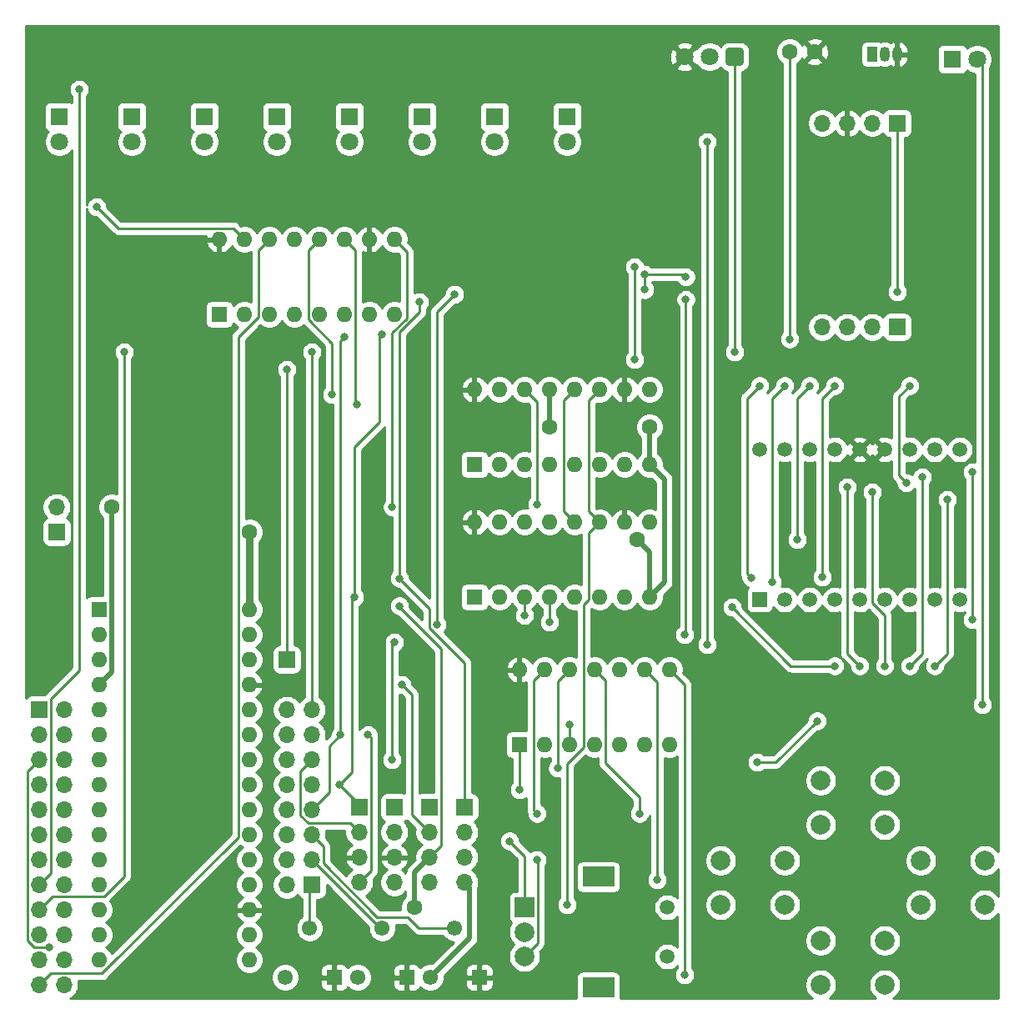
<source format=gbr>
G04 #@! TF.GenerationSoftware,KiCad,Pcbnew,(5.1.6)-1*
G04 #@! TF.CreationDate,2020-07-02T20:23:52-07:00*
G04 #@! TF.ProjectId,NanoDemo,4e616e6f-4465-46d6-9f2e-6b696361645f,rev?*
G04 #@! TF.SameCoordinates,Original*
G04 #@! TF.FileFunction,Copper,L2,Bot*
G04 #@! TF.FilePolarity,Positive*
%FSLAX46Y46*%
G04 Gerber Fmt 4.6, Leading zero omitted, Abs format (unit mm)*
G04 Created by KiCad (PCBNEW (5.1.6)-1) date 2020-07-02 20:23:52*
%MOMM*%
%LPD*%
G01*
G04 APERTURE LIST*
G04 #@! TA.AperFunction,ComponentPad*
%ADD10R,1.700000X1.700000*%
G04 #@! TD*
G04 #@! TA.AperFunction,ComponentPad*
%ADD11O,1.700000X1.700000*%
G04 #@! TD*
G04 #@! TA.AperFunction,ComponentPad*
%ADD12C,1.800000*%
G04 #@! TD*
G04 #@! TA.AperFunction,ComponentPad*
%ADD13O,1.600000X1.600000*%
G04 #@! TD*
G04 #@! TA.AperFunction,ComponentPad*
%ADD14R,1.600000X1.600000*%
G04 #@! TD*
G04 #@! TA.AperFunction,ComponentPad*
%ADD15R,1.050000X1.500000*%
G04 #@! TD*
G04 #@! TA.AperFunction,ComponentPad*
%ADD16O,1.050000X1.500000*%
G04 #@! TD*
G04 #@! TA.AperFunction,ComponentPad*
%ADD17C,2.000000*%
G04 #@! TD*
G04 #@! TA.AperFunction,ComponentPad*
%ADD18C,1.550000*%
G04 #@! TD*
G04 #@! TA.AperFunction,ComponentPad*
%ADD19R,1.550000X1.550000*%
G04 #@! TD*
G04 #@! TA.AperFunction,ComponentPad*
%ADD20R,2.000000X2.000000*%
G04 #@! TD*
G04 #@! TA.AperFunction,ComponentPad*
%ADD21R,3.200000X2.000000*%
G04 #@! TD*
G04 #@! TA.AperFunction,ComponentPad*
%ADD22C,1.500000*%
G04 #@! TD*
G04 #@! TA.AperFunction,ComponentPad*
%ADD23C,1.600000*%
G04 #@! TD*
G04 #@! TA.AperFunction,ComponentPad*
%ADD24R,1.500000X1.500000*%
G04 #@! TD*
G04 #@! TA.AperFunction,ComponentPad*
%ADD25R,1.800000X1.800000*%
G04 #@! TD*
G04 #@! TA.AperFunction,ViaPad*
%ADD26C,1.600000*%
G04 #@! TD*
G04 #@! TA.AperFunction,ViaPad*
%ADD27C,0.800000*%
G04 #@! TD*
G04 #@! TA.AperFunction,Conductor*
%ADD28C,0.750000*%
G04 #@! TD*
G04 #@! TA.AperFunction,Conductor*
%ADD29C,0.250000*%
G04 #@! TD*
G04 #@! TA.AperFunction,Conductor*
%ADD30C,0.500000*%
G04 #@! TD*
G04 #@! TA.AperFunction,Conductor*
%ADD31C,0.254000*%
G04 #@! TD*
G04 APERTURE END LIST*
D10*
G04 #@! TO.P,Accl. Int.,1*
G04 #@! TO.N,Accl_INT*
X43434000Y-81534000D03*
G04 #@! TD*
D11*
G04 #@! TO.P,Support,4*
G04 #@! TO.N,N/C*
X97790000Y-47752000D03*
G04 #@! TO.P,Support,3*
X100330000Y-47752000D03*
G04 #@! TO.P,Support,2*
X102870000Y-47752000D03*
D10*
G04 #@! TO.P,Support,1*
X105410000Y-47752000D03*
G04 #@! TD*
D11*
G04 #@! TO.P,J6,2*
G04 #@! TO.N,GND*
X20066000Y-66040000D03*
D10*
G04 #@! TO.P,J6,1*
G04 #@! TO.N,VIN*
X20066000Y-68580000D03*
G04 #@! TD*
D11*
G04 #@! TO.P,J5,2*
G04 #@! TO.N,I2C_Clock*
X102870000Y-27051000D03*
D10*
G04 #@! TO.P,J5,1*
G04 #@! TO.N,I2C_Data*
X105410000Y-27051000D03*
D11*
G04 #@! TO.P,J5,4*
G04 #@! TO.N,GND*
X97790000Y-27051000D03*
G04 #@! TO.P,J5,3*
G04 #@! TO.N,VCC*
X100330000Y-27051000D03*
G04 #@! TD*
D12*
G04 #@! TO.P,U6,3*
G04 #@! TO.N,VCC*
X83820000Y-20320000D03*
G04 #@! TO.P,U6,2*
G04 #@! TO.N,GND*
X86360000Y-20320000D03*
G04 #@! TO.P,U6,1*
G04 #@! TO.N,IR_Rx*
G04 #@! TA.AperFunction,ComponentPad*
G36*
G01*
X89800000Y-19670200D02*
X89800000Y-20969800D01*
G75*
G02*
X89549800Y-21220000I-250200J0D01*
G01*
X88250200Y-21220000D01*
G75*
G02*
X88000000Y-20969800I0J250200D01*
G01*
X88000000Y-19670200D01*
G75*
G02*
X88250200Y-19420000I250200J0D01*
G01*
X89549800Y-19420000D01*
G75*
G02*
X89800000Y-19670200I0J-250200D01*
G01*
G37*
G04 #@! TD.AperFunction*
G04 #@! TD*
D13*
G04 #@! TO.P,U5,16*
G04 #@! TO.N,VCC*
X62484000Y-54102000D03*
G04 #@! TO.P,U5,8*
G04 #@! TO.N,GND*
X80264000Y-61722000D03*
G04 #@! TO.P,U5,15*
G04 #@! TO.N,Net-(R33-Pad2)*
X65024000Y-54102000D03*
G04 #@! TO.P,U5,7*
G04 #@! TO.N,Net-(R41-Pad2)*
X77724000Y-61722000D03*
G04 #@! TO.P,U5,14*
G04 #@! TO.N,Net-(U4-Pad9)*
X67564000Y-54102000D03*
G04 #@! TO.P,U5,6*
G04 #@! TO.N,Net-(R40-Pad2)*
X75184000Y-61722000D03*
G04 #@! TO.P,U5,13*
G04 #@! TO.N,GND*
X70104000Y-54102000D03*
G04 #@! TO.P,U5,5*
G04 #@! TO.N,Net-(R39-Pad2)*
X72644000Y-61722000D03*
G04 #@! TO.P,U5,12*
G04 #@! TO.N,RCLK*
X72644000Y-54102000D03*
G04 #@! TO.P,U5,4*
G04 #@! TO.N,Net-(R38-Pad2)*
X70104000Y-61722000D03*
G04 #@! TO.P,U5,11*
G04 #@! TO.N,SRCLK*
X75184000Y-54102000D03*
G04 #@! TO.P,U5,3*
G04 #@! TO.N,Net-(R37-Pad2)*
X67564000Y-61722000D03*
G04 #@! TO.P,U5,10*
G04 #@! TO.N,VCC*
X77724000Y-54102000D03*
G04 #@! TO.P,U5,2*
G04 #@! TO.N,Net-(R36-Pad2)*
X65024000Y-61722000D03*
G04 #@! TO.P,U5,9*
G04 #@! TO.N,Net-(U5-Pad9)*
X80264000Y-54102000D03*
D14*
G04 #@! TO.P,U5,1*
G04 #@! TO.N,Net-(R34-Pad2)*
X62484000Y-61722000D03*
G04 #@! TD*
D13*
G04 #@! TO.P,U4,16*
G04 #@! TO.N,VCC*
X62484000Y-67564000D03*
G04 #@! TO.P,U4,8*
G04 #@! TO.N,GND*
X80264000Y-75184000D03*
G04 #@! TO.P,U4,15*
G04 #@! TO.N,Net-(R18-Pad2)*
X65024000Y-67564000D03*
G04 #@! TO.P,U4,7*
G04 #@! TO.N,Net-(R29-Pad2)*
X77724000Y-75184000D03*
G04 #@! TO.P,U4,14*
G04 #@! TO.N,7SegData*
X67564000Y-67564000D03*
G04 #@! TO.P,U4,6*
G04 #@! TO.N,Net-(R27-Pad2)*
X75184000Y-75184000D03*
G04 #@! TO.P,U4,13*
G04 #@! TO.N,GND*
X70104000Y-67564000D03*
G04 #@! TO.P,U4,5*
G04 #@! TO.N,Net-(R26-Pad2)*
X72644000Y-75184000D03*
G04 #@! TO.P,U4,12*
G04 #@! TO.N,RCLK*
X72644000Y-67564000D03*
G04 #@! TO.P,U4,4*
G04 #@! TO.N,Net-(R24-Pad2)*
X70104000Y-75184000D03*
G04 #@! TO.P,U4,11*
G04 #@! TO.N,SRCLK*
X75184000Y-67564000D03*
G04 #@! TO.P,U4,3*
G04 #@! TO.N,Net-(R23-Pad2)*
X67564000Y-75184000D03*
G04 #@! TO.P,U4,10*
G04 #@! TO.N,VCC*
X77724000Y-67564000D03*
G04 #@! TO.P,U4,2*
G04 #@! TO.N,Net-(R21-Pad2)*
X65024000Y-75184000D03*
G04 #@! TO.P,U4,9*
G04 #@! TO.N,Net-(U4-Pad9)*
X80264000Y-67564000D03*
D14*
G04 #@! TO.P,U4,1*
G04 #@! TO.N,Net-(R20-Pad2)*
X62484000Y-75184000D03*
G04 #@! TD*
D13*
G04 #@! TO.P,U3,16*
G04 #@! TO.N,VCC*
X36576000Y-38862000D03*
G04 #@! TO.P,U3,8*
G04 #@! TO.N,GND*
X54356000Y-46482000D03*
G04 #@! TO.P,U3,15*
G04 #@! TO.N,Net-(R16-Pad2)*
X39116000Y-38862000D03*
G04 #@! TO.P,U3,7*
G04 #@! TO.N,Net-(R35-Pad2)*
X51816000Y-46482000D03*
G04 #@! TO.P,U3,14*
G04 #@! TO.N,SerialData*
X41656000Y-38862000D03*
G04 #@! TO.P,U3,6*
G04 #@! TO.N,Net-(R30-Pad2)*
X49276000Y-46482000D03*
G04 #@! TO.P,U3,13*
G04 #@! TO.N,GND*
X44196000Y-38862000D03*
G04 #@! TO.P,U3,5*
G04 #@! TO.N,Net-(R28-Pad2)*
X46736000Y-46482000D03*
G04 #@! TO.P,U3,12*
G04 #@! TO.N,RCLK*
X46736000Y-38862000D03*
G04 #@! TO.P,U3,4*
G04 #@! TO.N,Net-(R25-Pad2)*
X44196000Y-46482000D03*
G04 #@! TO.P,U3,11*
G04 #@! TO.N,SRCLK*
X49276000Y-38862000D03*
G04 #@! TO.P,U3,3*
G04 #@! TO.N,Net-(R22-Pad2)*
X41656000Y-46482000D03*
G04 #@! TO.P,U3,10*
G04 #@! TO.N,VCC*
X51816000Y-38862000D03*
G04 #@! TO.P,U3,2*
G04 #@! TO.N,Net-(R19-Pad2)*
X39116000Y-46482000D03*
G04 #@! TO.P,U3,9*
G04 #@! TO.N,7SegData*
X54356000Y-38862000D03*
D14*
G04 #@! TO.P,U3,1*
G04 #@! TO.N,Net-(R17-Pad2)*
X36576000Y-46482000D03*
G04 #@! TD*
D15*
G04 #@! TO.P,U2,1*
G04 #@! TO.N,GND*
X102870000Y-20066000D03*
D16*
G04 #@! TO.P,U2,3*
G04 #@! TO.N,VCC*
X105410000Y-20066000D03*
G04 #@! TO.P,U2,2*
G04 #@! TO.N,TempSense*
X104140000Y-20066000D03*
G04 #@! TD*
D13*
G04 #@! TO.P,U1,14*
G04 #@! TO.N,VCC*
X67056000Y-82550000D03*
G04 #@! TO.P,U1,7*
G04 #@! TO.N,GND*
X82296000Y-90170000D03*
G04 #@! TO.P,U1,13*
G04 #@! TO.N,Net-(C5-Pad1)*
X69596000Y-82550000D03*
G04 #@! TO.P,U1,6*
G04 #@! TO.N,Up_SW*
X79756000Y-90170000D03*
G04 #@! TO.P,U1,12*
G04 #@! TO.N,Enc_B*
X72136000Y-82550000D03*
G04 #@! TO.P,U1,5*
G04 #@! TO.N,Net-(C7-Pad1)*
X77216000Y-90170000D03*
G04 #@! TO.P,U1,11*
G04 #@! TO.N,Net-(C2-Pad2)*
X74676000Y-82550000D03*
G04 #@! TO.P,U1,4*
G04 #@! TO.N,Right_SW*
X74676000Y-90170000D03*
G04 #@! TO.P,U1,10*
G04 #@! TO.N,Enc_A*
X77216000Y-82550000D03*
G04 #@! TO.P,U1,3*
G04 #@! TO.N,Net-(C4-Pad1)*
X72136000Y-90170000D03*
G04 #@! TO.P,U1,9*
G04 #@! TO.N,Net-(C8-Pad1)*
X79756000Y-82550000D03*
G04 #@! TO.P,U1,2*
G04 #@! TO.N,Left_SW*
X69596000Y-90170000D03*
G04 #@! TO.P,U1,8*
G04 #@! TO.N,Down_SW*
X82296000Y-82550000D03*
D14*
G04 #@! TO.P,U1,1*
G04 #@! TO.N,Net-(C3-Pad1)*
X67056000Y-90170000D03*
G04 #@! TD*
D17*
G04 #@! TO.P,SW4,1*
G04 #@! TO.N,GND*
X97640000Y-114554000D03*
G04 #@! TO.P,SW4,2*
G04 #@! TO.N,Net-(R13-Pad2)*
X97640000Y-110054000D03*
G04 #@! TO.P,SW4,1*
G04 #@! TO.N,GND*
X104140000Y-114554000D03*
G04 #@! TO.P,SW4,2*
G04 #@! TO.N,Net-(R13-Pad2)*
X104140000Y-110054000D03*
G04 #@! TD*
G04 #@! TO.P,SW3,1*
G04 #@! TO.N,GND*
X97640000Y-98298000D03*
G04 #@! TO.P,SW3,2*
G04 #@! TO.N,Net-(R12-Pad2)*
X97640000Y-93798000D03*
G04 #@! TO.P,SW3,1*
G04 #@! TO.N,GND*
X104140000Y-98298000D03*
G04 #@! TO.P,SW3,2*
G04 #@! TO.N,Net-(R12-Pad2)*
X104140000Y-93798000D03*
G04 #@! TD*
G04 #@! TO.P,SW2,1*
G04 #@! TO.N,GND*
X107800000Y-106426000D03*
G04 #@! TO.P,SW2,2*
G04 #@! TO.N,Net-(R2-Pad2)*
X107800000Y-101926000D03*
G04 #@! TO.P,SW2,1*
G04 #@! TO.N,GND*
X114300000Y-106426000D03*
G04 #@! TO.P,SW2,2*
G04 #@! TO.N,Net-(R2-Pad2)*
X114300000Y-101926000D03*
G04 #@! TD*
G04 #@! TO.P,SW1,1*
G04 #@! TO.N,GND*
X87480000Y-106426000D03*
G04 #@! TO.P,SW1,2*
G04 #@! TO.N,Net-(R1-Pad2)*
X87480000Y-101926000D03*
G04 #@! TO.P,SW1,1*
G04 #@! TO.N,GND*
X93980000Y-106426000D03*
G04 #@! TO.P,SW1,2*
G04 #@! TO.N,Net-(R1-Pad2)*
X93980000Y-101926000D03*
G04 #@! TD*
D18*
G04 #@! TO.P,RV3,2*
G04 #@! TO.N,POT_3*
X60492000Y-108792000D03*
D19*
G04 #@! TO.P,RV3,1*
G04 #@! TO.N,VCC*
X62992000Y-113792000D03*
D18*
G04 #@! TO.P,RV3,3*
G04 #@! TO.N,GND*
X57992000Y-113792000D03*
G04 #@! TD*
G04 #@! TO.P,RV2,2*
G04 #@! TO.N,POT_2*
X53126000Y-108792000D03*
D19*
G04 #@! TO.P,RV2,1*
G04 #@! TO.N,VCC*
X55626000Y-113792000D03*
D18*
G04 #@! TO.P,RV2,3*
G04 #@! TO.N,GND*
X50626000Y-113792000D03*
G04 #@! TD*
G04 #@! TO.P,RV1,2*
G04 #@! TO.N,POT_1*
X45760000Y-108792000D03*
D19*
G04 #@! TO.P,RV1,1*
G04 #@! TO.N,VCC*
X48260000Y-113792000D03*
D18*
G04 #@! TO.P,RV1,3*
G04 #@! TO.N,GND*
X43260000Y-113792000D03*
G04 #@! TD*
D20*
G04 #@! TO.P,Rot_Enc1,A*
G04 #@! TO.N,Net-(R10-Pad2)*
X67564000Y-106680000D03*
D17*
G04 #@! TO.P,Rot_Enc1,C*
G04 #@! TO.N,GND*
X67564000Y-109180000D03*
G04 #@! TO.P,Rot_Enc1,B*
G04 #@! TO.N,Net-(R4-Pad2)*
X67564000Y-111680000D03*
D21*
G04 #@! TO.P,Rot_Enc1,MP*
G04 #@! TO.N,N/C*
X75064000Y-103580000D03*
X75064000Y-114780000D03*
D22*
G04 #@! TO.P,Rot_Enc1,S1*
G04 #@! TO.N,GND*
X82064000Y-106680000D03*
G04 #@! TO.P,Rot_Enc1,S2*
G04 #@! TO.N,Net-(R3-Pad2)*
X82064000Y-111680000D03*
G04 #@! TD*
D23*
G04 #@! TO.P,R31,2*
G04 #@! TO.N,VCC*
X97028000Y-19812000D03*
G04 #@! TO.P,R31,1*
G04 #@! TO.N,Photo*
X94488000Y-19812000D03*
G04 #@! TD*
D11*
G04 #@! TO.P,J8,16*
G04 #@! TO.N,Net-(A1-Pad26)*
X43434000Y-86614000D03*
G04 #@! TO.P,J8,15*
G04 #@! TO.N,IR_Rx*
X45974000Y-86614000D03*
G04 #@! TO.P,J8,14*
G04 #@! TO.N,Net-(A1-Pad25)*
X43434000Y-89154000D03*
G04 #@! TO.P,J8,13*
G04 #@! TO.N,IR_Tx*
X45974000Y-89154000D03*
G04 #@! TO.P,J8,12*
G04 #@! TO.N,Net-(A1-Pad24)*
X43434000Y-91694000D03*
G04 #@! TO.P,J8,11*
G04 #@! TO.N,I2C_Clock*
X45974000Y-91694000D03*
G04 #@! TO.P,J8,10*
G04 #@! TO.N,Net-(A1-Pad23)*
X43434000Y-94234000D03*
G04 #@! TO.P,J8,9*
G04 #@! TO.N,I2C_Data*
X45974000Y-94234000D03*
G04 #@! TO.P,J8,8*
G04 #@! TO.N,Net-(A1-Pad22)*
X43434000Y-96774000D03*
G04 #@! TO.P,J8,7*
G04 #@! TO.N,Photo*
X45974000Y-96774000D03*
G04 #@! TO.P,J8,6*
G04 #@! TO.N,Net-(A1-Pad21)*
X43434000Y-99314000D03*
G04 #@! TO.P,J8,5*
G04 #@! TO.N,POT_3*
X45974000Y-99314000D03*
G04 #@! TO.P,J8,4*
G04 #@! TO.N,Net-(A1-Pad20)*
X43434000Y-101854000D03*
G04 #@! TO.P,J8,3*
G04 #@! TO.N,POT_2*
X45974000Y-101854000D03*
G04 #@! TO.P,J8,2*
G04 #@! TO.N,Net-(A1-Pad19)*
X43434000Y-104394000D03*
D10*
G04 #@! TO.P,J8,1*
G04 #@! TO.N,POT_1*
X45974000Y-104394000D03*
G04 #@! TD*
D11*
G04 #@! TO.P,J7,24*
G04 #@! TO.N,Net-(A1-Pad16)*
X20828000Y-114554000D03*
G04 #@! TO.P,J7,23*
G04 #@! TO.N,SerialData*
X18288000Y-114554000D03*
G04 #@! TO.P,J7,22*
G04 #@! TO.N,Net-(A1-Pad15)*
X20828000Y-112014000D03*
G04 #@! TO.P,J7,21*
G04 #@! TO.N,RGB_LED*
X18288000Y-112014000D03*
G04 #@! TO.P,J7,20*
G04 #@! TO.N,Net-(A1-Pad14)*
X20828000Y-109474000D03*
G04 #@! TO.P,J7,19*
G04 #@! TO.N,SRCLK*
X18288000Y-109474000D03*
G04 #@! TO.P,J7,18*
G04 #@! TO.N,Net-(A1-Pad13)*
X20828000Y-106934000D03*
G04 #@! TO.P,J7,17*
G04 #@! TO.N,RCLK*
X18288000Y-106934000D03*
G04 #@! TO.P,J7,16*
G04 #@! TO.N,Net-(A1-Pad12)*
X20828000Y-104394000D03*
G04 #@! TO.P,J7,15*
G04 #@! TO.N,TempSense*
X18288000Y-104394000D03*
G04 #@! TO.P,J7,14*
G04 #@! TO.N,Net-(A1-Pad11)*
X20828000Y-101854000D03*
G04 #@! TO.P,J7,13*
G04 #@! TO.N,Enc_SW*
X18288000Y-101854000D03*
G04 #@! TO.P,J7,12*
G04 #@! TO.N,Net-(A1-Pad10)*
X20828000Y-99314000D03*
G04 #@! TO.P,J7,11*
G04 #@! TO.N,Enc_B*
X18288000Y-99314000D03*
G04 #@! TO.P,J7,10*
G04 #@! TO.N,Net-(A1-Pad9)*
X20828000Y-96774000D03*
G04 #@! TO.P,J7,9*
G04 #@! TO.N,Right_SW*
X18288000Y-96774000D03*
G04 #@! TO.P,J7,8*
G04 #@! TO.N,Net-(A1-Pad8)*
X20828000Y-94234000D03*
G04 #@! TO.P,J7,7*
G04 #@! TO.N,Left_SW*
X18288000Y-94234000D03*
G04 #@! TO.P,J7,6*
G04 #@! TO.N,Net-(A1-Pad7)*
X20828000Y-91694000D03*
G04 #@! TO.P,J7,5*
G04 #@! TO.N,Down_SW*
X18288000Y-91694000D03*
G04 #@! TO.P,J7,4*
G04 #@! TO.N,Net-(A1-Pad6)*
X20828000Y-89154000D03*
G04 #@! TO.P,J7,3*
G04 #@! TO.N,Up_SW*
X18288000Y-89154000D03*
G04 #@! TO.P,J7,2*
G04 #@! TO.N,Net-(A1-Pad5)*
X20828000Y-86614000D03*
D10*
G04 #@! TO.P,J7,1*
G04 #@! TO.N,Enc_A*
X18288000Y-86614000D03*
G04 #@! TD*
D11*
G04 #@! TO.P,J4,4*
G04 #@! TO.N,GND*
X61468000Y-104140000D03*
G04 #@! TO.P,J4,3*
G04 #@! TO.N,3.3V*
X61468000Y-101600000D03*
G04 #@! TO.P,J4,2*
G04 #@! TO.N,I2C_Clock_3.3V*
X61468000Y-99060000D03*
D10*
G04 #@! TO.P,J4,1*
G04 #@! TO.N,I2C_Data_3.3V*
X61468000Y-96520000D03*
G04 #@! TD*
D11*
G04 #@! TO.P,J3,4*
G04 #@! TO.N,GND*
X57912000Y-104140000D03*
G04 #@! TO.P,J3,3*
G04 #@! TO.N,3.3V*
X57912000Y-101600000D03*
G04 #@! TO.P,J3,2*
G04 #@! TO.N,I2C_Clock_3.3V*
X57912000Y-99060000D03*
D10*
G04 #@! TO.P,J3,1*
G04 #@! TO.N,I2C_Data_3.3V*
X57912000Y-96520000D03*
G04 #@! TD*
D11*
G04 #@! TO.P,J2,4*
G04 #@! TO.N,GND*
X54356000Y-104140000D03*
G04 #@! TO.P,J2,3*
G04 #@! TO.N,VCC*
X54356000Y-101600000D03*
G04 #@! TO.P,J2,2*
G04 #@! TO.N,I2C_Clock*
X54356000Y-99060000D03*
D10*
G04 #@! TO.P,J2,1*
G04 #@! TO.N,I2C_Data*
X54356000Y-96520000D03*
G04 #@! TD*
D11*
G04 #@! TO.P,J1,4*
G04 #@! TO.N,GND*
X50800000Y-104140000D03*
G04 #@! TO.P,J1,3*
G04 #@! TO.N,VCC*
X50800000Y-101600000D03*
G04 #@! TO.P,J1,2*
G04 #@! TO.N,I2C_Clock*
X50800000Y-99060000D03*
D10*
G04 #@! TO.P,J1,1*
G04 #@! TO.N,I2C_Data*
X50800000Y-96520000D03*
G04 #@! TD*
D22*
G04 #@! TO.P,DS1,18*
G04 #@! TO.N,1F*
X91440000Y-60198000D03*
G04 #@! TO.P,DS1,17*
G04 #@! TO.N,1G*
X93980000Y-60198000D03*
G04 #@! TO.P,DS1,16*
G04 #@! TO.N,1A*
X96520000Y-60198000D03*
G04 #@! TO.P,DS1,15*
G04 #@! TO.N,1B*
X99060000Y-60198000D03*
G04 #@! TO.P,DS1,14*
G04 #@! TO.N,VCC*
X101600000Y-60198000D03*
G04 #@! TO.P,DS1,13*
X104140000Y-60198000D03*
G04 #@! TO.P,DS1,12*
G04 #@! TO.N,2F*
X106680000Y-60198000D03*
G04 #@! TO.P,DS1,11*
G04 #@! TO.N,2A*
X109220000Y-60198000D03*
G04 #@! TO.P,DS1,10*
G04 #@! TO.N,2B*
X111760000Y-60198000D03*
G04 #@! TO.P,DS1,9*
G04 #@! TO.N,2H*
X111760000Y-75438000D03*
G04 #@! TO.P,DS1,8*
G04 #@! TO.N,2C*
X109220000Y-75438000D03*
G04 #@! TO.P,DS1,7*
G04 #@! TO.N,2G*
X106680000Y-75438000D03*
G04 #@! TO.P,DS1,6*
G04 #@! TO.N,2D*
X104140000Y-75438000D03*
G04 #@! TO.P,DS1,5*
G04 #@! TO.N,2E*
X101600000Y-75438000D03*
G04 #@! TO.P,DS1,4*
G04 #@! TO.N,1H*
X99060000Y-75438000D03*
G04 #@! TO.P,DS1,3*
G04 #@! TO.N,1C*
X96520000Y-75438000D03*
G04 #@! TO.P,DS1,2*
G04 #@! TO.N,1D*
X93980000Y-75438000D03*
D24*
G04 #@! TO.P,DS1,1*
G04 #@! TO.N,1E*
X91440000Y-75438000D03*
G04 #@! TD*
D25*
G04 #@! TO.P,D17,1*
G04 #@! TO.N,GND*
X110998000Y-20574000D03*
D12*
G04 #@! TO.P,D17,2*
G04 #@! TO.N,Net-(D17-Pad2)*
X113538000Y-20574000D03*
G04 #@! TD*
G04 #@! TO.P,D16,2*
G04 #@! TO.N,Net-(D16-Pad2)*
X71882000Y-28956000D03*
D25*
G04 #@! TO.P,D16,1*
G04 #@! TO.N,GND*
X71882000Y-26416000D03*
G04 #@! TD*
D12*
G04 #@! TO.P,D15,2*
G04 #@! TO.N,Net-(D15-Pad2)*
X64516000Y-28956000D03*
D25*
G04 #@! TO.P,D15,1*
G04 #@! TO.N,GND*
X64516000Y-26416000D03*
G04 #@! TD*
D12*
G04 #@! TO.P,D14,2*
G04 #@! TO.N,Net-(D14-Pad2)*
X57150000Y-28956000D03*
D25*
G04 #@! TO.P,D14,1*
G04 #@! TO.N,GND*
X57150000Y-26416000D03*
G04 #@! TD*
D12*
G04 #@! TO.P,D13,2*
G04 #@! TO.N,Net-(D13-Pad2)*
X49784000Y-28956000D03*
D25*
G04 #@! TO.P,D13,1*
G04 #@! TO.N,GND*
X49784000Y-26416000D03*
G04 #@! TD*
D12*
G04 #@! TO.P,D12,2*
G04 #@! TO.N,Net-(D12-Pad2)*
X42418000Y-28956000D03*
D25*
G04 #@! TO.P,D12,1*
G04 #@! TO.N,GND*
X42418000Y-26416000D03*
G04 #@! TD*
D12*
G04 #@! TO.P,D11,2*
G04 #@! TO.N,Net-(D11-Pad2)*
X35052000Y-28956000D03*
D25*
G04 #@! TO.P,D11,1*
G04 #@! TO.N,GND*
X35052000Y-26416000D03*
G04 #@! TD*
D12*
G04 #@! TO.P,D10,2*
G04 #@! TO.N,Net-(D10-Pad2)*
X27686000Y-28956000D03*
D25*
G04 #@! TO.P,D10,1*
G04 #@! TO.N,GND*
X27686000Y-26416000D03*
G04 #@! TD*
D12*
G04 #@! TO.P,D9,2*
G04 #@! TO.N,Net-(D9-Pad2)*
X20320000Y-28956000D03*
D25*
G04 #@! TO.P,D9,1*
G04 #@! TO.N,GND*
X20320000Y-26416000D03*
G04 #@! TD*
D13*
G04 #@! TO.P,A1,16*
G04 #@! TO.N,Net-(A1-Pad16)*
X39624000Y-112014000D03*
G04 #@! TO.P,A1,15*
G04 #@! TO.N,Net-(A1-Pad15)*
X24384000Y-112014000D03*
G04 #@! TO.P,A1,30*
G04 #@! TO.N,VIN*
X39624000Y-76454000D03*
G04 #@! TO.P,A1,14*
G04 #@! TO.N,Net-(A1-Pad14)*
X24384000Y-109474000D03*
G04 #@! TO.P,A1,29*
G04 #@! TO.N,GND*
X39624000Y-78994000D03*
G04 #@! TO.P,A1,13*
G04 #@! TO.N,Net-(A1-Pad13)*
X24384000Y-106934000D03*
G04 #@! TO.P,A1,28*
G04 #@! TO.N,Net-(A1-Pad28)*
X39624000Y-81534000D03*
G04 #@! TO.P,A1,12*
G04 #@! TO.N,Net-(A1-Pad12)*
X24384000Y-104394000D03*
G04 #@! TO.P,A1,27*
G04 #@! TO.N,VCC*
X39624000Y-84074000D03*
G04 #@! TO.P,A1,11*
G04 #@! TO.N,Net-(A1-Pad11)*
X24384000Y-101854000D03*
G04 #@! TO.P,A1,26*
G04 #@! TO.N,Net-(A1-Pad26)*
X39624000Y-86614000D03*
G04 #@! TO.P,A1,10*
G04 #@! TO.N,Net-(A1-Pad10)*
X24384000Y-99314000D03*
G04 #@! TO.P,A1,25*
G04 #@! TO.N,Net-(A1-Pad25)*
X39624000Y-89154000D03*
G04 #@! TO.P,A1,9*
G04 #@! TO.N,Net-(A1-Pad9)*
X24384000Y-96774000D03*
G04 #@! TO.P,A1,24*
G04 #@! TO.N,Net-(A1-Pad24)*
X39624000Y-91694000D03*
G04 #@! TO.P,A1,8*
G04 #@! TO.N,Net-(A1-Pad8)*
X24384000Y-94234000D03*
G04 #@! TO.P,A1,23*
G04 #@! TO.N,Net-(A1-Pad23)*
X39624000Y-94234000D03*
G04 #@! TO.P,A1,7*
G04 #@! TO.N,Net-(A1-Pad7)*
X24384000Y-91694000D03*
G04 #@! TO.P,A1,22*
G04 #@! TO.N,Net-(A1-Pad22)*
X39624000Y-96774000D03*
G04 #@! TO.P,A1,6*
G04 #@! TO.N,Net-(A1-Pad6)*
X24384000Y-89154000D03*
G04 #@! TO.P,A1,21*
G04 #@! TO.N,Net-(A1-Pad21)*
X39624000Y-99314000D03*
G04 #@! TO.P,A1,5*
G04 #@! TO.N,Net-(A1-Pad5)*
X24384000Y-86614000D03*
G04 #@! TO.P,A1,20*
G04 #@! TO.N,Net-(A1-Pad20)*
X39624000Y-101854000D03*
G04 #@! TO.P,A1,4*
G04 #@! TO.N,GND*
X24384000Y-84074000D03*
G04 #@! TO.P,A1,19*
G04 #@! TO.N,Net-(A1-Pad19)*
X39624000Y-104394000D03*
G04 #@! TO.P,A1,3*
G04 #@! TO.N,Net-(A1-Pad3)*
X24384000Y-81534000D03*
G04 #@! TO.P,A1,18*
G04 #@! TO.N,VCC*
X39624000Y-106934000D03*
G04 #@! TO.P,A1,2*
G04 #@! TO.N,Net-(A1-Pad2)*
X24384000Y-78994000D03*
G04 #@! TO.P,A1,17*
G04 #@! TO.N,3.3V*
X39624000Y-109474000D03*
D14*
G04 #@! TO.P,A1,1*
G04 #@! TO.N,Net-(A1-Pad1)*
X24384000Y-76454000D03*
G04 #@! TD*
D26*
G04 #@! TO.N,VIN*
X39624000Y-68580000D03*
G04 #@! TO.N,GND*
X70104000Y-57912000D03*
X80264000Y-57912000D03*
X78994000Y-69342000D03*
X25654000Y-66040000D03*
D27*
X51692000Y-89154000D03*
X79756000Y-42418000D03*
X79769328Y-43961491D03*
X83950000Y-42672000D03*
G04 #@! TO.N,VCC*
X47498000Y-72390000D03*
D26*
X20320000Y-40132000D03*
X24638000Y-40132000D03*
D27*
X22860000Y-21336000D03*
X30734000Y-21336000D03*
X38608000Y-21336000D03*
X46482000Y-21336000D03*
X54356000Y-21336000D03*
X62230000Y-21336000D03*
X70104000Y-21336000D03*
X81280000Y-25400000D03*
X77978000Y-21336000D03*
X76454000Y-97028000D03*
X66040000Y-97028000D03*
X92202000Y-114046000D03*
X104394000Y-103886000D03*
X94234000Y-95758000D03*
X104394000Y-87630000D03*
X114554000Y-95758000D03*
D26*
X64770000Y-64516000D03*
D27*
X52324000Y-67564000D03*
G04 #@! TO.N,Net-(C2-Pad2)*
X79248000Y-97152000D03*
G04 #@! TO.N,Net-(C3-Pad1)*
X67056000Y-94742000D03*
G04 #@! TO.N,Net-(C4-Pad1)*
X72136000Y-88138000D03*
G04 #@! TO.N,Net-(C5-Pad1)*
X68834000Y-97152000D03*
G04 #@! TO.N,Net-(C7-Pad1)*
X91186000Y-91948000D03*
X97282000Y-87754000D03*
G04 #@! TO.N,Net-(C8-Pad1)*
X81026000Y-103886000D03*
G04 #@! TO.N,Net-(D17-Pad2)*
X114046000Y-86106000D03*
G04 #@! TO.N,I2C_Clock*
X54102000Y-91694000D03*
X54340000Y-79756000D03*
X86106000Y-80010000D03*
X86106000Y-28956000D03*
G04 #@! TO.N,I2C_Data*
X48768000Y-94234000D03*
X50308000Y-75184000D03*
X53086000Y-48514000D03*
X105410000Y-44196000D03*
G04 #@! TO.N,SRCLK*
X71882000Y-106426000D03*
X50546000Y-55626000D03*
G04 #@! TO.N,RCLK*
X26924000Y-50292000D03*
X48006000Y-54610000D03*
G04 #@! TO.N,TempSense*
X22352000Y-23622000D03*
G04 #@! TO.N,Enc_B*
X70915984Y-92550979D03*
G04 #@! TO.N,Down_SW*
X19304000Y-110744000D03*
X83820000Y-113538000D03*
G04 #@! TO.N,IR_Rx*
X88900000Y-50292000D03*
X45974000Y-50292000D03*
G04 #@! TO.N,Photo*
X49276000Y-48768000D03*
X48892000Y-89154000D03*
X94488000Y-48985010D03*
G04 #@! TO.N,Net-(R4-Pad2)*
X68834000Y-101854000D03*
G04 #@! TO.N,Net-(R10-Pad2)*
X66040000Y-99952000D03*
G04 #@! TO.N,Net-(R16-Pad2)*
X24130000Y-35560000D03*
G04 #@! TO.N,Net-(R18-Pad2)*
X95250000Y-69342000D03*
X96520000Y-53718000D03*
G04 #@! TO.N,Net-(R20-Pad2)*
X97790000Y-73152000D03*
X99060000Y-53718000D03*
G04 #@! TO.N,Net-(R23-Pad2)*
X67564000Y-77034011D03*
G04 #@! TO.N,Net-(R24-Pad2)*
X70104000Y-77724000D03*
G04 #@! TO.N,Net-(R26-Pad2)*
X91440000Y-53718000D03*
X90562053Y-73205625D03*
G04 #@! TO.N,Net-(R27-Pad2)*
X92710000Y-73660000D03*
X93980000Y-53718000D03*
G04 #@! TO.N,Net-(R29-Pad2)*
X88646000Y-76200000D03*
X99060000Y-82172000D03*
G04 #@! TO.N,Net-(R36-Pad2)*
X110490000Y-65278000D03*
X109220000Y-82172000D03*
G04 #@! TO.N,Net-(R37-Pad2)*
X102870000Y-64516000D03*
X104140000Y-82172000D03*
G04 #@! TO.N,Net-(R38-Pad2)*
X101600000Y-82172000D03*
X100330000Y-64022022D03*
G04 #@! TO.N,Net-(R39-Pad2)*
X106680000Y-53718000D03*
X106321184Y-63572011D03*
G04 #@! TO.N,Net-(R40-Pad2)*
X107950000Y-62992000D03*
X106680000Y-82172000D03*
G04 #@! TO.N,Net-(R41-Pad2)*
X113030000Y-62484000D03*
X113030000Y-77470000D03*
G04 #@! TO.N,7SegData*
X54138990Y-66040000D03*
G04 #@! TO.N,Net-(U4-Pad9)*
X68833999Y-65781901D03*
D26*
G04 #@! TO.N,3.3V*
X56388000Y-106680000D03*
D27*
X54864000Y-76076000D03*
X83950000Y-44958000D03*
X83820000Y-78994000D03*
G04 #@! TO.N,I2C_Clock_3.3V*
X55118000Y-84074000D03*
X58674000Y-77978000D03*
X60464000Y-44438000D03*
G04 #@! TO.N,I2C_Data_3.3V*
X54864000Y-73276000D03*
X56896000Y-45212000D03*
G04 #@! TO.N,Accl_INT*
X43434000Y-52070000D03*
X78740000Y-51054000D03*
X78740000Y-41656000D03*
G04 #@! TD*
D28*
G04 #@! TO.N,VIN*
X39624000Y-68580000D02*
X39624000Y-68580000D01*
X39624000Y-76454000D02*
X39624000Y-68580000D01*
D29*
G04 #@! TO.N,GND*
X50800000Y-104140000D02*
X51975001Y-102964999D01*
D30*
X70104000Y-54102000D02*
X70104000Y-57912000D01*
X80264000Y-57912000D02*
X80264000Y-61722000D01*
X80264000Y-61722000D02*
X81788000Y-63246000D01*
X81788000Y-73660000D02*
X80264000Y-75184000D01*
X81788000Y-63246000D02*
X81788000Y-73660000D01*
X80264000Y-75184000D02*
X80264000Y-70612000D01*
X80264000Y-70612000D02*
X78994000Y-69342000D01*
X25634001Y-66059999D02*
X25654000Y-66040000D01*
X24384000Y-84074000D02*
X25634001Y-82823999D01*
X25634001Y-82823999D02*
X25634001Y-66059999D01*
D29*
X51975001Y-89437001D02*
X51692000Y-89154000D01*
X51975001Y-89437001D02*
X51975001Y-102964999D01*
D30*
X57992000Y-113792000D02*
X61976000Y-109808000D01*
X61976000Y-104648000D02*
X61468000Y-104140000D01*
X61976000Y-109808000D02*
X61976000Y-104648000D01*
D29*
X79756000Y-43948163D02*
X79769328Y-43961491D01*
X79756000Y-42418000D02*
X79756000Y-43948163D01*
X79756000Y-42418000D02*
X83696000Y-42418000D01*
X83696000Y-42418000D02*
X83950000Y-42672000D01*
G04 #@! TO.N,Net-(C2-Pad2)*
X75801001Y-83675001D02*
X75801001Y-92057001D01*
X74676000Y-82550000D02*
X75801001Y-83675001D01*
X75801001Y-92057001D02*
X79248000Y-95504000D01*
X79248000Y-95504000D02*
X79248000Y-97152000D01*
G04 #@! TO.N,Net-(C3-Pad1)*
X67056000Y-90170000D02*
X67056000Y-94742000D01*
G04 #@! TO.N,Net-(C4-Pad1)*
X72136000Y-90170000D02*
X72136000Y-88138000D01*
G04 #@! TO.N,Net-(C5-Pad1)*
X68470999Y-96788999D02*
X68834000Y-97152000D01*
X68470999Y-83675001D02*
X68470999Y-96788999D01*
X69596000Y-82550000D02*
X68470999Y-83675001D01*
G04 #@! TO.N,Net-(C7-Pad1)*
X91186000Y-91948000D02*
X93088000Y-91948000D01*
X93088000Y-91948000D02*
X97282000Y-87754000D01*
G04 #@! TO.N,Net-(C8-Pad1)*
X79756000Y-82550000D02*
X81026000Y-83820000D01*
X81026000Y-83820000D02*
X81026000Y-103886000D01*
G04 #@! TO.N,Net-(D17-Pad2)*
X114046000Y-21082000D02*
X113538000Y-20574000D01*
X114046000Y-86106000D02*
X114046000Y-21082000D01*
G04 #@! TO.N,I2C_Clock*
X49878999Y-98138999D02*
X50800000Y-99060000D01*
X45599997Y-98138999D02*
X49878999Y-98138999D01*
X44798999Y-97338001D02*
X45599997Y-98138999D01*
X44798999Y-92869001D02*
X44798999Y-97338001D01*
X45974000Y-91694000D02*
X44798999Y-92869001D01*
X54102000Y-91694000D02*
X54102000Y-79994000D01*
X54102000Y-79994000D02*
X54340000Y-79756000D01*
X86106000Y-80010000D02*
X86106000Y-28956000D01*
G04 #@! TO.N,I2C_Data*
X50800000Y-96266000D02*
X50800000Y-96520000D01*
X48768000Y-94234000D02*
X50800000Y-96266000D01*
X48768000Y-94234000D02*
X50038000Y-92964000D01*
X50038000Y-92964000D02*
X50038000Y-75454000D01*
X50038000Y-75454000D02*
X50308000Y-75184000D01*
X50308000Y-75184000D02*
X50308000Y-59928000D01*
X52832000Y-48768000D02*
X53086000Y-48514000D01*
X50308000Y-59928000D02*
X52832000Y-57404000D01*
X52832000Y-57404000D02*
X52832000Y-48768000D01*
X105410000Y-44196000D02*
X105410000Y-27051000D01*
G04 #@! TO.N,SerialData*
X38498999Y-48764003D02*
X40530999Y-46732003D01*
X38498999Y-99564003D02*
X38498999Y-48764003D01*
X24684003Y-113378999D02*
X38498999Y-99564003D01*
X40530999Y-46732003D02*
X40530999Y-39987001D01*
X19463001Y-113378999D02*
X24684003Y-113378999D01*
X40530999Y-39987001D02*
X41656000Y-38862000D01*
X18288000Y-114554000D02*
X19463001Y-113378999D01*
G04 #@! TO.N,SRCLK*
X74058999Y-68689001D02*
X75184000Y-67564000D01*
X74058999Y-75434003D02*
X74058999Y-68689001D01*
X73550999Y-75942003D02*
X74058999Y-75434003D01*
X73550999Y-90420003D02*
X73550999Y-75942003D01*
X71882000Y-92089002D02*
X73550999Y-90420003D01*
X71882000Y-106426000D02*
X71882000Y-92089002D01*
X74058999Y-66438999D02*
X75184000Y-67564000D01*
X74058999Y-55227001D02*
X74058999Y-66438999D01*
X75184000Y-54102000D02*
X74058999Y-55227001D01*
X49276000Y-38862000D02*
X50401001Y-39987001D01*
X50401001Y-55481001D02*
X50546000Y-55626000D01*
X50401001Y-39987001D02*
X50401001Y-55481001D01*
G04 #@! TO.N,RCLK*
X19652999Y-105569001D02*
X18288000Y-106934000D01*
X24874001Y-105569001D02*
X19652999Y-105569001D01*
X26924000Y-103519002D02*
X24874001Y-105569001D01*
X26924000Y-50292000D02*
X26924000Y-103519002D01*
X71518999Y-66438999D02*
X72644000Y-67564000D01*
X71518999Y-55227001D02*
X71518999Y-66438999D01*
X72644000Y-54102000D02*
X71518999Y-55227001D01*
X48006000Y-49417002D02*
X48006000Y-54610000D01*
X45610999Y-47022001D02*
X48006000Y-49417002D01*
X46736000Y-38862000D02*
X45610999Y-39987001D01*
X45610999Y-39987001D02*
X45610999Y-47022001D01*
G04 #@! TO.N,TempSense*
X22352000Y-82615000D02*
X22352000Y-23622000D01*
X18288000Y-104394000D02*
X19463001Y-103218999D01*
X19463001Y-85503999D02*
X22352000Y-82615000D01*
X19463001Y-103218999D02*
X19463001Y-85503999D01*
G04 #@! TO.N,Enc_B*
X70915984Y-83770016D02*
X70915984Y-92550979D01*
X72136000Y-82550000D02*
X70915984Y-83770016D01*
G04 #@! TO.N,Down_SW*
X18288000Y-91694000D02*
X17112999Y-92869001D01*
X17818998Y-110744000D02*
X19304000Y-110744000D01*
X17112999Y-110038001D02*
X17818998Y-110744000D01*
X17112999Y-92869001D02*
X17112999Y-110038001D01*
X83820000Y-84074000D02*
X82296000Y-82550000D01*
X83820000Y-113538000D02*
X83820000Y-84074000D01*
G04 #@! TO.N,IR_Rx*
X88900000Y-20320000D02*
X88900000Y-50292000D01*
X45974000Y-50292000D02*
X45974000Y-86614000D01*
G04 #@! TO.N,Photo*
X45974000Y-96774000D02*
X47752000Y-94996000D01*
X47752000Y-94996000D02*
X47752000Y-90294000D01*
X47752000Y-90294000D02*
X48892000Y-89154000D01*
X48892000Y-49152000D02*
X49276000Y-48768000D01*
X48892000Y-89154000D02*
X48892000Y-49152000D01*
X94488000Y-19812000D02*
X94488000Y-48985010D01*
G04 #@! TO.N,POT_3*
X55734997Y-107691999D02*
X52612997Y-107691999D01*
X56834998Y-108792000D02*
X55734997Y-107691999D01*
X52612997Y-107691999D02*
X47149001Y-102228003D01*
X60492000Y-108792000D02*
X56834998Y-108792000D01*
X47149001Y-102228003D02*
X47149001Y-100489001D01*
X47149001Y-100489001D02*
X45974000Y-99314000D01*
G04 #@! TO.N,POT_2*
X53126000Y-108792000D02*
X52912000Y-108792000D01*
X52912000Y-108792000D02*
X45974000Y-101854000D01*
G04 #@! TO.N,POT_1*
X45760000Y-104608000D02*
X45974000Y-104394000D01*
X45760000Y-108792000D02*
X45760000Y-104608000D01*
G04 #@! TO.N,Net-(R4-Pad2)*
X68889001Y-101909001D02*
X68834000Y-101854000D01*
X67564000Y-111680000D02*
X68889001Y-110354999D01*
X68889001Y-110354999D02*
X68889001Y-101909001D01*
G04 #@! TO.N,Net-(R10-Pad2)*
X67564000Y-106680000D02*
X67564000Y-101476000D01*
X67564000Y-101476000D02*
X66040000Y-99952000D01*
G04 #@! TO.N,Net-(R16-Pad2)*
X26306999Y-37736999D02*
X24130000Y-35560000D01*
X39116000Y-38862000D02*
X37990999Y-37736999D01*
X37990999Y-37736999D02*
X26306999Y-37736999D01*
G04 #@! TO.N,Net-(R18-Pad2)*
X95250000Y-69342000D02*
X95250000Y-54988000D01*
X95250000Y-54988000D02*
X96520000Y-53718000D01*
G04 #@! TO.N,Net-(R20-Pad2)*
X97790000Y-73152000D02*
X97790000Y-54988000D01*
X97790000Y-54988000D02*
X99060000Y-53718000D01*
G04 #@! TO.N,Net-(R23-Pad2)*
X67564000Y-75184000D02*
X67564000Y-77034011D01*
G04 #@! TO.N,Net-(R24-Pad2)*
X70104000Y-75184000D02*
X70104000Y-77724000D01*
G04 #@! TO.N,Net-(R26-Pad2)*
X90162054Y-72805626D02*
X90562053Y-73205625D01*
X91440000Y-53718000D02*
X90162054Y-54995946D01*
X90162054Y-54995946D02*
X90162054Y-72805626D01*
G04 #@! TO.N,Net-(R27-Pad2)*
X92710000Y-73660000D02*
X92710000Y-54988000D01*
X92710000Y-54988000D02*
X93980000Y-53718000D01*
G04 #@! TO.N,Net-(R29-Pad2)*
X88646000Y-76200000D02*
X94618000Y-82172000D01*
X94618000Y-82172000D02*
X99060000Y-82172000D01*
G04 #@! TO.N,Net-(R36-Pad2)*
X110490000Y-65278000D02*
X110490000Y-80902000D01*
X110490000Y-80902000D02*
X109220000Y-82172000D01*
G04 #@! TO.N,Net-(R37-Pad2)*
X104140000Y-77029002D02*
X104140000Y-82172000D01*
X102870000Y-75759002D02*
X104140000Y-77029002D01*
X102870000Y-64516000D02*
X102870000Y-75759002D01*
G04 #@! TO.N,Net-(R38-Pad2)*
X101600000Y-82172000D02*
X100330000Y-80902000D01*
X100330000Y-80902000D02*
X100330000Y-64022022D01*
G04 #@! TO.N,Net-(R39-Pad2)*
X105588478Y-54809522D02*
X105588478Y-62839305D01*
X105588478Y-62839305D02*
X106321184Y-63572011D01*
X106680000Y-53718000D02*
X105588478Y-54809522D01*
G04 #@! TO.N,Net-(R40-Pad2)*
X107950000Y-62992000D02*
X107950000Y-80902000D01*
X107950000Y-80902000D02*
X106680000Y-82172000D01*
G04 #@! TO.N,Net-(R41-Pad2)*
X113030000Y-62484000D02*
X113030000Y-77470000D01*
G04 #@! TO.N,7SegData*
X55626000Y-40132000D02*
X55626000Y-46877002D01*
X54356000Y-38862000D02*
X55626000Y-40132000D01*
X54138990Y-48364012D02*
X54138990Y-66040000D01*
X55626000Y-46877002D02*
X54138990Y-48364012D01*
G04 #@! TO.N,Net-(U4-Pad9)*
X68833999Y-55371999D02*
X68833999Y-65781901D01*
X67564000Y-54102000D02*
X68833999Y-55371999D01*
D30*
G04 #@! TO.N,3.3V*
X56388000Y-103124000D02*
X57912000Y-101600000D01*
X56388000Y-106680000D02*
X56388000Y-103124000D01*
D29*
X59087001Y-100424999D02*
X59087001Y-80423001D01*
X57912000Y-101600000D02*
X59087001Y-100424999D01*
X59087001Y-80423001D02*
X54864000Y-76200000D01*
X54864000Y-76200000D02*
X54864000Y-76076000D01*
X83950000Y-44958000D02*
X83950000Y-78864000D01*
X83950000Y-78864000D02*
X83820000Y-78994000D01*
G04 #@! TO.N,I2C_Clock_3.3V*
X57912000Y-99060000D02*
X56134000Y-97282000D01*
X56134000Y-97282000D02*
X56134000Y-85090000D01*
X56134000Y-85090000D02*
X55118000Y-84074000D01*
X58674000Y-46228000D02*
X60464000Y-44438000D01*
X58674000Y-46736000D02*
X58674000Y-46228000D01*
X58674000Y-46736000D02*
X58674000Y-77978000D01*
G04 #@! TO.N,I2C_Data_3.3V*
X54864000Y-48275413D02*
X54864000Y-73276000D01*
X56896000Y-46243413D02*
X54864000Y-48275413D01*
X56896000Y-45212000D02*
X56896000Y-46243413D01*
X61468000Y-81845004D02*
X57948998Y-78326002D01*
X57948998Y-78326002D02*
X57948998Y-76360998D01*
X61468000Y-96520000D02*
X61468000Y-81845004D01*
X57948998Y-76360998D02*
X54864000Y-73276000D01*
G04 #@! TO.N,Accl_INT*
X43434000Y-81534000D02*
X43434000Y-52070000D01*
X78740000Y-51054000D02*
X78740000Y-41656000D01*
G04 #@! TD*
D31*
G04 #@! TO.N,VCC*
G36*
X115672000Y-101036421D02*
G01*
X115569987Y-100883748D01*
X115342252Y-100656013D01*
X115074463Y-100477082D01*
X114776912Y-100353832D01*
X114461033Y-100291000D01*
X114138967Y-100291000D01*
X113823088Y-100353832D01*
X113525537Y-100477082D01*
X113257748Y-100656013D01*
X113030013Y-100883748D01*
X112851082Y-101151537D01*
X112727832Y-101449088D01*
X112665000Y-101764967D01*
X112665000Y-102087033D01*
X112727832Y-102402912D01*
X112851082Y-102700463D01*
X113030013Y-102968252D01*
X113257748Y-103195987D01*
X113525537Y-103374918D01*
X113823088Y-103498168D01*
X114138967Y-103561000D01*
X114461033Y-103561000D01*
X114776912Y-103498168D01*
X115074463Y-103374918D01*
X115342252Y-103195987D01*
X115569987Y-102968252D01*
X115672000Y-102815579D01*
X115672000Y-105536421D01*
X115569987Y-105383748D01*
X115342252Y-105156013D01*
X115074463Y-104977082D01*
X114776912Y-104853832D01*
X114461033Y-104791000D01*
X114138967Y-104791000D01*
X113823088Y-104853832D01*
X113525537Y-104977082D01*
X113257748Y-105156013D01*
X113030013Y-105383748D01*
X112851082Y-105651537D01*
X112727832Y-105949088D01*
X112665000Y-106264967D01*
X112665000Y-106587033D01*
X112727832Y-106902912D01*
X112851082Y-107200463D01*
X113030013Y-107468252D01*
X113257748Y-107695987D01*
X113525537Y-107874918D01*
X113823088Y-107998168D01*
X114138967Y-108061000D01*
X114461033Y-108061000D01*
X114776912Y-107998168D01*
X115074463Y-107874918D01*
X115342252Y-107695987D01*
X115569987Y-107468252D01*
X115672000Y-107315579D01*
X115672000Y-115926000D01*
X105029579Y-115926000D01*
X105182252Y-115823987D01*
X105409987Y-115596252D01*
X105588918Y-115328463D01*
X105712168Y-115030912D01*
X105775000Y-114715033D01*
X105775000Y-114392967D01*
X105712168Y-114077088D01*
X105588918Y-113779537D01*
X105409987Y-113511748D01*
X105182252Y-113284013D01*
X104914463Y-113105082D01*
X104616912Y-112981832D01*
X104301033Y-112919000D01*
X103978967Y-112919000D01*
X103663088Y-112981832D01*
X103365537Y-113105082D01*
X103097748Y-113284013D01*
X102870013Y-113511748D01*
X102691082Y-113779537D01*
X102567832Y-114077088D01*
X102505000Y-114392967D01*
X102505000Y-114715033D01*
X102567832Y-115030912D01*
X102691082Y-115328463D01*
X102870013Y-115596252D01*
X103097748Y-115823987D01*
X103250421Y-115926000D01*
X98529579Y-115926000D01*
X98682252Y-115823987D01*
X98909987Y-115596252D01*
X99088918Y-115328463D01*
X99212168Y-115030912D01*
X99275000Y-114715033D01*
X99275000Y-114392967D01*
X99212168Y-114077088D01*
X99088918Y-113779537D01*
X98909987Y-113511748D01*
X98682252Y-113284013D01*
X98414463Y-113105082D01*
X98116912Y-112981832D01*
X97801033Y-112919000D01*
X97478967Y-112919000D01*
X97163088Y-112981832D01*
X96865537Y-113105082D01*
X96597748Y-113284013D01*
X96370013Y-113511748D01*
X96191082Y-113779537D01*
X96067832Y-114077088D01*
X96005000Y-114392967D01*
X96005000Y-114715033D01*
X96067832Y-115030912D01*
X96191082Y-115328463D01*
X96370013Y-115596252D01*
X96597748Y-115823987D01*
X96750421Y-115926000D01*
X77283285Y-115926000D01*
X77289812Y-115904482D01*
X77302072Y-115780000D01*
X77302072Y-113780000D01*
X77289812Y-113655518D01*
X77253502Y-113535820D01*
X77194537Y-113425506D01*
X77115185Y-113328815D01*
X77018494Y-113249463D01*
X76908180Y-113190498D01*
X76788482Y-113154188D01*
X76664000Y-113141928D01*
X73464000Y-113141928D01*
X73339518Y-113154188D01*
X73219820Y-113190498D01*
X73109506Y-113249463D01*
X73012815Y-113328815D01*
X72933463Y-113425506D01*
X72874498Y-113535820D01*
X72838188Y-113655518D01*
X72825928Y-113780000D01*
X72825928Y-115780000D01*
X72838188Y-115904482D01*
X72844715Y-115926000D01*
X21396190Y-115926000D01*
X21531411Y-115869990D01*
X21774632Y-115707475D01*
X21981475Y-115500632D01*
X22143990Y-115257411D01*
X22255932Y-114987158D01*
X22313000Y-114700260D01*
X22313000Y-114407740D01*
X22259544Y-114138999D01*
X24646681Y-114138999D01*
X24684003Y-114142675D01*
X24721325Y-114138999D01*
X24721336Y-114138999D01*
X24832989Y-114128002D01*
X24976250Y-114084545D01*
X25108279Y-114013973D01*
X25224004Y-113919000D01*
X25247807Y-113889996D01*
X25484676Y-113653127D01*
X41850000Y-113653127D01*
X41850000Y-113930873D01*
X41904186Y-114203282D01*
X42010475Y-114459885D01*
X42164782Y-114690822D01*
X42361178Y-114887218D01*
X42592115Y-115041525D01*
X42848718Y-115147814D01*
X43121127Y-115202000D01*
X43398873Y-115202000D01*
X43671282Y-115147814D01*
X43927885Y-115041525D01*
X44158822Y-114887218D01*
X44355218Y-114690822D01*
X44437953Y-114567000D01*
X46846928Y-114567000D01*
X46859188Y-114691482D01*
X46895498Y-114811180D01*
X46954463Y-114921494D01*
X47033815Y-115018185D01*
X47130506Y-115097537D01*
X47240820Y-115156502D01*
X47360518Y-115192812D01*
X47485000Y-115205072D01*
X47974250Y-115202000D01*
X48133000Y-115043250D01*
X48133000Y-113919000D01*
X47008750Y-113919000D01*
X46850000Y-114077750D01*
X46846928Y-114567000D01*
X44437953Y-114567000D01*
X44509525Y-114459885D01*
X44615814Y-114203282D01*
X44670000Y-113930873D01*
X44670000Y-113653127D01*
X44615814Y-113380718D01*
X44509525Y-113124115D01*
X44437954Y-113017000D01*
X46846928Y-113017000D01*
X46850000Y-113506250D01*
X47008750Y-113665000D01*
X48133000Y-113665000D01*
X48133000Y-112540750D01*
X48387000Y-112540750D01*
X48387000Y-113665000D01*
X48407000Y-113665000D01*
X48407000Y-113919000D01*
X48387000Y-113919000D01*
X48387000Y-115043250D01*
X48545750Y-115202000D01*
X49035000Y-115205072D01*
X49159482Y-115192812D01*
X49279180Y-115156502D01*
X49389494Y-115097537D01*
X49486185Y-115018185D01*
X49565537Y-114921494D01*
X49624502Y-114811180D01*
X49630702Y-114790742D01*
X49727178Y-114887218D01*
X49958115Y-115041525D01*
X50214718Y-115147814D01*
X50487127Y-115202000D01*
X50764873Y-115202000D01*
X51037282Y-115147814D01*
X51293885Y-115041525D01*
X51524822Y-114887218D01*
X51721218Y-114690822D01*
X51803953Y-114567000D01*
X54212928Y-114567000D01*
X54225188Y-114691482D01*
X54261498Y-114811180D01*
X54320463Y-114921494D01*
X54399815Y-115018185D01*
X54496506Y-115097537D01*
X54606820Y-115156502D01*
X54726518Y-115192812D01*
X54851000Y-115205072D01*
X55340250Y-115202000D01*
X55499000Y-115043250D01*
X55499000Y-113919000D01*
X54374750Y-113919000D01*
X54216000Y-114077750D01*
X54212928Y-114567000D01*
X51803953Y-114567000D01*
X51875525Y-114459885D01*
X51981814Y-114203282D01*
X52036000Y-113930873D01*
X52036000Y-113653127D01*
X51981814Y-113380718D01*
X51875525Y-113124115D01*
X51803954Y-113017000D01*
X54212928Y-113017000D01*
X54216000Y-113506250D01*
X54374750Y-113665000D01*
X55499000Y-113665000D01*
X55499000Y-112540750D01*
X55340250Y-112382000D01*
X54851000Y-112378928D01*
X54726518Y-112391188D01*
X54606820Y-112427498D01*
X54496506Y-112486463D01*
X54399815Y-112565815D01*
X54320463Y-112662506D01*
X54261498Y-112772820D01*
X54225188Y-112892518D01*
X54212928Y-113017000D01*
X51803954Y-113017000D01*
X51721218Y-112893178D01*
X51524822Y-112696782D01*
X51293885Y-112542475D01*
X51037282Y-112436186D01*
X50764873Y-112382000D01*
X50487127Y-112382000D01*
X50214718Y-112436186D01*
X49958115Y-112542475D01*
X49727178Y-112696782D01*
X49630702Y-112793258D01*
X49624502Y-112772820D01*
X49565537Y-112662506D01*
X49486185Y-112565815D01*
X49389494Y-112486463D01*
X49279180Y-112427498D01*
X49159482Y-112391188D01*
X49035000Y-112378928D01*
X48545750Y-112382000D01*
X48387000Y-112540750D01*
X48133000Y-112540750D01*
X47974250Y-112382000D01*
X47485000Y-112378928D01*
X47360518Y-112391188D01*
X47240820Y-112427498D01*
X47130506Y-112486463D01*
X47033815Y-112565815D01*
X46954463Y-112662506D01*
X46895498Y-112772820D01*
X46859188Y-112892518D01*
X46846928Y-113017000D01*
X44437954Y-113017000D01*
X44355218Y-112893178D01*
X44158822Y-112696782D01*
X43927885Y-112542475D01*
X43671282Y-112436186D01*
X43398873Y-112382000D01*
X43121127Y-112382000D01*
X42848718Y-112436186D01*
X42592115Y-112542475D01*
X42361178Y-112696782D01*
X42164782Y-112893178D01*
X42010475Y-113124115D01*
X41904186Y-113380718D01*
X41850000Y-113653127D01*
X25484676Y-113653127D01*
X29805138Y-109332665D01*
X38189000Y-109332665D01*
X38189000Y-109615335D01*
X38244147Y-109892574D01*
X38352320Y-110153727D01*
X38509363Y-110388759D01*
X38709241Y-110588637D01*
X38941759Y-110744000D01*
X38709241Y-110899363D01*
X38509363Y-111099241D01*
X38352320Y-111334273D01*
X38244147Y-111595426D01*
X38189000Y-111872665D01*
X38189000Y-112155335D01*
X38244147Y-112432574D01*
X38352320Y-112693727D01*
X38509363Y-112928759D01*
X38709241Y-113128637D01*
X38944273Y-113285680D01*
X39205426Y-113393853D01*
X39482665Y-113449000D01*
X39765335Y-113449000D01*
X40042574Y-113393853D01*
X40303727Y-113285680D01*
X40538759Y-113128637D01*
X40738637Y-112928759D01*
X40895680Y-112693727D01*
X41003853Y-112432574D01*
X41059000Y-112155335D01*
X41059000Y-111872665D01*
X41003853Y-111595426D01*
X40895680Y-111334273D01*
X40738637Y-111099241D01*
X40538759Y-110899363D01*
X40306241Y-110744000D01*
X40538759Y-110588637D01*
X40738637Y-110388759D01*
X40895680Y-110153727D01*
X41003853Y-109892574D01*
X41059000Y-109615335D01*
X41059000Y-109332665D01*
X41003853Y-109055426D01*
X40895680Y-108794273D01*
X40738637Y-108559241D01*
X40538759Y-108359363D01*
X40303727Y-108202320D01*
X40293135Y-108197933D01*
X40479131Y-108086385D01*
X40687519Y-107897414D01*
X40855037Y-107671420D01*
X40975246Y-107417087D01*
X41015904Y-107283039D01*
X40893915Y-107061000D01*
X39751000Y-107061000D01*
X39751000Y-107081000D01*
X39497000Y-107081000D01*
X39497000Y-107061000D01*
X38354085Y-107061000D01*
X38232096Y-107283039D01*
X38272754Y-107417087D01*
X38392963Y-107671420D01*
X38560481Y-107897414D01*
X38768869Y-108086385D01*
X38954865Y-108197933D01*
X38944273Y-108202320D01*
X38709241Y-108359363D01*
X38509363Y-108559241D01*
X38352320Y-108794273D01*
X38244147Y-109055426D01*
X38189000Y-109332665D01*
X29805138Y-109332665D01*
X38709204Y-100428600D01*
X38709241Y-100428637D01*
X38941759Y-100584000D01*
X38709241Y-100739363D01*
X38509363Y-100939241D01*
X38352320Y-101174273D01*
X38244147Y-101435426D01*
X38189000Y-101712665D01*
X38189000Y-101995335D01*
X38244147Y-102272574D01*
X38352320Y-102533727D01*
X38509363Y-102768759D01*
X38709241Y-102968637D01*
X38941759Y-103124000D01*
X38709241Y-103279363D01*
X38509363Y-103479241D01*
X38352320Y-103714273D01*
X38244147Y-103975426D01*
X38189000Y-104252665D01*
X38189000Y-104535335D01*
X38244147Y-104812574D01*
X38352320Y-105073727D01*
X38509363Y-105308759D01*
X38709241Y-105508637D01*
X38944273Y-105665680D01*
X38954865Y-105670067D01*
X38768869Y-105781615D01*
X38560481Y-105970586D01*
X38392963Y-106196580D01*
X38272754Y-106450913D01*
X38232096Y-106584961D01*
X38354085Y-106807000D01*
X39497000Y-106807000D01*
X39497000Y-106787000D01*
X39751000Y-106787000D01*
X39751000Y-106807000D01*
X40893915Y-106807000D01*
X41015904Y-106584961D01*
X40975246Y-106450913D01*
X40855037Y-106196580D01*
X40687519Y-105970586D01*
X40479131Y-105781615D01*
X40293135Y-105670067D01*
X40303727Y-105665680D01*
X40538759Y-105508637D01*
X40738637Y-105308759D01*
X40895680Y-105073727D01*
X41003853Y-104812574D01*
X41059000Y-104535335D01*
X41059000Y-104252665D01*
X41003853Y-103975426D01*
X40895680Y-103714273D01*
X40738637Y-103479241D01*
X40538759Y-103279363D01*
X40306241Y-103124000D01*
X40538759Y-102968637D01*
X40738637Y-102768759D01*
X40895680Y-102533727D01*
X41003853Y-102272574D01*
X41059000Y-101995335D01*
X41059000Y-101712665D01*
X41003853Y-101435426D01*
X40895680Y-101174273D01*
X40738637Y-100939241D01*
X40538759Y-100739363D01*
X40306241Y-100584000D01*
X40538759Y-100428637D01*
X40738637Y-100228759D01*
X40895680Y-99993727D01*
X41003853Y-99732574D01*
X41059000Y-99455335D01*
X41059000Y-99172665D01*
X41003853Y-98895426D01*
X40895680Y-98634273D01*
X40738637Y-98399241D01*
X40538759Y-98199363D01*
X40306241Y-98044000D01*
X40538759Y-97888637D01*
X40738637Y-97688759D01*
X40895680Y-97453727D01*
X41003853Y-97192574D01*
X41059000Y-96915335D01*
X41059000Y-96632665D01*
X41003853Y-96355426D01*
X40895680Y-96094273D01*
X40738637Y-95859241D01*
X40538759Y-95659363D01*
X40306241Y-95504000D01*
X40538759Y-95348637D01*
X40738637Y-95148759D01*
X40895680Y-94913727D01*
X41003853Y-94652574D01*
X41059000Y-94375335D01*
X41059000Y-94092665D01*
X41003853Y-93815426D01*
X40895680Y-93554273D01*
X40738637Y-93319241D01*
X40538759Y-93119363D01*
X40306241Y-92964000D01*
X40538759Y-92808637D01*
X40738637Y-92608759D01*
X40895680Y-92373727D01*
X41003853Y-92112574D01*
X41059000Y-91835335D01*
X41059000Y-91552665D01*
X41003853Y-91275426D01*
X40895680Y-91014273D01*
X40738637Y-90779241D01*
X40538759Y-90579363D01*
X40306241Y-90424000D01*
X40538759Y-90268637D01*
X40738637Y-90068759D01*
X40895680Y-89833727D01*
X41003853Y-89572574D01*
X41059000Y-89295335D01*
X41059000Y-89012665D01*
X41003853Y-88735426D01*
X40895680Y-88474273D01*
X40738637Y-88239241D01*
X40538759Y-88039363D01*
X40306241Y-87884000D01*
X40538759Y-87728637D01*
X40738637Y-87528759D01*
X40895680Y-87293727D01*
X41003853Y-87032574D01*
X41059000Y-86755335D01*
X41059000Y-86472665D01*
X41003853Y-86195426D01*
X40895680Y-85934273D01*
X40738637Y-85699241D01*
X40538759Y-85499363D01*
X40303727Y-85342320D01*
X40293135Y-85337933D01*
X40479131Y-85226385D01*
X40687519Y-85037414D01*
X40855037Y-84811420D01*
X40975246Y-84557087D01*
X41015904Y-84423039D01*
X40893915Y-84201000D01*
X39751000Y-84201000D01*
X39751000Y-84221000D01*
X39497000Y-84221000D01*
X39497000Y-84201000D01*
X39477000Y-84201000D01*
X39477000Y-83947000D01*
X39497000Y-83947000D01*
X39497000Y-83927000D01*
X39751000Y-83927000D01*
X39751000Y-83947000D01*
X40893915Y-83947000D01*
X41015904Y-83724961D01*
X40975246Y-83590913D01*
X40855037Y-83336580D01*
X40687519Y-83110586D01*
X40479131Y-82921615D01*
X40293135Y-82810067D01*
X40303727Y-82805680D01*
X40538759Y-82648637D01*
X40738637Y-82448759D01*
X40895680Y-82213727D01*
X41003853Y-81952574D01*
X41059000Y-81675335D01*
X41059000Y-81392665D01*
X41003853Y-81115426D01*
X40895680Y-80854273D01*
X40781908Y-80684000D01*
X41945928Y-80684000D01*
X41945928Y-82384000D01*
X41958188Y-82508482D01*
X41994498Y-82628180D01*
X42053463Y-82738494D01*
X42132815Y-82835185D01*
X42229506Y-82914537D01*
X42339820Y-82973502D01*
X42459518Y-83009812D01*
X42584000Y-83022072D01*
X44284000Y-83022072D01*
X44408482Y-83009812D01*
X44528180Y-82973502D01*
X44638494Y-82914537D01*
X44735185Y-82835185D01*
X44814537Y-82738494D01*
X44873502Y-82628180D01*
X44909812Y-82508482D01*
X44922072Y-82384000D01*
X44922072Y-80684000D01*
X44909812Y-80559518D01*
X44873502Y-80439820D01*
X44814537Y-80329506D01*
X44735185Y-80232815D01*
X44638494Y-80153463D01*
X44528180Y-80094498D01*
X44408482Y-80058188D01*
X44284000Y-80045928D01*
X44194000Y-80045928D01*
X44194000Y-52773711D01*
X44237937Y-52729774D01*
X44351205Y-52560256D01*
X44429226Y-52371898D01*
X44469000Y-52171939D01*
X44469000Y-51968061D01*
X44429226Y-51768102D01*
X44351205Y-51579744D01*
X44237937Y-51410226D01*
X44093774Y-51266063D01*
X43924256Y-51152795D01*
X43735898Y-51074774D01*
X43535939Y-51035000D01*
X43332061Y-51035000D01*
X43132102Y-51074774D01*
X42943744Y-51152795D01*
X42774226Y-51266063D01*
X42630063Y-51410226D01*
X42516795Y-51579744D01*
X42438774Y-51768102D01*
X42399000Y-51968061D01*
X42399000Y-52171939D01*
X42438774Y-52371898D01*
X42516795Y-52560256D01*
X42630063Y-52729774D01*
X42674001Y-52773712D01*
X42674000Y-80045928D01*
X42584000Y-80045928D01*
X42459518Y-80058188D01*
X42339820Y-80094498D01*
X42229506Y-80153463D01*
X42132815Y-80232815D01*
X42053463Y-80329506D01*
X41994498Y-80439820D01*
X41958188Y-80559518D01*
X41945928Y-80684000D01*
X40781908Y-80684000D01*
X40738637Y-80619241D01*
X40538759Y-80419363D01*
X40306241Y-80264000D01*
X40538759Y-80108637D01*
X40738637Y-79908759D01*
X40895680Y-79673727D01*
X41003853Y-79412574D01*
X41059000Y-79135335D01*
X41059000Y-78852665D01*
X41003853Y-78575426D01*
X40895680Y-78314273D01*
X40738637Y-78079241D01*
X40538759Y-77879363D01*
X40306241Y-77724000D01*
X40538759Y-77568637D01*
X40738637Y-77368759D01*
X40895680Y-77133727D01*
X41003853Y-76872574D01*
X41059000Y-76595335D01*
X41059000Y-76312665D01*
X41003853Y-76035426D01*
X40895680Y-75774273D01*
X40738637Y-75539241D01*
X40634000Y-75434604D01*
X40634000Y-69599396D01*
X40738637Y-69494759D01*
X40895680Y-69259727D01*
X41003853Y-68998574D01*
X41059000Y-68721335D01*
X41059000Y-68438665D01*
X41003853Y-68161426D01*
X40895680Y-67900273D01*
X40738637Y-67665241D01*
X40538759Y-67465363D01*
X40303727Y-67308320D01*
X40042574Y-67200147D01*
X39765335Y-67145000D01*
X39482665Y-67145000D01*
X39258999Y-67189491D01*
X39258999Y-49078804D01*
X40741204Y-47596600D01*
X40741241Y-47596637D01*
X40976273Y-47753680D01*
X41237426Y-47861853D01*
X41514665Y-47917000D01*
X41797335Y-47917000D01*
X42074574Y-47861853D01*
X42335727Y-47753680D01*
X42570759Y-47596637D01*
X42770637Y-47396759D01*
X42926000Y-47164241D01*
X43081363Y-47396759D01*
X43281241Y-47596637D01*
X43516273Y-47753680D01*
X43777426Y-47861853D01*
X44054665Y-47917000D01*
X44337335Y-47917000D01*
X44614574Y-47861853D01*
X44875727Y-47753680D01*
X45110759Y-47596637D01*
X45110796Y-47596600D01*
X47246000Y-49731804D01*
X47246001Y-53906288D01*
X47202063Y-53950226D01*
X47088795Y-54119744D01*
X47010774Y-54308102D01*
X46971000Y-54508061D01*
X46971000Y-54711939D01*
X47010774Y-54911898D01*
X47088795Y-55100256D01*
X47202063Y-55269774D01*
X47346226Y-55413937D01*
X47515744Y-55527205D01*
X47704102Y-55605226D01*
X47904061Y-55645000D01*
X48107939Y-55645000D01*
X48132001Y-55640214D01*
X48132000Y-88450289D01*
X48088063Y-88494226D01*
X47974795Y-88663744D01*
X47896774Y-88852102D01*
X47857000Y-89052061D01*
X47857000Y-89114198D01*
X47406375Y-89564824D01*
X47459000Y-89300260D01*
X47459000Y-89007740D01*
X47401932Y-88720842D01*
X47289990Y-88450589D01*
X47127475Y-88207368D01*
X46920632Y-88000525D01*
X46746240Y-87884000D01*
X46920632Y-87767475D01*
X47127475Y-87560632D01*
X47289990Y-87317411D01*
X47401932Y-87047158D01*
X47459000Y-86760260D01*
X47459000Y-86467740D01*
X47401932Y-86180842D01*
X47289990Y-85910589D01*
X47127475Y-85667368D01*
X46920632Y-85460525D01*
X46734000Y-85335822D01*
X46734000Y-50995711D01*
X46777937Y-50951774D01*
X46891205Y-50782256D01*
X46969226Y-50593898D01*
X47009000Y-50393939D01*
X47009000Y-50190061D01*
X46969226Y-49990102D01*
X46891205Y-49801744D01*
X46777937Y-49632226D01*
X46633774Y-49488063D01*
X46464256Y-49374795D01*
X46275898Y-49296774D01*
X46075939Y-49257000D01*
X45872061Y-49257000D01*
X45672102Y-49296774D01*
X45483744Y-49374795D01*
X45314226Y-49488063D01*
X45170063Y-49632226D01*
X45056795Y-49801744D01*
X44978774Y-49990102D01*
X44939000Y-50190061D01*
X44939000Y-50393939D01*
X44978774Y-50593898D01*
X45056795Y-50782256D01*
X45170063Y-50951774D01*
X45214000Y-50995711D01*
X45214001Y-85335821D01*
X45027368Y-85460525D01*
X44820525Y-85667368D01*
X44704000Y-85841760D01*
X44587475Y-85667368D01*
X44380632Y-85460525D01*
X44137411Y-85298010D01*
X43867158Y-85186068D01*
X43580260Y-85129000D01*
X43287740Y-85129000D01*
X43000842Y-85186068D01*
X42730589Y-85298010D01*
X42487368Y-85460525D01*
X42280525Y-85667368D01*
X42118010Y-85910589D01*
X42006068Y-86180842D01*
X41949000Y-86467740D01*
X41949000Y-86760260D01*
X42006068Y-87047158D01*
X42118010Y-87317411D01*
X42280525Y-87560632D01*
X42487368Y-87767475D01*
X42661760Y-87884000D01*
X42487368Y-88000525D01*
X42280525Y-88207368D01*
X42118010Y-88450589D01*
X42006068Y-88720842D01*
X41949000Y-89007740D01*
X41949000Y-89300260D01*
X42006068Y-89587158D01*
X42118010Y-89857411D01*
X42280525Y-90100632D01*
X42487368Y-90307475D01*
X42661760Y-90424000D01*
X42487368Y-90540525D01*
X42280525Y-90747368D01*
X42118010Y-90990589D01*
X42006068Y-91260842D01*
X41949000Y-91547740D01*
X41949000Y-91840260D01*
X42006068Y-92127158D01*
X42118010Y-92397411D01*
X42280525Y-92640632D01*
X42487368Y-92847475D01*
X42661760Y-92964000D01*
X42487368Y-93080525D01*
X42280525Y-93287368D01*
X42118010Y-93530589D01*
X42006068Y-93800842D01*
X41949000Y-94087740D01*
X41949000Y-94380260D01*
X42006068Y-94667158D01*
X42118010Y-94937411D01*
X42280525Y-95180632D01*
X42487368Y-95387475D01*
X42661760Y-95504000D01*
X42487368Y-95620525D01*
X42280525Y-95827368D01*
X42118010Y-96070589D01*
X42006068Y-96340842D01*
X41949000Y-96627740D01*
X41949000Y-96920260D01*
X42006068Y-97207158D01*
X42118010Y-97477411D01*
X42280525Y-97720632D01*
X42487368Y-97927475D01*
X42661760Y-98044000D01*
X42487368Y-98160525D01*
X42280525Y-98367368D01*
X42118010Y-98610589D01*
X42006068Y-98880842D01*
X41949000Y-99167740D01*
X41949000Y-99460260D01*
X42006068Y-99747158D01*
X42118010Y-100017411D01*
X42280525Y-100260632D01*
X42487368Y-100467475D01*
X42661760Y-100584000D01*
X42487368Y-100700525D01*
X42280525Y-100907368D01*
X42118010Y-101150589D01*
X42006068Y-101420842D01*
X41949000Y-101707740D01*
X41949000Y-102000260D01*
X42006068Y-102287158D01*
X42118010Y-102557411D01*
X42280525Y-102800632D01*
X42487368Y-103007475D01*
X42661760Y-103124000D01*
X42487368Y-103240525D01*
X42280525Y-103447368D01*
X42118010Y-103690589D01*
X42006068Y-103960842D01*
X41949000Y-104247740D01*
X41949000Y-104540260D01*
X42006068Y-104827158D01*
X42118010Y-105097411D01*
X42280525Y-105340632D01*
X42487368Y-105547475D01*
X42730589Y-105709990D01*
X43000842Y-105821932D01*
X43287740Y-105879000D01*
X43580260Y-105879000D01*
X43867158Y-105821932D01*
X44137411Y-105709990D01*
X44380632Y-105547475D01*
X44512487Y-105415620D01*
X44534498Y-105488180D01*
X44593463Y-105598494D01*
X44672815Y-105695185D01*
X44769506Y-105774537D01*
X44879820Y-105833502D01*
X44999518Y-105869812D01*
X45000001Y-105869860D01*
X45000000Y-107604024D01*
X44861178Y-107696782D01*
X44664782Y-107893178D01*
X44510475Y-108124115D01*
X44404186Y-108380718D01*
X44350000Y-108653127D01*
X44350000Y-108930873D01*
X44404186Y-109203282D01*
X44510475Y-109459885D01*
X44664782Y-109690822D01*
X44861178Y-109887218D01*
X45092115Y-110041525D01*
X45348718Y-110147814D01*
X45621127Y-110202000D01*
X45898873Y-110202000D01*
X46171282Y-110147814D01*
X46427885Y-110041525D01*
X46658822Y-109887218D01*
X46855218Y-109690822D01*
X47009525Y-109459885D01*
X47115814Y-109203282D01*
X47170000Y-108930873D01*
X47170000Y-108653127D01*
X47115814Y-108380718D01*
X47009525Y-108124115D01*
X46855218Y-107893178D01*
X46658822Y-107696782D01*
X46520000Y-107604024D01*
X46520000Y-105882072D01*
X46824000Y-105882072D01*
X46948482Y-105869812D01*
X47068180Y-105833502D01*
X47178494Y-105774537D01*
X47275185Y-105695185D01*
X47354537Y-105598494D01*
X47413502Y-105488180D01*
X47449812Y-105368482D01*
X47462072Y-105244000D01*
X47462072Y-104416873D01*
X51716000Y-108670802D01*
X51716000Y-108930873D01*
X51770186Y-109203282D01*
X51876475Y-109459885D01*
X52030782Y-109690822D01*
X52227178Y-109887218D01*
X52458115Y-110041525D01*
X52714718Y-110147814D01*
X52987127Y-110202000D01*
X53264873Y-110202000D01*
X53537282Y-110147814D01*
X53793885Y-110041525D01*
X54024822Y-109887218D01*
X54221218Y-109690822D01*
X54375525Y-109459885D01*
X54481814Y-109203282D01*
X54536000Y-108930873D01*
X54536000Y-108653127D01*
X54495993Y-108451999D01*
X55420196Y-108451999D01*
X56271199Y-109303003D01*
X56294997Y-109332001D01*
X56410722Y-109426974D01*
X56542751Y-109497546D01*
X56686012Y-109541003D01*
X56797665Y-109552000D01*
X56797674Y-109552000D01*
X56834997Y-109555676D01*
X56872320Y-109552000D01*
X59304024Y-109552000D01*
X59396782Y-109690822D01*
X59593178Y-109887218D01*
X59824115Y-110041525D01*
X60080718Y-110147814D01*
X60334188Y-110198233D01*
X58147178Y-112385243D01*
X58130873Y-112382000D01*
X57853127Y-112382000D01*
X57580718Y-112436186D01*
X57324115Y-112542475D01*
X57093178Y-112696782D01*
X56996702Y-112793258D01*
X56990502Y-112772820D01*
X56931537Y-112662506D01*
X56852185Y-112565815D01*
X56755494Y-112486463D01*
X56645180Y-112427498D01*
X56525482Y-112391188D01*
X56401000Y-112378928D01*
X55911750Y-112382000D01*
X55753000Y-112540750D01*
X55753000Y-113665000D01*
X55773000Y-113665000D01*
X55773000Y-113919000D01*
X55753000Y-113919000D01*
X55753000Y-115043250D01*
X55911750Y-115202000D01*
X56401000Y-115205072D01*
X56525482Y-115192812D01*
X56645180Y-115156502D01*
X56755494Y-115097537D01*
X56852185Y-115018185D01*
X56931537Y-114921494D01*
X56990502Y-114811180D01*
X56996702Y-114790742D01*
X57093178Y-114887218D01*
X57324115Y-115041525D01*
X57580718Y-115147814D01*
X57853127Y-115202000D01*
X58130873Y-115202000D01*
X58403282Y-115147814D01*
X58659885Y-115041525D01*
X58890822Y-114887218D01*
X59087218Y-114690822D01*
X59169953Y-114567000D01*
X61578928Y-114567000D01*
X61591188Y-114691482D01*
X61627498Y-114811180D01*
X61686463Y-114921494D01*
X61765815Y-115018185D01*
X61862506Y-115097537D01*
X61972820Y-115156502D01*
X62092518Y-115192812D01*
X62217000Y-115205072D01*
X62706250Y-115202000D01*
X62865000Y-115043250D01*
X62865000Y-113919000D01*
X63119000Y-113919000D01*
X63119000Y-115043250D01*
X63277750Y-115202000D01*
X63767000Y-115205072D01*
X63891482Y-115192812D01*
X64011180Y-115156502D01*
X64121494Y-115097537D01*
X64218185Y-115018185D01*
X64297537Y-114921494D01*
X64356502Y-114811180D01*
X64392812Y-114691482D01*
X64405072Y-114567000D01*
X64402000Y-114077750D01*
X64243250Y-113919000D01*
X63119000Y-113919000D01*
X62865000Y-113919000D01*
X61740750Y-113919000D01*
X61582000Y-114077750D01*
X61578928Y-114567000D01*
X59169953Y-114567000D01*
X59241525Y-114459885D01*
X59347814Y-114203282D01*
X59402000Y-113930873D01*
X59402000Y-113653127D01*
X59398757Y-113636822D01*
X60018578Y-113017000D01*
X61578928Y-113017000D01*
X61582000Y-113506250D01*
X61740750Y-113665000D01*
X62865000Y-113665000D01*
X62865000Y-112540750D01*
X63119000Y-112540750D01*
X63119000Y-113665000D01*
X64243250Y-113665000D01*
X64402000Y-113506250D01*
X64405072Y-113017000D01*
X64392812Y-112892518D01*
X64356502Y-112772820D01*
X64297537Y-112662506D01*
X64218185Y-112565815D01*
X64121494Y-112486463D01*
X64011180Y-112427498D01*
X63891482Y-112391188D01*
X63767000Y-112378928D01*
X63277750Y-112382000D01*
X63119000Y-112540750D01*
X62865000Y-112540750D01*
X62706250Y-112382000D01*
X62217000Y-112378928D01*
X62092518Y-112391188D01*
X61972820Y-112427498D01*
X61862506Y-112486463D01*
X61765815Y-112565815D01*
X61686463Y-112662506D01*
X61627498Y-112772820D01*
X61591188Y-112892518D01*
X61578928Y-113017000D01*
X60018578Y-113017000D01*
X62571050Y-110464528D01*
X62604817Y-110436817D01*
X62641326Y-110392332D01*
X62715411Y-110302059D01*
X62719184Y-110295000D01*
X62797589Y-110148313D01*
X62848195Y-109981490D01*
X62861000Y-109851477D01*
X62861000Y-109851469D01*
X62865281Y-109808000D01*
X62861000Y-109764531D01*
X62861000Y-104691465D01*
X62865281Y-104647999D01*
X62865214Y-104647318D01*
X62895932Y-104573158D01*
X62953000Y-104286260D01*
X62953000Y-103993740D01*
X62895932Y-103706842D01*
X62783990Y-103436589D01*
X62621475Y-103193368D01*
X62414632Y-102986525D01*
X62240240Y-102870000D01*
X62414632Y-102753475D01*
X62621475Y-102546632D01*
X62783990Y-102303411D01*
X62895932Y-102033158D01*
X62953000Y-101746260D01*
X62953000Y-101453740D01*
X62895932Y-101166842D01*
X62783990Y-100896589D01*
X62621475Y-100653368D01*
X62414632Y-100446525D01*
X62240240Y-100330000D01*
X62414632Y-100213475D01*
X62621475Y-100006632D01*
X62726092Y-99850061D01*
X65005000Y-99850061D01*
X65005000Y-100053939D01*
X65044774Y-100253898D01*
X65122795Y-100442256D01*
X65236063Y-100611774D01*
X65380226Y-100755937D01*
X65549744Y-100869205D01*
X65738102Y-100947226D01*
X65938061Y-100987000D01*
X66000198Y-100987000D01*
X66804001Y-101790804D01*
X66804000Y-105041928D01*
X66564000Y-105041928D01*
X66439518Y-105054188D01*
X66319820Y-105090498D01*
X66209506Y-105149463D01*
X66112815Y-105228815D01*
X66033463Y-105325506D01*
X65974498Y-105435820D01*
X65938188Y-105555518D01*
X65925928Y-105680000D01*
X65925928Y-107680000D01*
X65938188Y-107804482D01*
X65974498Y-107924180D01*
X66033463Y-108034494D01*
X66112815Y-108131185D01*
X66209506Y-108210537D01*
X66235937Y-108224665D01*
X66115082Y-108405537D01*
X65991832Y-108703088D01*
X65929000Y-109018967D01*
X65929000Y-109341033D01*
X65991832Y-109656912D01*
X66115082Y-109954463D01*
X66294013Y-110222252D01*
X66501761Y-110430000D01*
X66294013Y-110637748D01*
X66115082Y-110905537D01*
X65991832Y-111203088D01*
X65929000Y-111518967D01*
X65929000Y-111841033D01*
X65991832Y-112156912D01*
X66115082Y-112454463D01*
X66294013Y-112722252D01*
X66521748Y-112949987D01*
X66789537Y-113128918D01*
X67087088Y-113252168D01*
X67402967Y-113315000D01*
X67725033Y-113315000D01*
X68040912Y-113252168D01*
X68338463Y-113128918D01*
X68606252Y-112949987D01*
X68833987Y-112722252D01*
X69012918Y-112454463D01*
X69136168Y-112156912D01*
X69199000Y-111841033D01*
X69199000Y-111518967D01*
X69136168Y-111203088D01*
X69130177Y-111188625D01*
X69400010Y-110918793D01*
X69429002Y-110895000D01*
X69452796Y-110866007D01*
X69452800Y-110866003D01*
X69523974Y-110779276D01*
X69523975Y-110779275D01*
X69594547Y-110647246D01*
X69638004Y-110503985D01*
X69649001Y-110392332D01*
X69649001Y-110392323D01*
X69652677Y-110355000D01*
X69649001Y-110317677D01*
X69649001Y-102497216D01*
X69751205Y-102344256D01*
X69829226Y-102155898D01*
X69869000Y-101955939D01*
X69869000Y-101752061D01*
X69829226Y-101552102D01*
X69751205Y-101363744D01*
X69637937Y-101194226D01*
X69493774Y-101050063D01*
X69324256Y-100936795D01*
X69135898Y-100858774D01*
X68935939Y-100819000D01*
X68732061Y-100819000D01*
X68532102Y-100858774D01*
X68343744Y-100936795D01*
X68189329Y-101039972D01*
X68180326Y-101029001D01*
X68127799Y-100964996D01*
X68127795Y-100964992D01*
X68104001Y-100935999D01*
X68075008Y-100912205D01*
X67075000Y-99912198D01*
X67075000Y-99850061D01*
X67035226Y-99650102D01*
X66957205Y-99461744D01*
X66843937Y-99292226D01*
X66699774Y-99148063D01*
X66530256Y-99034795D01*
X66341898Y-98956774D01*
X66141939Y-98917000D01*
X65938061Y-98917000D01*
X65738102Y-98956774D01*
X65549744Y-99034795D01*
X65380226Y-99148063D01*
X65236063Y-99292226D01*
X65122795Y-99461744D01*
X65044774Y-99650102D01*
X65005000Y-99850061D01*
X62726092Y-99850061D01*
X62783990Y-99763411D01*
X62895932Y-99493158D01*
X62953000Y-99206260D01*
X62953000Y-98913740D01*
X62895932Y-98626842D01*
X62783990Y-98356589D01*
X62621475Y-98113368D01*
X62489620Y-97981513D01*
X62562180Y-97959502D01*
X62672494Y-97900537D01*
X62769185Y-97821185D01*
X62848537Y-97724494D01*
X62907502Y-97614180D01*
X62943812Y-97494482D01*
X62956072Y-97370000D01*
X62956072Y-95670000D01*
X62943812Y-95545518D01*
X62907502Y-95425820D01*
X62848537Y-95315506D01*
X62769185Y-95218815D01*
X62672494Y-95139463D01*
X62562180Y-95080498D01*
X62442482Y-95044188D01*
X62318000Y-95031928D01*
X62228000Y-95031928D01*
X62228000Y-82899040D01*
X65664091Y-82899040D01*
X65758930Y-83163881D01*
X65903615Y-83405131D01*
X66092586Y-83613519D01*
X66318580Y-83781037D01*
X66572913Y-83901246D01*
X66706961Y-83941904D01*
X66929000Y-83819915D01*
X66929000Y-82677000D01*
X65785376Y-82677000D01*
X65664091Y-82899040D01*
X62228000Y-82899040D01*
X62228000Y-82200960D01*
X65664091Y-82200960D01*
X65785376Y-82423000D01*
X66929000Y-82423000D01*
X66929000Y-81280085D01*
X66706961Y-81158096D01*
X66572913Y-81198754D01*
X66318580Y-81318963D01*
X66092586Y-81486481D01*
X65903615Y-81694869D01*
X65758930Y-81936119D01*
X65664091Y-82200960D01*
X62228000Y-82200960D01*
X62228000Y-81882326D01*
X62231676Y-81845003D01*
X62228000Y-81807680D01*
X62228000Y-81807671D01*
X62217003Y-81696018D01*
X62173546Y-81552757D01*
X62102974Y-81420728D01*
X62008001Y-81305003D01*
X61979003Y-81281205D01*
X59406754Y-78708957D01*
X59477937Y-78637774D01*
X59591205Y-78468256D01*
X59669226Y-78279898D01*
X59709000Y-78079939D01*
X59709000Y-77876061D01*
X59669226Y-77676102D01*
X59591205Y-77487744D01*
X59477937Y-77318226D01*
X59434000Y-77274289D01*
X59434000Y-67913040D01*
X61092091Y-67913040D01*
X61186930Y-68177881D01*
X61331615Y-68419131D01*
X61520586Y-68627519D01*
X61746580Y-68795037D01*
X62000913Y-68915246D01*
X62134961Y-68955904D01*
X62357000Y-68833915D01*
X62357000Y-67691000D01*
X61213376Y-67691000D01*
X61092091Y-67913040D01*
X59434000Y-67913040D01*
X59434000Y-67214960D01*
X61092091Y-67214960D01*
X61213376Y-67437000D01*
X62357000Y-67437000D01*
X62357000Y-66294085D01*
X62134961Y-66172096D01*
X62000913Y-66212754D01*
X61746580Y-66332963D01*
X61520586Y-66500481D01*
X61331615Y-66708869D01*
X61186930Y-66950119D01*
X61092091Y-67214960D01*
X59434000Y-67214960D01*
X59434000Y-60922000D01*
X61045928Y-60922000D01*
X61045928Y-62522000D01*
X61058188Y-62646482D01*
X61094498Y-62766180D01*
X61153463Y-62876494D01*
X61232815Y-62973185D01*
X61329506Y-63052537D01*
X61439820Y-63111502D01*
X61559518Y-63147812D01*
X61684000Y-63160072D01*
X63284000Y-63160072D01*
X63408482Y-63147812D01*
X63528180Y-63111502D01*
X63638494Y-63052537D01*
X63735185Y-62973185D01*
X63814537Y-62876494D01*
X63873502Y-62766180D01*
X63909812Y-62646482D01*
X63910643Y-62638039D01*
X64109241Y-62836637D01*
X64344273Y-62993680D01*
X64605426Y-63101853D01*
X64882665Y-63157000D01*
X65165335Y-63157000D01*
X65442574Y-63101853D01*
X65703727Y-62993680D01*
X65938759Y-62836637D01*
X66138637Y-62636759D01*
X66294000Y-62404241D01*
X66449363Y-62636759D01*
X66649241Y-62836637D01*
X66884273Y-62993680D01*
X67145426Y-63101853D01*
X67422665Y-63157000D01*
X67705335Y-63157000D01*
X67982574Y-63101853D01*
X68074000Y-63063983D01*
X68074000Y-65078189D01*
X68030062Y-65122127D01*
X67916794Y-65291645D01*
X67838773Y-65480003D01*
X67798999Y-65679962D01*
X67798999Y-65883840D01*
X67838773Y-66083799D01*
X67871159Y-66161985D01*
X67705335Y-66129000D01*
X67422665Y-66129000D01*
X67145426Y-66184147D01*
X66884273Y-66292320D01*
X66649241Y-66449363D01*
X66449363Y-66649241D01*
X66294000Y-66881759D01*
X66138637Y-66649241D01*
X65938759Y-66449363D01*
X65703727Y-66292320D01*
X65442574Y-66184147D01*
X65165335Y-66129000D01*
X64882665Y-66129000D01*
X64605426Y-66184147D01*
X64344273Y-66292320D01*
X64109241Y-66449363D01*
X63909363Y-66649241D01*
X63752320Y-66884273D01*
X63747933Y-66894865D01*
X63636385Y-66708869D01*
X63447414Y-66500481D01*
X63221420Y-66332963D01*
X62967087Y-66212754D01*
X62833039Y-66172096D01*
X62611000Y-66294085D01*
X62611000Y-67437000D01*
X62631000Y-67437000D01*
X62631000Y-67691000D01*
X62611000Y-67691000D01*
X62611000Y-68833915D01*
X62833039Y-68955904D01*
X62967087Y-68915246D01*
X63221420Y-68795037D01*
X63447414Y-68627519D01*
X63636385Y-68419131D01*
X63747933Y-68233135D01*
X63752320Y-68243727D01*
X63909363Y-68478759D01*
X64109241Y-68678637D01*
X64344273Y-68835680D01*
X64605426Y-68943853D01*
X64882665Y-68999000D01*
X65165335Y-68999000D01*
X65442574Y-68943853D01*
X65703727Y-68835680D01*
X65938759Y-68678637D01*
X66138637Y-68478759D01*
X66294000Y-68246241D01*
X66449363Y-68478759D01*
X66649241Y-68678637D01*
X66884273Y-68835680D01*
X67145426Y-68943853D01*
X67422665Y-68999000D01*
X67705335Y-68999000D01*
X67982574Y-68943853D01*
X68243727Y-68835680D01*
X68478759Y-68678637D01*
X68678637Y-68478759D01*
X68834000Y-68246241D01*
X68989363Y-68478759D01*
X69189241Y-68678637D01*
X69424273Y-68835680D01*
X69685426Y-68943853D01*
X69962665Y-68999000D01*
X70245335Y-68999000D01*
X70522574Y-68943853D01*
X70783727Y-68835680D01*
X71018759Y-68678637D01*
X71218637Y-68478759D01*
X71374000Y-68246241D01*
X71529363Y-68478759D01*
X71729241Y-68678637D01*
X71964273Y-68835680D01*
X72225426Y-68943853D01*
X72502665Y-68999000D01*
X72785335Y-68999000D01*
X73062574Y-68943853D01*
X73299000Y-68845922D01*
X73298999Y-73902077D01*
X73062574Y-73804147D01*
X72785335Y-73749000D01*
X72502665Y-73749000D01*
X72225426Y-73804147D01*
X71964273Y-73912320D01*
X71729241Y-74069363D01*
X71529363Y-74269241D01*
X71374000Y-74501759D01*
X71218637Y-74269241D01*
X71018759Y-74069363D01*
X70783727Y-73912320D01*
X70522574Y-73804147D01*
X70245335Y-73749000D01*
X69962665Y-73749000D01*
X69685426Y-73804147D01*
X69424273Y-73912320D01*
X69189241Y-74069363D01*
X68989363Y-74269241D01*
X68834000Y-74501759D01*
X68678637Y-74269241D01*
X68478759Y-74069363D01*
X68243727Y-73912320D01*
X67982574Y-73804147D01*
X67705335Y-73749000D01*
X67422665Y-73749000D01*
X67145426Y-73804147D01*
X66884273Y-73912320D01*
X66649241Y-74069363D01*
X66449363Y-74269241D01*
X66294000Y-74501759D01*
X66138637Y-74269241D01*
X65938759Y-74069363D01*
X65703727Y-73912320D01*
X65442574Y-73804147D01*
X65165335Y-73749000D01*
X64882665Y-73749000D01*
X64605426Y-73804147D01*
X64344273Y-73912320D01*
X64109241Y-74069363D01*
X63910643Y-74267961D01*
X63909812Y-74259518D01*
X63873502Y-74139820D01*
X63814537Y-74029506D01*
X63735185Y-73932815D01*
X63638494Y-73853463D01*
X63528180Y-73794498D01*
X63408482Y-73758188D01*
X63284000Y-73745928D01*
X61684000Y-73745928D01*
X61559518Y-73758188D01*
X61439820Y-73794498D01*
X61329506Y-73853463D01*
X61232815Y-73932815D01*
X61153463Y-74029506D01*
X61094498Y-74139820D01*
X61058188Y-74259518D01*
X61045928Y-74384000D01*
X61045928Y-75984000D01*
X61058188Y-76108482D01*
X61094498Y-76228180D01*
X61153463Y-76338494D01*
X61232815Y-76435185D01*
X61329506Y-76514537D01*
X61439820Y-76573502D01*
X61559518Y-76609812D01*
X61684000Y-76622072D01*
X63284000Y-76622072D01*
X63408482Y-76609812D01*
X63528180Y-76573502D01*
X63638494Y-76514537D01*
X63735185Y-76435185D01*
X63814537Y-76338494D01*
X63873502Y-76228180D01*
X63909812Y-76108482D01*
X63910643Y-76100039D01*
X64109241Y-76298637D01*
X64344273Y-76455680D01*
X64605426Y-76563853D01*
X64882665Y-76619000D01*
X65165335Y-76619000D01*
X65442574Y-76563853D01*
X65703727Y-76455680D01*
X65938759Y-76298637D01*
X66138637Y-76098759D01*
X66294000Y-75866241D01*
X66449363Y-76098759D01*
X66649241Y-76298637D01*
X66760993Y-76373307D01*
X66760063Y-76374237D01*
X66646795Y-76543755D01*
X66568774Y-76732113D01*
X66529000Y-76932072D01*
X66529000Y-77135950D01*
X66568774Y-77335909D01*
X66646795Y-77524267D01*
X66760063Y-77693785D01*
X66904226Y-77837948D01*
X67073744Y-77951216D01*
X67262102Y-78029237D01*
X67462061Y-78069011D01*
X67665939Y-78069011D01*
X67865898Y-78029237D01*
X68054256Y-77951216D01*
X68223774Y-77837948D01*
X68367937Y-77693785D01*
X68481205Y-77524267D01*
X68559226Y-77335909D01*
X68599000Y-77135950D01*
X68599000Y-76932072D01*
X68559226Y-76732113D01*
X68481205Y-76543755D01*
X68367937Y-76374237D01*
X68367007Y-76373307D01*
X68478759Y-76298637D01*
X68678637Y-76098759D01*
X68834000Y-75866241D01*
X68989363Y-76098759D01*
X69189241Y-76298637D01*
X69344000Y-76402044D01*
X69344001Y-77020288D01*
X69300063Y-77064226D01*
X69186795Y-77233744D01*
X69108774Y-77422102D01*
X69069000Y-77622061D01*
X69069000Y-77825939D01*
X69108774Y-78025898D01*
X69186795Y-78214256D01*
X69300063Y-78383774D01*
X69444226Y-78527937D01*
X69613744Y-78641205D01*
X69802102Y-78719226D01*
X70002061Y-78759000D01*
X70205939Y-78759000D01*
X70405898Y-78719226D01*
X70594256Y-78641205D01*
X70763774Y-78527937D01*
X70907937Y-78383774D01*
X71021205Y-78214256D01*
X71099226Y-78025898D01*
X71139000Y-77825939D01*
X71139000Y-77622061D01*
X71099226Y-77422102D01*
X71021205Y-77233744D01*
X70907937Y-77064226D01*
X70864000Y-77020289D01*
X70864000Y-76402043D01*
X71018759Y-76298637D01*
X71218637Y-76098759D01*
X71374000Y-75866241D01*
X71529363Y-76098759D01*
X71729241Y-76298637D01*
X71964273Y-76455680D01*
X72225426Y-76563853D01*
X72502665Y-76619000D01*
X72785335Y-76619000D01*
X72791000Y-76617873D01*
X72791000Y-81268078D01*
X72554574Y-81170147D01*
X72277335Y-81115000D01*
X71994665Y-81115000D01*
X71717426Y-81170147D01*
X71456273Y-81278320D01*
X71221241Y-81435363D01*
X71021363Y-81635241D01*
X70866000Y-81867759D01*
X70710637Y-81635241D01*
X70510759Y-81435363D01*
X70275727Y-81278320D01*
X70014574Y-81170147D01*
X69737335Y-81115000D01*
X69454665Y-81115000D01*
X69177426Y-81170147D01*
X68916273Y-81278320D01*
X68681241Y-81435363D01*
X68481363Y-81635241D01*
X68324320Y-81870273D01*
X68319933Y-81880865D01*
X68208385Y-81694869D01*
X68019414Y-81486481D01*
X67793420Y-81318963D01*
X67539087Y-81198754D01*
X67405039Y-81158096D01*
X67183000Y-81280085D01*
X67183000Y-82423000D01*
X67203000Y-82423000D01*
X67203000Y-82677000D01*
X67183000Y-82677000D01*
X67183000Y-83819915D01*
X67405039Y-83941904D01*
X67539087Y-83901246D01*
X67710999Y-83819993D01*
X67710999Y-88731928D01*
X66256000Y-88731928D01*
X66131518Y-88744188D01*
X66011820Y-88780498D01*
X65901506Y-88839463D01*
X65804815Y-88918815D01*
X65725463Y-89015506D01*
X65666498Y-89125820D01*
X65630188Y-89245518D01*
X65617928Y-89370000D01*
X65617928Y-90970000D01*
X65630188Y-91094482D01*
X65666498Y-91214180D01*
X65725463Y-91324494D01*
X65804815Y-91421185D01*
X65901506Y-91500537D01*
X66011820Y-91559502D01*
X66131518Y-91595812D01*
X66256000Y-91608072D01*
X66296000Y-91608072D01*
X66296001Y-94038288D01*
X66252063Y-94082226D01*
X66138795Y-94251744D01*
X66060774Y-94440102D01*
X66021000Y-94640061D01*
X66021000Y-94843939D01*
X66060774Y-95043898D01*
X66138795Y-95232256D01*
X66252063Y-95401774D01*
X66396226Y-95545937D01*
X66565744Y-95659205D01*
X66754102Y-95737226D01*
X66954061Y-95777000D01*
X67157939Y-95777000D01*
X67357898Y-95737226D01*
X67546256Y-95659205D01*
X67711000Y-95549127D01*
X67711000Y-96751667D01*
X67707323Y-96788999D01*
X67711000Y-96826332D01*
X67721997Y-96937985D01*
X67735179Y-96981441D01*
X67765453Y-97081245D01*
X67799000Y-97144007D01*
X67799000Y-97253939D01*
X67838774Y-97453898D01*
X67916795Y-97642256D01*
X68030063Y-97811774D01*
X68174226Y-97955937D01*
X68343744Y-98069205D01*
X68532102Y-98147226D01*
X68732061Y-98187000D01*
X68935939Y-98187000D01*
X69135898Y-98147226D01*
X69324256Y-98069205D01*
X69493774Y-97955937D01*
X69637937Y-97811774D01*
X69751205Y-97642256D01*
X69829226Y-97453898D01*
X69869000Y-97253939D01*
X69869000Y-97050061D01*
X69829226Y-96850102D01*
X69751205Y-96661744D01*
X69637937Y-96492226D01*
X69493774Y-96348063D01*
X69324256Y-96234795D01*
X69230999Y-96196166D01*
X69230999Y-91560509D01*
X69454665Y-91605000D01*
X69737335Y-91605000D01*
X70014574Y-91549853D01*
X70155985Y-91491279D01*
X70155985Y-91847267D01*
X70112047Y-91891205D01*
X69998779Y-92060723D01*
X69920758Y-92249081D01*
X69880984Y-92449040D01*
X69880984Y-92652918D01*
X69920758Y-92852877D01*
X69998779Y-93041235D01*
X70112047Y-93210753D01*
X70256210Y-93354916D01*
X70425728Y-93468184D01*
X70614086Y-93546205D01*
X70814045Y-93585979D01*
X71017923Y-93585979D01*
X71122001Y-93565277D01*
X71122000Y-105722289D01*
X71078063Y-105766226D01*
X70964795Y-105935744D01*
X70886774Y-106124102D01*
X70847000Y-106324061D01*
X70847000Y-106527939D01*
X70886774Y-106727898D01*
X70964795Y-106916256D01*
X71078063Y-107085774D01*
X71222226Y-107229937D01*
X71391744Y-107343205D01*
X71580102Y-107421226D01*
X71780061Y-107461000D01*
X71983939Y-107461000D01*
X72183898Y-107421226D01*
X72372256Y-107343205D01*
X72541774Y-107229937D01*
X72685937Y-107085774D01*
X72799205Y-106916256D01*
X72877226Y-106727898D01*
X72917000Y-106527939D01*
X72917000Y-106324061D01*
X72877226Y-106124102D01*
X72799205Y-105935744D01*
X72685937Y-105766226D01*
X72642000Y-105722289D01*
X72642000Y-102580000D01*
X72825928Y-102580000D01*
X72825928Y-104580000D01*
X72838188Y-104704482D01*
X72874498Y-104824180D01*
X72933463Y-104934494D01*
X73012815Y-105031185D01*
X73109506Y-105110537D01*
X73219820Y-105169502D01*
X73339518Y-105205812D01*
X73464000Y-105218072D01*
X76664000Y-105218072D01*
X76788482Y-105205812D01*
X76908180Y-105169502D01*
X77018494Y-105110537D01*
X77115185Y-105031185D01*
X77194537Y-104934494D01*
X77253502Y-104824180D01*
X77289812Y-104704482D01*
X77302072Y-104580000D01*
X77302072Y-102580000D01*
X77289812Y-102455518D01*
X77253502Y-102335820D01*
X77194537Y-102225506D01*
X77115185Y-102128815D01*
X77018494Y-102049463D01*
X76908180Y-101990498D01*
X76788482Y-101954188D01*
X76664000Y-101941928D01*
X73464000Y-101941928D01*
X73339518Y-101954188D01*
X73219820Y-101990498D01*
X73109506Y-102049463D01*
X73012815Y-102128815D01*
X72933463Y-102225506D01*
X72874498Y-102335820D01*
X72838188Y-102455518D01*
X72825928Y-102580000D01*
X72642000Y-102580000D01*
X72642000Y-92403803D01*
X73761204Y-91284600D01*
X73761241Y-91284637D01*
X73996273Y-91441680D01*
X74257426Y-91549853D01*
X74534665Y-91605000D01*
X74817335Y-91605000D01*
X75041002Y-91560509D01*
X75041002Y-92019669D01*
X75037325Y-92057001D01*
X75041002Y-92094334D01*
X75051999Y-92205987D01*
X75065071Y-92249081D01*
X75095455Y-92349247D01*
X75166027Y-92481277D01*
X75204383Y-92528013D01*
X75261001Y-92597002D01*
X75289999Y-92620800D01*
X78488000Y-95818802D01*
X78488001Y-96448288D01*
X78444063Y-96492226D01*
X78330795Y-96661744D01*
X78252774Y-96850102D01*
X78213000Y-97050061D01*
X78213000Y-97253939D01*
X78252774Y-97453898D01*
X78330795Y-97642256D01*
X78444063Y-97811774D01*
X78588226Y-97955937D01*
X78757744Y-98069205D01*
X78946102Y-98147226D01*
X79146061Y-98187000D01*
X79349939Y-98187000D01*
X79549898Y-98147226D01*
X79738256Y-98069205D01*
X79907774Y-97955937D01*
X80051937Y-97811774D01*
X80165205Y-97642256D01*
X80243226Y-97453898D01*
X80266001Y-97339401D01*
X80266001Y-103182288D01*
X80222063Y-103226226D01*
X80108795Y-103395744D01*
X80030774Y-103584102D01*
X79991000Y-103784061D01*
X79991000Y-103987939D01*
X80030774Y-104187898D01*
X80108795Y-104376256D01*
X80222063Y-104545774D01*
X80366226Y-104689937D01*
X80535744Y-104803205D01*
X80724102Y-104881226D01*
X80924061Y-104921000D01*
X81127939Y-104921000D01*
X81327898Y-104881226D01*
X81516256Y-104803205D01*
X81685774Y-104689937D01*
X81829937Y-104545774D01*
X81943205Y-104376256D01*
X82021226Y-104187898D01*
X82061000Y-103987939D01*
X82061000Y-103784061D01*
X82021226Y-103584102D01*
X81943205Y-103395744D01*
X81829937Y-103226226D01*
X81786000Y-103182289D01*
X81786000Y-91511983D01*
X81877426Y-91549853D01*
X82154665Y-91605000D01*
X82437335Y-91605000D01*
X82714574Y-91549853D01*
X82975727Y-91441680D01*
X83060001Y-91385370D01*
X83060000Y-105717315D01*
X82946886Y-105604201D01*
X82720043Y-105452629D01*
X82467989Y-105348225D01*
X82200411Y-105295000D01*
X81927589Y-105295000D01*
X81660011Y-105348225D01*
X81407957Y-105452629D01*
X81181114Y-105604201D01*
X80988201Y-105797114D01*
X80836629Y-106023957D01*
X80732225Y-106276011D01*
X80679000Y-106543589D01*
X80679000Y-106816411D01*
X80732225Y-107083989D01*
X80836629Y-107336043D01*
X80988201Y-107562886D01*
X81181114Y-107755799D01*
X81407957Y-107907371D01*
X81660011Y-108011775D01*
X81927589Y-108065000D01*
X82200411Y-108065000D01*
X82467989Y-108011775D01*
X82720043Y-107907371D01*
X82946886Y-107755799D01*
X83060000Y-107642685D01*
X83060000Y-110717315D01*
X82946886Y-110604201D01*
X82720043Y-110452629D01*
X82467989Y-110348225D01*
X82200411Y-110295000D01*
X81927589Y-110295000D01*
X81660011Y-110348225D01*
X81407957Y-110452629D01*
X81181114Y-110604201D01*
X80988201Y-110797114D01*
X80836629Y-111023957D01*
X80732225Y-111276011D01*
X80679000Y-111543589D01*
X80679000Y-111816411D01*
X80732225Y-112083989D01*
X80836629Y-112336043D01*
X80988201Y-112562886D01*
X81181114Y-112755799D01*
X81407957Y-112907371D01*
X81660011Y-113011775D01*
X81927589Y-113065000D01*
X82200411Y-113065000D01*
X82467989Y-113011775D01*
X82720043Y-112907371D01*
X82946886Y-112755799D01*
X83060000Y-112642685D01*
X83060000Y-112834289D01*
X83016063Y-112878226D01*
X82902795Y-113047744D01*
X82824774Y-113236102D01*
X82785000Y-113436061D01*
X82785000Y-113639939D01*
X82824774Y-113839898D01*
X82902795Y-114028256D01*
X83016063Y-114197774D01*
X83160226Y-114341937D01*
X83329744Y-114455205D01*
X83518102Y-114533226D01*
X83718061Y-114573000D01*
X83921939Y-114573000D01*
X84121898Y-114533226D01*
X84310256Y-114455205D01*
X84479774Y-114341937D01*
X84623937Y-114197774D01*
X84737205Y-114028256D01*
X84815226Y-113839898D01*
X84855000Y-113639939D01*
X84855000Y-113436061D01*
X84815226Y-113236102D01*
X84737205Y-113047744D01*
X84623937Y-112878226D01*
X84580000Y-112834289D01*
X84580000Y-109892967D01*
X96005000Y-109892967D01*
X96005000Y-110215033D01*
X96067832Y-110530912D01*
X96191082Y-110828463D01*
X96370013Y-111096252D01*
X96597748Y-111323987D01*
X96865537Y-111502918D01*
X97163088Y-111626168D01*
X97478967Y-111689000D01*
X97801033Y-111689000D01*
X98116912Y-111626168D01*
X98414463Y-111502918D01*
X98682252Y-111323987D01*
X98909987Y-111096252D01*
X99088918Y-110828463D01*
X99212168Y-110530912D01*
X99275000Y-110215033D01*
X99275000Y-109892967D01*
X102505000Y-109892967D01*
X102505000Y-110215033D01*
X102567832Y-110530912D01*
X102691082Y-110828463D01*
X102870013Y-111096252D01*
X103097748Y-111323987D01*
X103365537Y-111502918D01*
X103663088Y-111626168D01*
X103978967Y-111689000D01*
X104301033Y-111689000D01*
X104616912Y-111626168D01*
X104914463Y-111502918D01*
X105182252Y-111323987D01*
X105409987Y-111096252D01*
X105588918Y-110828463D01*
X105712168Y-110530912D01*
X105775000Y-110215033D01*
X105775000Y-109892967D01*
X105712168Y-109577088D01*
X105588918Y-109279537D01*
X105409987Y-109011748D01*
X105182252Y-108784013D01*
X104914463Y-108605082D01*
X104616912Y-108481832D01*
X104301033Y-108419000D01*
X103978967Y-108419000D01*
X103663088Y-108481832D01*
X103365537Y-108605082D01*
X103097748Y-108784013D01*
X102870013Y-109011748D01*
X102691082Y-109279537D01*
X102567832Y-109577088D01*
X102505000Y-109892967D01*
X99275000Y-109892967D01*
X99212168Y-109577088D01*
X99088918Y-109279537D01*
X98909987Y-109011748D01*
X98682252Y-108784013D01*
X98414463Y-108605082D01*
X98116912Y-108481832D01*
X97801033Y-108419000D01*
X97478967Y-108419000D01*
X97163088Y-108481832D01*
X96865537Y-108605082D01*
X96597748Y-108784013D01*
X96370013Y-109011748D01*
X96191082Y-109279537D01*
X96067832Y-109577088D01*
X96005000Y-109892967D01*
X84580000Y-109892967D01*
X84580000Y-106264967D01*
X85845000Y-106264967D01*
X85845000Y-106587033D01*
X85907832Y-106902912D01*
X86031082Y-107200463D01*
X86210013Y-107468252D01*
X86437748Y-107695987D01*
X86705537Y-107874918D01*
X87003088Y-107998168D01*
X87318967Y-108061000D01*
X87641033Y-108061000D01*
X87956912Y-107998168D01*
X88254463Y-107874918D01*
X88522252Y-107695987D01*
X88749987Y-107468252D01*
X88928918Y-107200463D01*
X89052168Y-106902912D01*
X89115000Y-106587033D01*
X89115000Y-106264967D01*
X92345000Y-106264967D01*
X92345000Y-106587033D01*
X92407832Y-106902912D01*
X92531082Y-107200463D01*
X92710013Y-107468252D01*
X92937748Y-107695987D01*
X93205537Y-107874918D01*
X93503088Y-107998168D01*
X93818967Y-108061000D01*
X94141033Y-108061000D01*
X94456912Y-107998168D01*
X94754463Y-107874918D01*
X95022252Y-107695987D01*
X95249987Y-107468252D01*
X95428918Y-107200463D01*
X95552168Y-106902912D01*
X95615000Y-106587033D01*
X95615000Y-106264967D01*
X106165000Y-106264967D01*
X106165000Y-106587033D01*
X106227832Y-106902912D01*
X106351082Y-107200463D01*
X106530013Y-107468252D01*
X106757748Y-107695987D01*
X107025537Y-107874918D01*
X107323088Y-107998168D01*
X107638967Y-108061000D01*
X107961033Y-108061000D01*
X108276912Y-107998168D01*
X108574463Y-107874918D01*
X108842252Y-107695987D01*
X109069987Y-107468252D01*
X109248918Y-107200463D01*
X109372168Y-106902912D01*
X109435000Y-106587033D01*
X109435000Y-106264967D01*
X109372168Y-105949088D01*
X109248918Y-105651537D01*
X109069987Y-105383748D01*
X108842252Y-105156013D01*
X108574463Y-104977082D01*
X108276912Y-104853832D01*
X107961033Y-104791000D01*
X107638967Y-104791000D01*
X107323088Y-104853832D01*
X107025537Y-104977082D01*
X106757748Y-105156013D01*
X106530013Y-105383748D01*
X106351082Y-105651537D01*
X106227832Y-105949088D01*
X106165000Y-106264967D01*
X95615000Y-106264967D01*
X95552168Y-105949088D01*
X95428918Y-105651537D01*
X95249987Y-105383748D01*
X95022252Y-105156013D01*
X94754463Y-104977082D01*
X94456912Y-104853832D01*
X94141033Y-104791000D01*
X93818967Y-104791000D01*
X93503088Y-104853832D01*
X93205537Y-104977082D01*
X92937748Y-105156013D01*
X92710013Y-105383748D01*
X92531082Y-105651537D01*
X92407832Y-105949088D01*
X92345000Y-106264967D01*
X89115000Y-106264967D01*
X89052168Y-105949088D01*
X88928918Y-105651537D01*
X88749987Y-105383748D01*
X88522252Y-105156013D01*
X88254463Y-104977082D01*
X87956912Y-104853832D01*
X87641033Y-104791000D01*
X87318967Y-104791000D01*
X87003088Y-104853832D01*
X86705537Y-104977082D01*
X86437748Y-105156013D01*
X86210013Y-105383748D01*
X86031082Y-105651537D01*
X85907832Y-105949088D01*
X85845000Y-106264967D01*
X84580000Y-106264967D01*
X84580000Y-101764967D01*
X85845000Y-101764967D01*
X85845000Y-102087033D01*
X85907832Y-102402912D01*
X86031082Y-102700463D01*
X86210013Y-102968252D01*
X86437748Y-103195987D01*
X86705537Y-103374918D01*
X87003088Y-103498168D01*
X87318967Y-103561000D01*
X87641033Y-103561000D01*
X87956912Y-103498168D01*
X88254463Y-103374918D01*
X88522252Y-103195987D01*
X88749987Y-102968252D01*
X88928918Y-102700463D01*
X89052168Y-102402912D01*
X89115000Y-102087033D01*
X89115000Y-101764967D01*
X92345000Y-101764967D01*
X92345000Y-102087033D01*
X92407832Y-102402912D01*
X92531082Y-102700463D01*
X92710013Y-102968252D01*
X92937748Y-103195987D01*
X93205537Y-103374918D01*
X93503088Y-103498168D01*
X93818967Y-103561000D01*
X94141033Y-103561000D01*
X94456912Y-103498168D01*
X94754463Y-103374918D01*
X95022252Y-103195987D01*
X95249987Y-102968252D01*
X95428918Y-102700463D01*
X95552168Y-102402912D01*
X95615000Y-102087033D01*
X95615000Y-101764967D01*
X106165000Y-101764967D01*
X106165000Y-102087033D01*
X106227832Y-102402912D01*
X106351082Y-102700463D01*
X106530013Y-102968252D01*
X106757748Y-103195987D01*
X107025537Y-103374918D01*
X107323088Y-103498168D01*
X107638967Y-103561000D01*
X107961033Y-103561000D01*
X108276912Y-103498168D01*
X108574463Y-103374918D01*
X108842252Y-103195987D01*
X109069987Y-102968252D01*
X109248918Y-102700463D01*
X109372168Y-102402912D01*
X109435000Y-102087033D01*
X109435000Y-101764967D01*
X109372168Y-101449088D01*
X109248918Y-101151537D01*
X109069987Y-100883748D01*
X108842252Y-100656013D01*
X108574463Y-100477082D01*
X108276912Y-100353832D01*
X107961033Y-100291000D01*
X107638967Y-100291000D01*
X107323088Y-100353832D01*
X107025537Y-100477082D01*
X106757748Y-100656013D01*
X106530013Y-100883748D01*
X106351082Y-101151537D01*
X106227832Y-101449088D01*
X106165000Y-101764967D01*
X95615000Y-101764967D01*
X95552168Y-101449088D01*
X95428918Y-101151537D01*
X95249987Y-100883748D01*
X95022252Y-100656013D01*
X94754463Y-100477082D01*
X94456912Y-100353832D01*
X94141033Y-100291000D01*
X93818967Y-100291000D01*
X93503088Y-100353832D01*
X93205537Y-100477082D01*
X92937748Y-100656013D01*
X92710013Y-100883748D01*
X92531082Y-101151537D01*
X92407832Y-101449088D01*
X92345000Y-101764967D01*
X89115000Y-101764967D01*
X89052168Y-101449088D01*
X88928918Y-101151537D01*
X88749987Y-100883748D01*
X88522252Y-100656013D01*
X88254463Y-100477082D01*
X87956912Y-100353832D01*
X87641033Y-100291000D01*
X87318967Y-100291000D01*
X87003088Y-100353832D01*
X86705537Y-100477082D01*
X86437748Y-100656013D01*
X86210013Y-100883748D01*
X86031082Y-101151537D01*
X85907832Y-101449088D01*
X85845000Y-101764967D01*
X84580000Y-101764967D01*
X84580000Y-98136967D01*
X96005000Y-98136967D01*
X96005000Y-98459033D01*
X96067832Y-98774912D01*
X96191082Y-99072463D01*
X96370013Y-99340252D01*
X96597748Y-99567987D01*
X96865537Y-99746918D01*
X97163088Y-99870168D01*
X97478967Y-99933000D01*
X97801033Y-99933000D01*
X98116912Y-99870168D01*
X98414463Y-99746918D01*
X98682252Y-99567987D01*
X98909987Y-99340252D01*
X99088918Y-99072463D01*
X99212168Y-98774912D01*
X99275000Y-98459033D01*
X99275000Y-98136967D01*
X102505000Y-98136967D01*
X102505000Y-98459033D01*
X102567832Y-98774912D01*
X102691082Y-99072463D01*
X102870013Y-99340252D01*
X103097748Y-99567987D01*
X103365537Y-99746918D01*
X103663088Y-99870168D01*
X103978967Y-99933000D01*
X104301033Y-99933000D01*
X104616912Y-99870168D01*
X104914463Y-99746918D01*
X105182252Y-99567987D01*
X105409987Y-99340252D01*
X105588918Y-99072463D01*
X105712168Y-98774912D01*
X105775000Y-98459033D01*
X105775000Y-98136967D01*
X105712168Y-97821088D01*
X105588918Y-97523537D01*
X105409987Y-97255748D01*
X105182252Y-97028013D01*
X104914463Y-96849082D01*
X104616912Y-96725832D01*
X104301033Y-96663000D01*
X103978967Y-96663000D01*
X103663088Y-96725832D01*
X103365537Y-96849082D01*
X103097748Y-97028013D01*
X102870013Y-97255748D01*
X102691082Y-97523537D01*
X102567832Y-97821088D01*
X102505000Y-98136967D01*
X99275000Y-98136967D01*
X99212168Y-97821088D01*
X99088918Y-97523537D01*
X98909987Y-97255748D01*
X98682252Y-97028013D01*
X98414463Y-96849082D01*
X98116912Y-96725832D01*
X97801033Y-96663000D01*
X97478967Y-96663000D01*
X97163088Y-96725832D01*
X96865537Y-96849082D01*
X96597748Y-97028013D01*
X96370013Y-97255748D01*
X96191082Y-97523537D01*
X96067832Y-97821088D01*
X96005000Y-98136967D01*
X84580000Y-98136967D01*
X84580000Y-93636967D01*
X96005000Y-93636967D01*
X96005000Y-93959033D01*
X96067832Y-94274912D01*
X96191082Y-94572463D01*
X96370013Y-94840252D01*
X96597748Y-95067987D01*
X96865537Y-95246918D01*
X97163088Y-95370168D01*
X97478967Y-95433000D01*
X97801033Y-95433000D01*
X98116912Y-95370168D01*
X98414463Y-95246918D01*
X98682252Y-95067987D01*
X98909987Y-94840252D01*
X99088918Y-94572463D01*
X99212168Y-94274912D01*
X99275000Y-93959033D01*
X99275000Y-93636967D01*
X102505000Y-93636967D01*
X102505000Y-93959033D01*
X102567832Y-94274912D01*
X102691082Y-94572463D01*
X102870013Y-94840252D01*
X103097748Y-95067987D01*
X103365537Y-95246918D01*
X103663088Y-95370168D01*
X103978967Y-95433000D01*
X104301033Y-95433000D01*
X104616912Y-95370168D01*
X104914463Y-95246918D01*
X105182252Y-95067987D01*
X105409987Y-94840252D01*
X105588918Y-94572463D01*
X105712168Y-94274912D01*
X105775000Y-93959033D01*
X105775000Y-93636967D01*
X105712168Y-93321088D01*
X105588918Y-93023537D01*
X105409987Y-92755748D01*
X105182252Y-92528013D01*
X104914463Y-92349082D01*
X104616912Y-92225832D01*
X104301033Y-92163000D01*
X103978967Y-92163000D01*
X103663088Y-92225832D01*
X103365537Y-92349082D01*
X103097748Y-92528013D01*
X102870013Y-92755748D01*
X102691082Y-93023537D01*
X102567832Y-93321088D01*
X102505000Y-93636967D01*
X99275000Y-93636967D01*
X99212168Y-93321088D01*
X99088918Y-93023537D01*
X98909987Y-92755748D01*
X98682252Y-92528013D01*
X98414463Y-92349082D01*
X98116912Y-92225832D01*
X97801033Y-92163000D01*
X97478967Y-92163000D01*
X97163088Y-92225832D01*
X96865537Y-92349082D01*
X96597748Y-92528013D01*
X96370013Y-92755748D01*
X96191082Y-93023537D01*
X96067832Y-93321088D01*
X96005000Y-93636967D01*
X84580000Y-93636967D01*
X84580000Y-91846061D01*
X90151000Y-91846061D01*
X90151000Y-92049939D01*
X90190774Y-92249898D01*
X90268795Y-92438256D01*
X90382063Y-92607774D01*
X90526226Y-92751937D01*
X90695744Y-92865205D01*
X90884102Y-92943226D01*
X91084061Y-92983000D01*
X91287939Y-92983000D01*
X91487898Y-92943226D01*
X91676256Y-92865205D01*
X91845774Y-92751937D01*
X91889711Y-92708000D01*
X93050678Y-92708000D01*
X93088000Y-92711676D01*
X93125322Y-92708000D01*
X93125333Y-92708000D01*
X93236986Y-92697003D01*
X93380247Y-92653546D01*
X93512276Y-92582974D01*
X93628001Y-92488001D01*
X93651804Y-92458997D01*
X97321802Y-88789000D01*
X97383939Y-88789000D01*
X97583898Y-88749226D01*
X97772256Y-88671205D01*
X97941774Y-88557937D01*
X98085937Y-88413774D01*
X98199205Y-88244256D01*
X98277226Y-88055898D01*
X98317000Y-87855939D01*
X98317000Y-87652061D01*
X98277226Y-87452102D01*
X98199205Y-87263744D01*
X98085937Y-87094226D01*
X97941774Y-86950063D01*
X97772256Y-86836795D01*
X97583898Y-86758774D01*
X97383939Y-86719000D01*
X97180061Y-86719000D01*
X96980102Y-86758774D01*
X96791744Y-86836795D01*
X96622226Y-86950063D01*
X96478063Y-87094226D01*
X96364795Y-87263744D01*
X96286774Y-87452102D01*
X96247000Y-87652061D01*
X96247000Y-87714198D01*
X92773199Y-91188000D01*
X91889711Y-91188000D01*
X91845774Y-91144063D01*
X91676256Y-91030795D01*
X91487898Y-90952774D01*
X91287939Y-90913000D01*
X91084061Y-90913000D01*
X90884102Y-90952774D01*
X90695744Y-91030795D01*
X90526226Y-91144063D01*
X90382063Y-91288226D01*
X90268795Y-91457744D01*
X90190774Y-91646102D01*
X90151000Y-91846061D01*
X84580000Y-91846061D01*
X84580000Y-84111322D01*
X84583676Y-84073999D01*
X84580000Y-84036676D01*
X84580000Y-84036667D01*
X84569003Y-83925014D01*
X84525546Y-83781753D01*
X84454974Y-83649724D01*
X84431426Y-83621031D01*
X84383799Y-83562996D01*
X84383795Y-83562992D01*
X84360001Y-83533999D01*
X84331008Y-83510205D01*
X83694688Y-82873886D01*
X83731000Y-82691335D01*
X83731000Y-82408665D01*
X83675853Y-82131426D01*
X83567680Y-81870273D01*
X83410637Y-81635241D01*
X83210759Y-81435363D01*
X82975727Y-81278320D01*
X82714574Y-81170147D01*
X82437335Y-81115000D01*
X82154665Y-81115000D01*
X81877426Y-81170147D01*
X81616273Y-81278320D01*
X81381241Y-81435363D01*
X81181363Y-81635241D01*
X81026000Y-81867759D01*
X80870637Y-81635241D01*
X80670759Y-81435363D01*
X80435727Y-81278320D01*
X80174574Y-81170147D01*
X79897335Y-81115000D01*
X79614665Y-81115000D01*
X79337426Y-81170147D01*
X79076273Y-81278320D01*
X78841241Y-81435363D01*
X78641363Y-81635241D01*
X78486000Y-81867759D01*
X78330637Y-81635241D01*
X78130759Y-81435363D01*
X77895727Y-81278320D01*
X77634574Y-81170147D01*
X77357335Y-81115000D01*
X77074665Y-81115000D01*
X76797426Y-81170147D01*
X76536273Y-81278320D01*
X76301241Y-81435363D01*
X76101363Y-81635241D01*
X75946000Y-81867759D01*
X75790637Y-81635241D01*
X75590759Y-81435363D01*
X75355727Y-81278320D01*
X75094574Y-81170147D01*
X74817335Y-81115000D01*
X74534665Y-81115000D01*
X74310999Y-81159491D01*
X74310999Y-78892061D01*
X82785000Y-78892061D01*
X82785000Y-79095939D01*
X82824774Y-79295898D01*
X82902795Y-79484256D01*
X83016063Y-79653774D01*
X83160226Y-79797937D01*
X83329744Y-79911205D01*
X83518102Y-79989226D01*
X83718061Y-80029000D01*
X83921939Y-80029000D01*
X84121898Y-79989226D01*
X84310256Y-79911205D01*
X84479774Y-79797937D01*
X84623937Y-79653774D01*
X84737205Y-79484256D01*
X84815226Y-79295898D01*
X84855000Y-79095939D01*
X84855000Y-78892061D01*
X84815226Y-78692102D01*
X84737205Y-78503744D01*
X84710000Y-78463029D01*
X84710000Y-45661711D01*
X84753937Y-45617774D01*
X84867205Y-45448256D01*
X84945226Y-45259898D01*
X84985000Y-45059939D01*
X84985000Y-44856061D01*
X84945226Y-44656102D01*
X84867205Y-44467744D01*
X84753937Y-44298226D01*
X84609774Y-44154063D01*
X84440256Y-44040795D01*
X84251898Y-43962774D01*
X84051939Y-43923000D01*
X83848061Y-43923000D01*
X83648102Y-43962774D01*
X83459744Y-44040795D01*
X83290226Y-44154063D01*
X83146063Y-44298226D01*
X83032795Y-44467744D01*
X82954774Y-44656102D01*
X82915000Y-44856061D01*
X82915000Y-45059939D01*
X82954774Y-45259898D01*
X83032795Y-45448256D01*
X83146063Y-45617774D01*
X83190000Y-45661711D01*
X83190001Y-78170168D01*
X83160226Y-78190063D01*
X83016063Y-78334226D01*
X82902795Y-78503744D01*
X82824774Y-78692102D01*
X82785000Y-78892061D01*
X74310999Y-78892061D01*
X74310999Y-76326539D01*
X74504273Y-76455680D01*
X74765426Y-76563853D01*
X75042665Y-76619000D01*
X75325335Y-76619000D01*
X75602574Y-76563853D01*
X75863727Y-76455680D01*
X76098759Y-76298637D01*
X76298637Y-76098759D01*
X76454000Y-75866241D01*
X76609363Y-76098759D01*
X76809241Y-76298637D01*
X77044273Y-76455680D01*
X77305426Y-76563853D01*
X77582665Y-76619000D01*
X77865335Y-76619000D01*
X78142574Y-76563853D01*
X78403727Y-76455680D01*
X78638759Y-76298637D01*
X78838637Y-76098759D01*
X78994000Y-75866241D01*
X79149363Y-76098759D01*
X79349241Y-76298637D01*
X79584273Y-76455680D01*
X79845426Y-76563853D01*
X80122665Y-76619000D01*
X80405335Y-76619000D01*
X80682574Y-76563853D01*
X80943727Y-76455680D01*
X81178759Y-76298637D01*
X81378637Y-76098759D01*
X81535680Y-75863727D01*
X81643853Y-75602574D01*
X81699000Y-75325335D01*
X81699000Y-75042665D01*
X81692017Y-75007561D01*
X82383049Y-74316530D01*
X82416817Y-74288817D01*
X82456368Y-74240625D01*
X82527410Y-74154060D01*
X82527411Y-74154059D01*
X82609589Y-74000313D01*
X82660195Y-73833490D01*
X82673000Y-73703477D01*
X82673000Y-73703467D01*
X82677281Y-73660001D01*
X82673000Y-73616535D01*
X82673000Y-63289465D01*
X82677281Y-63245999D01*
X82673000Y-63202533D01*
X82673000Y-63202523D01*
X82660195Y-63072510D01*
X82609589Y-62905687D01*
X82527411Y-62751941D01*
X82416817Y-62617183D01*
X82383050Y-62589471D01*
X81692017Y-61898439D01*
X81699000Y-61863335D01*
X81699000Y-61580665D01*
X81643853Y-61303426D01*
X81535680Y-61042273D01*
X81378637Y-60807241D01*
X81178759Y-60607363D01*
X81149000Y-60587479D01*
X81149000Y-59046521D01*
X81178759Y-59026637D01*
X81378637Y-58826759D01*
X81535680Y-58591727D01*
X81643853Y-58330574D01*
X81699000Y-58053335D01*
X81699000Y-57770665D01*
X81643853Y-57493426D01*
X81535680Y-57232273D01*
X81378637Y-56997241D01*
X81178759Y-56797363D01*
X80943727Y-56640320D01*
X80682574Y-56532147D01*
X80405335Y-56477000D01*
X80122665Y-56477000D01*
X79845426Y-56532147D01*
X79584273Y-56640320D01*
X79349241Y-56797363D01*
X79149363Y-56997241D01*
X78992320Y-57232273D01*
X78884147Y-57493426D01*
X78829000Y-57770665D01*
X78829000Y-58053335D01*
X78884147Y-58330574D01*
X78992320Y-58591727D01*
X79149363Y-58826759D01*
X79349241Y-59026637D01*
X79379000Y-59046521D01*
X79379001Y-60587478D01*
X79349241Y-60607363D01*
X79149363Y-60807241D01*
X78994000Y-61039759D01*
X78838637Y-60807241D01*
X78638759Y-60607363D01*
X78403727Y-60450320D01*
X78142574Y-60342147D01*
X77865335Y-60287000D01*
X77582665Y-60287000D01*
X77305426Y-60342147D01*
X77044273Y-60450320D01*
X76809241Y-60607363D01*
X76609363Y-60807241D01*
X76454000Y-61039759D01*
X76298637Y-60807241D01*
X76098759Y-60607363D01*
X75863727Y-60450320D01*
X75602574Y-60342147D01*
X75325335Y-60287000D01*
X75042665Y-60287000D01*
X74818999Y-60331491D01*
X74818999Y-55541802D01*
X74860113Y-55500688D01*
X75042665Y-55537000D01*
X75325335Y-55537000D01*
X75602574Y-55481853D01*
X75863727Y-55373680D01*
X76098759Y-55216637D01*
X76298637Y-55016759D01*
X76455680Y-54781727D01*
X76460067Y-54771135D01*
X76571615Y-54957131D01*
X76760586Y-55165519D01*
X76986580Y-55333037D01*
X77240913Y-55453246D01*
X77374961Y-55493904D01*
X77597000Y-55371915D01*
X77597000Y-54229000D01*
X77577000Y-54229000D01*
X77577000Y-53975000D01*
X77597000Y-53975000D01*
X77597000Y-52832085D01*
X77851000Y-52832085D01*
X77851000Y-53975000D01*
X77871000Y-53975000D01*
X77871000Y-54229000D01*
X77851000Y-54229000D01*
X77851000Y-55371915D01*
X78073039Y-55493904D01*
X78207087Y-55453246D01*
X78461420Y-55333037D01*
X78687414Y-55165519D01*
X78876385Y-54957131D01*
X78987933Y-54771135D01*
X78992320Y-54781727D01*
X79149363Y-55016759D01*
X79349241Y-55216637D01*
X79584273Y-55373680D01*
X79845426Y-55481853D01*
X80122665Y-55537000D01*
X80405335Y-55537000D01*
X80682574Y-55481853D01*
X80943727Y-55373680D01*
X81178759Y-55216637D01*
X81378637Y-55016759D01*
X81535680Y-54781727D01*
X81643853Y-54520574D01*
X81699000Y-54243335D01*
X81699000Y-53960665D01*
X81643853Y-53683426D01*
X81535680Y-53422273D01*
X81378637Y-53187241D01*
X81178759Y-52987363D01*
X80943727Y-52830320D01*
X80682574Y-52722147D01*
X80405335Y-52667000D01*
X80122665Y-52667000D01*
X79845426Y-52722147D01*
X79584273Y-52830320D01*
X79349241Y-52987363D01*
X79149363Y-53187241D01*
X78992320Y-53422273D01*
X78987933Y-53432865D01*
X78876385Y-53246869D01*
X78687414Y-53038481D01*
X78461420Y-52870963D01*
X78207087Y-52750754D01*
X78073039Y-52710096D01*
X77851000Y-52832085D01*
X77597000Y-52832085D01*
X77374961Y-52710096D01*
X77240913Y-52750754D01*
X76986580Y-52870963D01*
X76760586Y-53038481D01*
X76571615Y-53246869D01*
X76460067Y-53432865D01*
X76455680Y-53422273D01*
X76298637Y-53187241D01*
X76098759Y-52987363D01*
X75863727Y-52830320D01*
X75602574Y-52722147D01*
X75325335Y-52667000D01*
X75042665Y-52667000D01*
X74765426Y-52722147D01*
X74504273Y-52830320D01*
X74269241Y-52987363D01*
X74069363Y-53187241D01*
X73914000Y-53419759D01*
X73758637Y-53187241D01*
X73558759Y-52987363D01*
X73323727Y-52830320D01*
X73062574Y-52722147D01*
X72785335Y-52667000D01*
X72502665Y-52667000D01*
X72225426Y-52722147D01*
X71964273Y-52830320D01*
X71729241Y-52987363D01*
X71529363Y-53187241D01*
X71374000Y-53419759D01*
X71218637Y-53187241D01*
X71018759Y-52987363D01*
X70783727Y-52830320D01*
X70522574Y-52722147D01*
X70245335Y-52667000D01*
X69962665Y-52667000D01*
X69685426Y-52722147D01*
X69424273Y-52830320D01*
X69189241Y-52987363D01*
X68989363Y-53187241D01*
X68834000Y-53419759D01*
X68678637Y-53187241D01*
X68478759Y-52987363D01*
X68243727Y-52830320D01*
X67982574Y-52722147D01*
X67705335Y-52667000D01*
X67422665Y-52667000D01*
X67145426Y-52722147D01*
X66884273Y-52830320D01*
X66649241Y-52987363D01*
X66449363Y-53187241D01*
X66294000Y-53419759D01*
X66138637Y-53187241D01*
X65938759Y-52987363D01*
X65703727Y-52830320D01*
X65442574Y-52722147D01*
X65165335Y-52667000D01*
X64882665Y-52667000D01*
X64605426Y-52722147D01*
X64344273Y-52830320D01*
X64109241Y-52987363D01*
X63909363Y-53187241D01*
X63752320Y-53422273D01*
X63747933Y-53432865D01*
X63636385Y-53246869D01*
X63447414Y-53038481D01*
X63221420Y-52870963D01*
X62967087Y-52750754D01*
X62833039Y-52710096D01*
X62611000Y-52832085D01*
X62611000Y-53975000D01*
X62631000Y-53975000D01*
X62631000Y-54229000D01*
X62611000Y-54229000D01*
X62611000Y-55371915D01*
X62833039Y-55493904D01*
X62967087Y-55453246D01*
X63221420Y-55333037D01*
X63447414Y-55165519D01*
X63636385Y-54957131D01*
X63747933Y-54771135D01*
X63752320Y-54781727D01*
X63909363Y-55016759D01*
X64109241Y-55216637D01*
X64344273Y-55373680D01*
X64605426Y-55481853D01*
X64882665Y-55537000D01*
X65165335Y-55537000D01*
X65442574Y-55481853D01*
X65703727Y-55373680D01*
X65938759Y-55216637D01*
X66138637Y-55016759D01*
X66294000Y-54784241D01*
X66449363Y-55016759D01*
X66649241Y-55216637D01*
X66884273Y-55373680D01*
X67145426Y-55481853D01*
X67422665Y-55537000D01*
X67705335Y-55537000D01*
X67887886Y-55500688D01*
X68073999Y-55686801D01*
X68073999Y-60380017D01*
X67982574Y-60342147D01*
X67705335Y-60287000D01*
X67422665Y-60287000D01*
X67145426Y-60342147D01*
X66884273Y-60450320D01*
X66649241Y-60607363D01*
X66449363Y-60807241D01*
X66294000Y-61039759D01*
X66138637Y-60807241D01*
X65938759Y-60607363D01*
X65703727Y-60450320D01*
X65442574Y-60342147D01*
X65165335Y-60287000D01*
X64882665Y-60287000D01*
X64605426Y-60342147D01*
X64344273Y-60450320D01*
X64109241Y-60607363D01*
X63910643Y-60805961D01*
X63909812Y-60797518D01*
X63873502Y-60677820D01*
X63814537Y-60567506D01*
X63735185Y-60470815D01*
X63638494Y-60391463D01*
X63528180Y-60332498D01*
X63408482Y-60296188D01*
X63284000Y-60283928D01*
X61684000Y-60283928D01*
X61559518Y-60296188D01*
X61439820Y-60332498D01*
X61329506Y-60391463D01*
X61232815Y-60470815D01*
X61153463Y-60567506D01*
X61094498Y-60677820D01*
X61058188Y-60797518D01*
X61045928Y-60922000D01*
X59434000Y-60922000D01*
X59434000Y-54451040D01*
X61092091Y-54451040D01*
X61186930Y-54715881D01*
X61331615Y-54957131D01*
X61520586Y-55165519D01*
X61746580Y-55333037D01*
X62000913Y-55453246D01*
X62134961Y-55493904D01*
X62357000Y-55371915D01*
X62357000Y-54229000D01*
X61213376Y-54229000D01*
X61092091Y-54451040D01*
X59434000Y-54451040D01*
X59434000Y-53752960D01*
X61092091Y-53752960D01*
X61213376Y-53975000D01*
X62357000Y-53975000D01*
X62357000Y-52832085D01*
X62134961Y-52710096D01*
X62000913Y-52750754D01*
X61746580Y-52870963D01*
X61520586Y-53038481D01*
X61331615Y-53246869D01*
X61186930Y-53488119D01*
X61092091Y-53752960D01*
X59434000Y-53752960D01*
X59434000Y-46542801D01*
X60503802Y-45473000D01*
X60565939Y-45473000D01*
X60765898Y-45433226D01*
X60954256Y-45355205D01*
X61123774Y-45241937D01*
X61267937Y-45097774D01*
X61381205Y-44928256D01*
X61459226Y-44739898D01*
X61499000Y-44539939D01*
X61499000Y-44336061D01*
X61459226Y-44136102D01*
X61381205Y-43947744D01*
X61267937Y-43778226D01*
X61123774Y-43634063D01*
X60954256Y-43520795D01*
X60765898Y-43442774D01*
X60565939Y-43403000D01*
X60362061Y-43403000D01*
X60162102Y-43442774D01*
X59973744Y-43520795D01*
X59804226Y-43634063D01*
X59660063Y-43778226D01*
X59546795Y-43947744D01*
X59468774Y-44136102D01*
X59429000Y-44336061D01*
X59429000Y-44398198D01*
X58162998Y-45664201D01*
X58134000Y-45687999D01*
X58039026Y-45803724D01*
X57968454Y-45935753D01*
X57924997Y-46079014D01*
X57914000Y-46190667D01*
X57914000Y-46190678D01*
X57910324Y-46228000D01*
X57914000Y-46265322D01*
X57914000Y-46698668D01*
X57914001Y-75251199D01*
X55899000Y-73236199D01*
X55899000Y-73174061D01*
X55859226Y-72974102D01*
X55781205Y-72785744D01*
X55667937Y-72616226D01*
X55624000Y-72572289D01*
X55624000Y-48590214D01*
X57407003Y-46807212D01*
X57436001Y-46783414D01*
X57481465Y-46728016D01*
X57530974Y-46667690D01*
X57601546Y-46535660D01*
X57626703Y-46452726D01*
X57645003Y-46392399D01*
X57656000Y-46280746D01*
X57656000Y-46280736D01*
X57659676Y-46243413D01*
X57656000Y-46206090D01*
X57656000Y-45915711D01*
X57699937Y-45871774D01*
X57813205Y-45702256D01*
X57891226Y-45513898D01*
X57931000Y-45313939D01*
X57931000Y-45110061D01*
X57891226Y-44910102D01*
X57813205Y-44721744D01*
X57699937Y-44552226D01*
X57555774Y-44408063D01*
X57386256Y-44294795D01*
X57197898Y-44216774D01*
X56997939Y-44177000D01*
X56794061Y-44177000D01*
X56594102Y-44216774D01*
X56405744Y-44294795D01*
X56386000Y-44307987D01*
X56386000Y-41554061D01*
X77705000Y-41554061D01*
X77705000Y-41757939D01*
X77744774Y-41957898D01*
X77822795Y-42146256D01*
X77936063Y-42315774D01*
X77980001Y-42359712D01*
X77980000Y-50350289D01*
X77936063Y-50394226D01*
X77822795Y-50563744D01*
X77744774Y-50752102D01*
X77705000Y-50952061D01*
X77705000Y-51155939D01*
X77744774Y-51355898D01*
X77822795Y-51544256D01*
X77936063Y-51713774D01*
X78080226Y-51857937D01*
X78249744Y-51971205D01*
X78438102Y-52049226D01*
X78638061Y-52089000D01*
X78841939Y-52089000D01*
X79041898Y-52049226D01*
X79230256Y-51971205D01*
X79399774Y-51857937D01*
X79543937Y-51713774D01*
X79657205Y-51544256D01*
X79735226Y-51355898D01*
X79775000Y-51155939D01*
X79775000Y-50952061D01*
X79735226Y-50752102D01*
X79657205Y-50563744D01*
X79543937Y-50394226D01*
X79500000Y-50350289D01*
X79500000Y-44963196D01*
X79667389Y-44996491D01*
X79871267Y-44996491D01*
X80071226Y-44956717D01*
X80259584Y-44878696D01*
X80429102Y-44765428D01*
X80573265Y-44621265D01*
X80686533Y-44451747D01*
X80764554Y-44263389D01*
X80804328Y-44063430D01*
X80804328Y-43859552D01*
X80764554Y-43659593D01*
X80686533Y-43471235D01*
X80573265Y-43301717D01*
X80516000Y-43244452D01*
X80516000Y-43178000D01*
X83043315Y-43178000D01*
X83146063Y-43331774D01*
X83290226Y-43475937D01*
X83459744Y-43589205D01*
X83648102Y-43667226D01*
X83848061Y-43707000D01*
X84051939Y-43707000D01*
X84251898Y-43667226D01*
X84440256Y-43589205D01*
X84609774Y-43475937D01*
X84753937Y-43331774D01*
X84867205Y-43162256D01*
X84945226Y-42973898D01*
X84985000Y-42773939D01*
X84985000Y-42570061D01*
X84945226Y-42370102D01*
X84867205Y-42181744D01*
X84753937Y-42012226D01*
X84609774Y-41868063D01*
X84440256Y-41754795D01*
X84251898Y-41676774D01*
X84051939Y-41637000D01*
X83848061Y-41637000D01*
X83739455Y-41658603D01*
X83733333Y-41658000D01*
X83733322Y-41658000D01*
X83696000Y-41654324D01*
X83658678Y-41658000D01*
X80459711Y-41658000D01*
X80415774Y-41614063D01*
X80246256Y-41500795D01*
X80057898Y-41422774D01*
X79857939Y-41383000D01*
X79740974Y-41383000D01*
X79735226Y-41354102D01*
X79657205Y-41165744D01*
X79543937Y-40996226D01*
X79399774Y-40852063D01*
X79230256Y-40738795D01*
X79041898Y-40660774D01*
X78841939Y-40621000D01*
X78638061Y-40621000D01*
X78438102Y-40660774D01*
X78249744Y-40738795D01*
X78080226Y-40852063D01*
X77936063Y-40996226D01*
X77822795Y-41165744D01*
X77744774Y-41354102D01*
X77705000Y-41554061D01*
X56386000Y-41554061D01*
X56386000Y-40169322D01*
X56389676Y-40131999D01*
X56386000Y-40094676D01*
X56386000Y-40094667D01*
X56375003Y-39983014D01*
X56331546Y-39839753D01*
X56260974Y-39707724D01*
X56166001Y-39591999D01*
X56137004Y-39568202D01*
X55754688Y-39185886D01*
X55791000Y-39003335D01*
X55791000Y-38720665D01*
X55735853Y-38443426D01*
X55627680Y-38182273D01*
X55470637Y-37947241D01*
X55270759Y-37747363D01*
X55035727Y-37590320D01*
X54774574Y-37482147D01*
X54497335Y-37427000D01*
X54214665Y-37427000D01*
X53937426Y-37482147D01*
X53676273Y-37590320D01*
X53441241Y-37747363D01*
X53241363Y-37947241D01*
X53084320Y-38182273D01*
X53079933Y-38192865D01*
X52968385Y-38006869D01*
X52779414Y-37798481D01*
X52553420Y-37630963D01*
X52299087Y-37510754D01*
X52165039Y-37470096D01*
X51943000Y-37592085D01*
X51943000Y-38735000D01*
X51963000Y-38735000D01*
X51963000Y-38989000D01*
X51943000Y-38989000D01*
X51943000Y-40131915D01*
X52165039Y-40253904D01*
X52299087Y-40213246D01*
X52553420Y-40093037D01*
X52779414Y-39925519D01*
X52968385Y-39717131D01*
X53079933Y-39531135D01*
X53084320Y-39541727D01*
X53241363Y-39776759D01*
X53441241Y-39976637D01*
X53676273Y-40133680D01*
X53937426Y-40241853D01*
X54214665Y-40297000D01*
X54497335Y-40297000D01*
X54679886Y-40260688D01*
X54866000Y-40446802D01*
X54866001Y-45140017D01*
X54774574Y-45102147D01*
X54497335Y-45047000D01*
X54214665Y-45047000D01*
X53937426Y-45102147D01*
X53676273Y-45210320D01*
X53441241Y-45367363D01*
X53241363Y-45567241D01*
X53086000Y-45799759D01*
X52930637Y-45567241D01*
X52730759Y-45367363D01*
X52495727Y-45210320D01*
X52234574Y-45102147D01*
X51957335Y-45047000D01*
X51674665Y-45047000D01*
X51397426Y-45102147D01*
X51161001Y-45200077D01*
X51161001Y-40131993D01*
X51332913Y-40213246D01*
X51466961Y-40253904D01*
X51689000Y-40131915D01*
X51689000Y-38989000D01*
X51669000Y-38989000D01*
X51669000Y-38735000D01*
X51689000Y-38735000D01*
X51689000Y-37592085D01*
X51466961Y-37470096D01*
X51332913Y-37510754D01*
X51078580Y-37630963D01*
X50852586Y-37798481D01*
X50663615Y-38006869D01*
X50552067Y-38192865D01*
X50547680Y-38182273D01*
X50390637Y-37947241D01*
X50190759Y-37747363D01*
X49955727Y-37590320D01*
X49694574Y-37482147D01*
X49417335Y-37427000D01*
X49134665Y-37427000D01*
X48857426Y-37482147D01*
X48596273Y-37590320D01*
X48361241Y-37747363D01*
X48161363Y-37947241D01*
X48006000Y-38179759D01*
X47850637Y-37947241D01*
X47650759Y-37747363D01*
X47415727Y-37590320D01*
X47154574Y-37482147D01*
X46877335Y-37427000D01*
X46594665Y-37427000D01*
X46317426Y-37482147D01*
X46056273Y-37590320D01*
X45821241Y-37747363D01*
X45621363Y-37947241D01*
X45466000Y-38179759D01*
X45310637Y-37947241D01*
X45110759Y-37747363D01*
X44875727Y-37590320D01*
X44614574Y-37482147D01*
X44337335Y-37427000D01*
X44054665Y-37427000D01*
X43777426Y-37482147D01*
X43516273Y-37590320D01*
X43281241Y-37747363D01*
X43081363Y-37947241D01*
X42926000Y-38179759D01*
X42770637Y-37947241D01*
X42570759Y-37747363D01*
X42335727Y-37590320D01*
X42074574Y-37482147D01*
X41797335Y-37427000D01*
X41514665Y-37427000D01*
X41237426Y-37482147D01*
X40976273Y-37590320D01*
X40741241Y-37747363D01*
X40541363Y-37947241D01*
X40386000Y-38179759D01*
X40230637Y-37947241D01*
X40030759Y-37747363D01*
X39795727Y-37590320D01*
X39534574Y-37482147D01*
X39257335Y-37427000D01*
X38974665Y-37427000D01*
X38792113Y-37463312D01*
X38554803Y-37226001D01*
X38531000Y-37196998D01*
X38415275Y-37102025D01*
X38283246Y-37031453D01*
X38139985Y-36987996D01*
X38028332Y-36976999D01*
X38028321Y-36976999D01*
X37990999Y-36973323D01*
X37953677Y-36976999D01*
X26621801Y-36976999D01*
X25165000Y-35520199D01*
X25165000Y-35458061D01*
X25125226Y-35258102D01*
X25047205Y-35069744D01*
X24933937Y-34900226D01*
X24789774Y-34756063D01*
X24620256Y-34642795D01*
X24431898Y-34564774D01*
X24231939Y-34525000D01*
X24028061Y-34525000D01*
X23828102Y-34564774D01*
X23639744Y-34642795D01*
X23470226Y-34756063D01*
X23326063Y-34900226D01*
X23212795Y-35069744D01*
X23134774Y-35258102D01*
X23112000Y-35372596D01*
X23112000Y-25516000D01*
X26147928Y-25516000D01*
X26147928Y-27316000D01*
X26160188Y-27440482D01*
X26196498Y-27560180D01*
X26255463Y-27670494D01*
X26334815Y-27767185D01*
X26431506Y-27846537D01*
X26541820Y-27905502D01*
X26560127Y-27911056D01*
X26493688Y-27977495D01*
X26325701Y-28228905D01*
X26209989Y-28508257D01*
X26151000Y-28804816D01*
X26151000Y-29107184D01*
X26209989Y-29403743D01*
X26325701Y-29683095D01*
X26493688Y-29934505D01*
X26707495Y-30148312D01*
X26958905Y-30316299D01*
X27238257Y-30432011D01*
X27534816Y-30491000D01*
X27837184Y-30491000D01*
X28133743Y-30432011D01*
X28413095Y-30316299D01*
X28664505Y-30148312D01*
X28878312Y-29934505D01*
X29046299Y-29683095D01*
X29162011Y-29403743D01*
X29221000Y-29107184D01*
X29221000Y-28804816D01*
X29162011Y-28508257D01*
X29046299Y-28228905D01*
X28878312Y-27977495D01*
X28811873Y-27911056D01*
X28830180Y-27905502D01*
X28940494Y-27846537D01*
X29037185Y-27767185D01*
X29116537Y-27670494D01*
X29175502Y-27560180D01*
X29211812Y-27440482D01*
X29224072Y-27316000D01*
X29224072Y-25516000D01*
X33513928Y-25516000D01*
X33513928Y-27316000D01*
X33526188Y-27440482D01*
X33562498Y-27560180D01*
X33621463Y-27670494D01*
X33700815Y-27767185D01*
X33797506Y-27846537D01*
X33907820Y-27905502D01*
X33926127Y-27911056D01*
X33859688Y-27977495D01*
X33691701Y-28228905D01*
X33575989Y-28508257D01*
X33517000Y-28804816D01*
X33517000Y-29107184D01*
X33575989Y-29403743D01*
X33691701Y-29683095D01*
X33859688Y-29934505D01*
X34073495Y-30148312D01*
X34324905Y-30316299D01*
X34604257Y-30432011D01*
X34900816Y-30491000D01*
X35203184Y-30491000D01*
X35499743Y-30432011D01*
X35779095Y-30316299D01*
X36030505Y-30148312D01*
X36244312Y-29934505D01*
X36412299Y-29683095D01*
X36528011Y-29403743D01*
X36587000Y-29107184D01*
X36587000Y-28804816D01*
X36528011Y-28508257D01*
X36412299Y-28228905D01*
X36244312Y-27977495D01*
X36177873Y-27911056D01*
X36196180Y-27905502D01*
X36306494Y-27846537D01*
X36403185Y-27767185D01*
X36482537Y-27670494D01*
X36541502Y-27560180D01*
X36577812Y-27440482D01*
X36590072Y-27316000D01*
X36590072Y-25516000D01*
X40879928Y-25516000D01*
X40879928Y-27316000D01*
X40892188Y-27440482D01*
X40928498Y-27560180D01*
X40987463Y-27670494D01*
X41066815Y-27767185D01*
X41163506Y-27846537D01*
X41273820Y-27905502D01*
X41292127Y-27911056D01*
X41225688Y-27977495D01*
X41057701Y-28228905D01*
X40941989Y-28508257D01*
X40883000Y-28804816D01*
X40883000Y-29107184D01*
X40941989Y-29403743D01*
X41057701Y-29683095D01*
X41225688Y-29934505D01*
X41439495Y-30148312D01*
X41690905Y-30316299D01*
X41970257Y-30432011D01*
X42266816Y-30491000D01*
X42569184Y-30491000D01*
X42865743Y-30432011D01*
X43145095Y-30316299D01*
X43396505Y-30148312D01*
X43610312Y-29934505D01*
X43778299Y-29683095D01*
X43894011Y-29403743D01*
X43953000Y-29107184D01*
X43953000Y-28804816D01*
X43894011Y-28508257D01*
X43778299Y-28228905D01*
X43610312Y-27977495D01*
X43543873Y-27911056D01*
X43562180Y-27905502D01*
X43672494Y-27846537D01*
X43769185Y-27767185D01*
X43848537Y-27670494D01*
X43907502Y-27560180D01*
X43943812Y-27440482D01*
X43956072Y-27316000D01*
X43956072Y-25516000D01*
X48245928Y-25516000D01*
X48245928Y-27316000D01*
X48258188Y-27440482D01*
X48294498Y-27560180D01*
X48353463Y-27670494D01*
X48432815Y-27767185D01*
X48529506Y-27846537D01*
X48639820Y-27905502D01*
X48658127Y-27911056D01*
X48591688Y-27977495D01*
X48423701Y-28228905D01*
X48307989Y-28508257D01*
X48249000Y-28804816D01*
X48249000Y-29107184D01*
X48307989Y-29403743D01*
X48423701Y-29683095D01*
X48591688Y-29934505D01*
X48805495Y-30148312D01*
X49056905Y-30316299D01*
X49336257Y-30432011D01*
X49632816Y-30491000D01*
X49935184Y-30491000D01*
X50231743Y-30432011D01*
X50511095Y-30316299D01*
X50762505Y-30148312D01*
X50976312Y-29934505D01*
X51144299Y-29683095D01*
X51260011Y-29403743D01*
X51319000Y-29107184D01*
X51319000Y-28804816D01*
X51260011Y-28508257D01*
X51144299Y-28228905D01*
X50976312Y-27977495D01*
X50909873Y-27911056D01*
X50928180Y-27905502D01*
X51038494Y-27846537D01*
X51135185Y-27767185D01*
X51214537Y-27670494D01*
X51273502Y-27560180D01*
X51309812Y-27440482D01*
X51322072Y-27316000D01*
X51322072Y-25516000D01*
X55611928Y-25516000D01*
X55611928Y-27316000D01*
X55624188Y-27440482D01*
X55660498Y-27560180D01*
X55719463Y-27670494D01*
X55798815Y-27767185D01*
X55895506Y-27846537D01*
X56005820Y-27905502D01*
X56024127Y-27911056D01*
X55957688Y-27977495D01*
X55789701Y-28228905D01*
X55673989Y-28508257D01*
X55615000Y-28804816D01*
X55615000Y-29107184D01*
X55673989Y-29403743D01*
X55789701Y-29683095D01*
X55957688Y-29934505D01*
X56171495Y-30148312D01*
X56422905Y-30316299D01*
X56702257Y-30432011D01*
X56998816Y-30491000D01*
X57301184Y-30491000D01*
X57597743Y-30432011D01*
X57877095Y-30316299D01*
X58128505Y-30148312D01*
X58342312Y-29934505D01*
X58510299Y-29683095D01*
X58626011Y-29403743D01*
X58685000Y-29107184D01*
X58685000Y-28804816D01*
X58626011Y-28508257D01*
X58510299Y-28228905D01*
X58342312Y-27977495D01*
X58275873Y-27911056D01*
X58294180Y-27905502D01*
X58404494Y-27846537D01*
X58501185Y-27767185D01*
X58580537Y-27670494D01*
X58639502Y-27560180D01*
X58675812Y-27440482D01*
X58688072Y-27316000D01*
X58688072Y-25516000D01*
X62977928Y-25516000D01*
X62977928Y-27316000D01*
X62990188Y-27440482D01*
X63026498Y-27560180D01*
X63085463Y-27670494D01*
X63164815Y-27767185D01*
X63261506Y-27846537D01*
X63371820Y-27905502D01*
X63390127Y-27911056D01*
X63323688Y-27977495D01*
X63155701Y-28228905D01*
X63039989Y-28508257D01*
X62981000Y-28804816D01*
X62981000Y-29107184D01*
X63039989Y-29403743D01*
X63155701Y-29683095D01*
X63323688Y-29934505D01*
X63537495Y-30148312D01*
X63788905Y-30316299D01*
X64068257Y-30432011D01*
X64364816Y-30491000D01*
X64667184Y-30491000D01*
X64963743Y-30432011D01*
X65243095Y-30316299D01*
X65494505Y-30148312D01*
X65708312Y-29934505D01*
X65876299Y-29683095D01*
X65992011Y-29403743D01*
X66051000Y-29107184D01*
X66051000Y-28804816D01*
X65992011Y-28508257D01*
X65876299Y-28228905D01*
X65708312Y-27977495D01*
X65641873Y-27911056D01*
X65660180Y-27905502D01*
X65770494Y-27846537D01*
X65867185Y-27767185D01*
X65946537Y-27670494D01*
X66005502Y-27560180D01*
X66041812Y-27440482D01*
X66054072Y-27316000D01*
X66054072Y-25516000D01*
X70343928Y-25516000D01*
X70343928Y-27316000D01*
X70356188Y-27440482D01*
X70392498Y-27560180D01*
X70451463Y-27670494D01*
X70530815Y-27767185D01*
X70627506Y-27846537D01*
X70737820Y-27905502D01*
X70756127Y-27911056D01*
X70689688Y-27977495D01*
X70521701Y-28228905D01*
X70405989Y-28508257D01*
X70347000Y-28804816D01*
X70347000Y-29107184D01*
X70405989Y-29403743D01*
X70521701Y-29683095D01*
X70689688Y-29934505D01*
X70903495Y-30148312D01*
X71154905Y-30316299D01*
X71434257Y-30432011D01*
X71730816Y-30491000D01*
X72033184Y-30491000D01*
X72329743Y-30432011D01*
X72609095Y-30316299D01*
X72860505Y-30148312D01*
X73074312Y-29934505D01*
X73242299Y-29683095D01*
X73358011Y-29403743D01*
X73417000Y-29107184D01*
X73417000Y-28854061D01*
X85071000Y-28854061D01*
X85071000Y-29057939D01*
X85110774Y-29257898D01*
X85188795Y-29446256D01*
X85302063Y-29615774D01*
X85346001Y-29659712D01*
X85346000Y-79306289D01*
X85302063Y-79350226D01*
X85188795Y-79519744D01*
X85110774Y-79708102D01*
X85071000Y-79908061D01*
X85071000Y-80111939D01*
X85110774Y-80311898D01*
X85188795Y-80500256D01*
X85302063Y-80669774D01*
X85446226Y-80813937D01*
X85615744Y-80927205D01*
X85804102Y-81005226D01*
X86004061Y-81045000D01*
X86207939Y-81045000D01*
X86407898Y-81005226D01*
X86596256Y-80927205D01*
X86765774Y-80813937D01*
X86909937Y-80669774D01*
X87023205Y-80500256D01*
X87101226Y-80311898D01*
X87141000Y-80111939D01*
X87141000Y-79908061D01*
X87101226Y-79708102D01*
X87023205Y-79519744D01*
X86909937Y-79350226D01*
X86866000Y-79306289D01*
X86866000Y-76098061D01*
X87611000Y-76098061D01*
X87611000Y-76301939D01*
X87650774Y-76501898D01*
X87728795Y-76690256D01*
X87842063Y-76859774D01*
X87986226Y-77003937D01*
X88155744Y-77117205D01*
X88344102Y-77195226D01*
X88544061Y-77235000D01*
X88606199Y-77235000D01*
X94054205Y-82683008D01*
X94077999Y-82712001D01*
X94106992Y-82735795D01*
X94106996Y-82735799D01*
X94157115Y-82776930D01*
X94193724Y-82806974D01*
X94325753Y-82877546D01*
X94469014Y-82921003D01*
X94580667Y-82932000D01*
X94580676Y-82932000D01*
X94617999Y-82935676D01*
X94655322Y-82932000D01*
X98356289Y-82932000D01*
X98400226Y-82975937D01*
X98569744Y-83089205D01*
X98758102Y-83167226D01*
X98958061Y-83207000D01*
X99161939Y-83207000D01*
X99361898Y-83167226D01*
X99550256Y-83089205D01*
X99719774Y-82975937D01*
X99863937Y-82831774D01*
X99977205Y-82662256D01*
X100055226Y-82473898D01*
X100095000Y-82273939D01*
X100095000Y-82070061D01*
X100055226Y-81870102D01*
X99977205Y-81681744D01*
X99863937Y-81512226D01*
X99810705Y-81458994D01*
X99819003Y-81465804D01*
X100565000Y-82211802D01*
X100565000Y-82273939D01*
X100604774Y-82473898D01*
X100682795Y-82662256D01*
X100796063Y-82831774D01*
X100940226Y-82975937D01*
X101109744Y-83089205D01*
X101298102Y-83167226D01*
X101498061Y-83207000D01*
X101701939Y-83207000D01*
X101901898Y-83167226D01*
X102090256Y-83089205D01*
X102259774Y-82975937D01*
X102403937Y-82831774D01*
X102517205Y-82662256D01*
X102595226Y-82473898D01*
X102635000Y-82273939D01*
X102635000Y-82070061D01*
X102595226Y-81870102D01*
X102517205Y-81681744D01*
X102403937Y-81512226D01*
X102259774Y-81368063D01*
X102090256Y-81254795D01*
X101901898Y-81176774D01*
X101701939Y-81137000D01*
X101639802Y-81137000D01*
X101090000Y-80587199D01*
X101090000Y-76725864D01*
X101196011Y-76769775D01*
X101463589Y-76823000D01*
X101736411Y-76823000D01*
X102003989Y-76769775D01*
X102256043Y-76665371D01*
X102482886Y-76513799D01*
X102516441Y-76480244D01*
X103380000Y-77343804D01*
X103380001Y-81468288D01*
X103336063Y-81512226D01*
X103222795Y-81681744D01*
X103144774Y-81870102D01*
X103105000Y-82070061D01*
X103105000Y-82273939D01*
X103144774Y-82473898D01*
X103222795Y-82662256D01*
X103336063Y-82831774D01*
X103480226Y-82975937D01*
X103649744Y-83089205D01*
X103838102Y-83167226D01*
X104038061Y-83207000D01*
X104241939Y-83207000D01*
X104441898Y-83167226D01*
X104630256Y-83089205D01*
X104799774Y-82975937D01*
X104943937Y-82831774D01*
X105057205Y-82662256D01*
X105135226Y-82473898D01*
X105175000Y-82273939D01*
X105175000Y-82070061D01*
X105135226Y-81870102D01*
X105057205Y-81681744D01*
X104943937Y-81512226D01*
X104900000Y-81468289D01*
X104900000Y-77066324D01*
X104903676Y-77029001D01*
X104900000Y-76991678D01*
X104900000Y-76991669D01*
X104889003Y-76880016D01*
X104845546Y-76736755D01*
X104804404Y-76659784D01*
X105022886Y-76513799D01*
X105215799Y-76320886D01*
X105367371Y-76094043D01*
X105410000Y-75991127D01*
X105452629Y-76094043D01*
X105604201Y-76320886D01*
X105797114Y-76513799D01*
X106023957Y-76665371D01*
X106276011Y-76769775D01*
X106543589Y-76823000D01*
X106816411Y-76823000D01*
X107083989Y-76769775D01*
X107190001Y-76725864D01*
X107190001Y-80587197D01*
X106640199Y-81137000D01*
X106578061Y-81137000D01*
X106378102Y-81176774D01*
X106189744Y-81254795D01*
X106020226Y-81368063D01*
X105876063Y-81512226D01*
X105762795Y-81681744D01*
X105684774Y-81870102D01*
X105645000Y-82070061D01*
X105645000Y-82273939D01*
X105684774Y-82473898D01*
X105762795Y-82662256D01*
X105876063Y-82831774D01*
X106020226Y-82975937D01*
X106189744Y-83089205D01*
X106378102Y-83167226D01*
X106578061Y-83207000D01*
X106781939Y-83207000D01*
X106981898Y-83167226D01*
X107170256Y-83089205D01*
X107339774Y-82975937D01*
X107483937Y-82831774D01*
X107597205Y-82662256D01*
X107675226Y-82473898D01*
X107715000Y-82273939D01*
X107715000Y-82211801D01*
X108461003Y-81465799D01*
X108469295Y-81458994D01*
X108416063Y-81512226D01*
X108302795Y-81681744D01*
X108224774Y-81870102D01*
X108185000Y-82070061D01*
X108185000Y-82273939D01*
X108224774Y-82473898D01*
X108302795Y-82662256D01*
X108416063Y-82831774D01*
X108560226Y-82975937D01*
X108729744Y-83089205D01*
X108918102Y-83167226D01*
X109118061Y-83207000D01*
X109321939Y-83207000D01*
X109521898Y-83167226D01*
X109710256Y-83089205D01*
X109879774Y-82975937D01*
X110023937Y-82831774D01*
X110137205Y-82662256D01*
X110215226Y-82473898D01*
X110255000Y-82273939D01*
X110255000Y-82211801D01*
X111001003Y-81465799D01*
X111030001Y-81442001D01*
X111124974Y-81326276D01*
X111195546Y-81194247D01*
X111239003Y-81050986D01*
X111250000Y-80939333D01*
X111250000Y-80939324D01*
X111253676Y-80902001D01*
X111250000Y-80864678D01*
X111250000Y-76725864D01*
X111356011Y-76769775D01*
X111623589Y-76823000D01*
X111896411Y-76823000D01*
X112163989Y-76769775D01*
X112270001Y-76725863D01*
X112270001Y-76766288D01*
X112226063Y-76810226D01*
X112112795Y-76979744D01*
X112034774Y-77168102D01*
X111995000Y-77368061D01*
X111995000Y-77571939D01*
X112034774Y-77771898D01*
X112112795Y-77960256D01*
X112226063Y-78129774D01*
X112370226Y-78273937D01*
X112539744Y-78387205D01*
X112728102Y-78465226D01*
X112928061Y-78505000D01*
X113131939Y-78505000D01*
X113286000Y-78474356D01*
X113286000Y-85402289D01*
X113242063Y-85446226D01*
X113128795Y-85615744D01*
X113050774Y-85804102D01*
X113011000Y-86004061D01*
X113011000Y-86207939D01*
X113050774Y-86407898D01*
X113128795Y-86596256D01*
X113242063Y-86765774D01*
X113386226Y-86909937D01*
X113555744Y-87023205D01*
X113744102Y-87101226D01*
X113944061Y-87141000D01*
X114147939Y-87141000D01*
X114347898Y-87101226D01*
X114536256Y-87023205D01*
X114705774Y-86909937D01*
X114849937Y-86765774D01*
X114963205Y-86596256D01*
X115041226Y-86407898D01*
X115081000Y-86207939D01*
X115081000Y-86004061D01*
X115041226Y-85804102D01*
X114963205Y-85615744D01*
X114849937Y-85446226D01*
X114806000Y-85402289D01*
X114806000Y-21439230D01*
X114898299Y-21301095D01*
X115014011Y-21021743D01*
X115073000Y-20725184D01*
X115073000Y-20422816D01*
X115014011Y-20126257D01*
X114898299Y-19846905D01*
X114730312Y-19595495D01*
X114516505Y-19381688D01*
X114265095Y-19213701D01*
X113985743Y-19097989D01*
X113689184Y-19039000D01*
X113386816Y-19039000D01*
X113090257Y-19097989D01*
X112810905Y-19213701D01*
X112559495Y-19381688D01*
X112493056Y-19448127D01*
X112487502Y-19429820D01*
X112428537Y-19319506D01*
X112349185Y-19222815D01*
X112252494Y-19143463D01*
X112142180Y-19084498D01*
X112022482Y-19048188D01*
X111898000Y-19035928D01*
X110098000Y-19035928D01*
X109973518Y-19048188D01*
X109853820Y-19084498D01*
X109743506Y-19143463D01*
X109646815Y-19222815D01*
X109567463Y-19319506D01*
X109508498Y-19429820D01*
X109472188Y-19549518D01*
X109459928Y-19674000D01*
X109459928Y-21474000D01*
X109472188Y-21598482D01*
X109508498Y-21718180D01*
X109567463Y-21828494D01*
X109646815Y-21925185D01*
X109743506Y-22004537D01*
X109853820Y-22063502D01*
X109973518Y-22099812D01*
X110098000Y-22112072D01*
X111898000Y-22112072D01*
X112022482Y-22099812D01*
X112142180Y-22063502D01*
X112252494Y-22004537D01*
X112349185Y-21925185D01*
X112428537Y-21828494D01*
X112487502Y-21718180D01*
X112493056Y-21699873D01*
X112559495Y-21766312D01*
X112810905Y-21934299D01*
X113090257Y-22050011D01*
X113286001Y-22088947D01*
X113286000Y-61479644D01*
X113131939Y-61449000D01*
X112928061Y-61449000D01*
X112728102Y-61488774D01*
X112539744Y-61566795D01*
X112370226Y-61680063D01*
X112226063Y-61824226D01*
X112112795Y-61993744D01*
X112034774Y-62182102D01*
X111995000Y-62382061D01*
X111995000Y-62585939D01*
X112034774Y-62785898D01*
X112112795Y-62974256D01*
X112226063Y-63143774D01*
X112270000Y-63187711D01*
X112270001Y-74150136D01*
X112163989Y-74106225D01*
X111896411Y-74053000D01*
X111623589Y-74053000D01*
X111356011Y-74106225D01*
X111250000Y-74150136D01*
X111250000Y-65981711D01*
X111293937Y-65937774D01*
X111407205Y-65768256D01*
X111485226Y-65579898D01*
X111525000Y-65379939D01*
X111525000Y-65176061D01*
X111485226Y-64976102D01*
X111407205Y-64787744D01*
X111293937Y-64618226D01*
X111149774Y-64474063D01*
X110980256Y-64360795D01*
X110791898Y-64282774D01*
X110591939Y-64243000D01*
X110388061Y-64243000D01*
X110188102Y-64282774D01*
X109999744Y-64360795D01*
X109830226Y-64474063D01*
X109686063Y-64618226D01*
X109572795Y-64787744D01*
X109494774Y-64976102D01*
X109455000Y-65176061D01*
X109455000Y-65379939D01*
X109494774Y-65579898D01*
X109572795Y-65768256D01*
X109686063Y-65937774D01*
X109730000Y-65981711D01*
X109730001Y-74150136D01*
X109623989Y-74106225D01*
X109356411Y-74053000D01*
X109083589Y-74053000D01*
X108816011Y-74106225D01*
X108710000Y-74150136D01*
X108710000Y-63695711D01*
X108753937Y-63651774D01*
X108867205Y-63482256D01*
X108945226Y-63293898D01*
X108985000Y-63093939D01*
X108985000Y-62890061D01*
X108945226Y-62690102D01*
X108867205Y-62501744D01*
X108753937Y-62332226D01*
X108609774Y-62188063D01*
X108440256Y-62074795D01*
X108251898Y-61996774D01*
X108051939Y-61957000D01*
X107848061Y-61957000D01*
X107648102Y-61996774D01*
X107459744Y-62074795D01*
X107290226Y-62188063D01*
X107146063Y-62332226D01*
X107032795Y-62501744D01*
X106954774Y-62690102D01*
X106944156Y-62743484D01*
X106811440Y-62654806D01*
X106623082Y-62576785D01*
X106423123Y-62537011D01*
X106360985Y-62537011D01*
X106348478Y-62524504D01*
X106348478Y-61544190D01*
X106543589Y-61583000D01*
X106816411Y-61583000D01*
X107083989Y-61529775D01*
X107336043Y-61425371D01*
X107562886Y-61273799D01*
X107755799Y-61080886D01*
X107907371Y-60854043D01*
X107950000Y-60751127D01*
X107992629Y-60854043D01*
X108144201Y-61080886D01*
X108337114Y-61273799D01*
X108563957Y-61425371D01*
X108816011Y-61529775D01*
X109083589Y-61583000D01*
X109356411Y-61583000D01*
X109623989Y-61529775D01*
X109876043Y-61425371D01*
X110102886Y-61273799D01*
X110295799Y-61080886D01*
X110447371Y-60854043D01*
X110490000Y-60751127D01*
X110532629Y-60854043D01*
X110684201Y-61080886D01*
X110877114Y-61273799D01*
X111103957Y-61425371D01*
X111356011Y-61529775D01*
X111623589Y-61583000D01*
X111896411Y-61583000D01*
X112163989Y-61529775D01*
X112416043Y-61425371D01*
X112642886Y-61273799D01*
X112835799Y-61080886D01*
X112987371Y-60854043D01*
X113091775Y-60601989D01*
X113145000Y-60334411D01*
X113145000Y-60061589D01*
X113091775Y-59794011D01*
X112987371Y-59541957D01*
X112835799Y-59315114D01*
X112642886Y-59122201D01*
X112416043Y-58970629D01*
X112163989Y-58866225D01*
X111896411Y-58813000D01*
X111623589Y-58813000D01*
X111356011Y-58866225D01*
X111103957Y-58970629D01*
X110877114Y-59122201D01*
X110684201Y-59315114D01*
X110532629Y-59541957D01*
X110490000Y-59644873D01*
X110447371Y-59541957D01*
X110295799Y-59315114D01*
X110102886Y-59122201D01*
X109876043Y-58970629D01*
X109623989Y-58866225D01*
X109356411Y-58813000D01*
X109083589Y-58813000D01*
X108816011Y-58866225D01*
X108563957Y-58970629D01*
X108337114Y-59122201D01*
X108144201Y-59315114D01*
X107992629Y-59541957D01*
X107950000Y-59644873D01*
X107907371Y-59541957D01*
X107755799Y-59315114D01*
X107562886Y-59122201D01*
X107336043Y-58970629D01*
X107083989Y-58866225D01*
X106816411Y-58813000D01*
X106543589Y-58813000D01*
X106348478Y-58851810D01*
X106348478Y-55124323D01*
X106719802Y-54753000D01*
X106781939Y-54753000D01*
X106981898Y-54713226D01*
X107170256Y-54635205D01*
X107339774Y-54521937D01*
X107483937Y-54377774D01*
X107597205Y-54208256D01*
X107675226Y-54019898D01*
X107715000Y-53819939D01*
X107715000Y-53616061D01*
X107675226Y-53416102D01*
X107597205Y-53227744D01*
X107483937Y-53058226D01*
X107339774Y-52914063D01*
X107170256Y-52800795D01*
X106981898Y-52722774D01*
X106781939Y-52683000D01*
X106578061Y-52683000D01*
X106378102Y-52722774D01*
X106189744Y-52800795D01*
X106020226Y-52914063D01*
X105876063Y-53058226D01*
X105762795Y-53227744D01*
X105684774Y-53416102D01*
X105645000Y-53616061D01*
X105645000Y-53678198D01*
X105077480Y-54245718D01*
X105048477Y-54269521D01*
X105016815Y-54308102D01*
X104953504Y-54385246D01*
X104911770Y-54463324D01*
X104882932Y-54517276D01*
X104839475Y-54660537D01*
X104828478Y-54772190D01*
X104828478Y-54772200D01*
X104824802Y-54809522D01*
X104828478Y-54846844D01*
X104828479Y-58991166D01*
X104604884Y-58886240D01*
X104340040Y-58820750D01*
X104067508Y-58808188D01*
X103797762Y-58849035D01*
X103541168Y-58941723D01*
X103428137Y-59002140D01*
X103362612Y-59241007D01*
X104140000Y-60018395D01*
X104154143Y-60004253D01*
X104333748Y-60183858D01*
X104319605Y-60198000D01*
X104333748Y-60212143D01*
X104154143Y-60391748D01*
X104140000Y-60377605D01*
X103362612Y-61154993D01*
X103428137Y-61393860D01*
X103675116Y-61509760D01*
X103939960Y-61575250D01*
X104212492Y-61587812D01*
X104482238Y-61546965D01*
X104738832Y-61454277D01*
X104828479Y-61406359D01*
X104828479Y-62801973D01*
X104824802Y-62839305D01*
X104839476Y-62988290D01*
X104882932Y-63131551D01*
X104953504Y-63263581D01*
X105024679Y-63350307D01*
X105048478Y-63379306D01*
X105077476Y-63403104D01*
X105286184Y-63611812D01*
X105286184Y-63673950D01*
X105325958Y-63873909D01*
X105403979Y-64062267D01*
X105517247Y-64231785D01*
X105661410Y-64375948D01*
X105830928Y-64489216D01*
X106019286Y-64567237D01*
X106219245Y-64607011D01*
X106423123Y-64607011D01*
X106623082Y-64567237D01*
X106811440Y-64489216D01*
X106980958Y-64375948D01*
X107125121Y-64231785D01*
X107190000Y-64134686D01*
X107190001Y-74150136D01*
X107083989Y-74106225D01*
X106816411Y-74053000D01*
X106543589Y-74053000D01*
X106276011Y-74106225D01*
X106023957Y-74210629D01*
X105797114Y-74362201D01*
X105604201Y-74555114D01*
X105452629Y-74781957D01*
X105410000Y-74884873D01*
X105367371Y-74781957D01*
X105215799Y-74555114D01*
X105022886Y-74362201D01*
X104796043Y-74210629D01*
X104543989Y-74106225D01*
X104276411Y-74053000D01*
X104003589Y-74053000D01*
X103736011Y-74106225D01*
X103630000Y-74150136D01*
X103630000Y-65219711D01*
X103673937Y-65175774D01*
X103787205Y-65006256D01*
X103865226Y-64817898D01*
X103905000Y-64617939D01*
X103905000Y-64414061D01*
X103865226Y-64214102D01*
X103787205Y-64025744D01*
X103673937Y-63856226D01*
X103529774Y-63712063D01*
X103360256Y-63598795D01*
X103171898Y-63520774D01*
X102971939Y-63481000D01*
X102768061Y-63481000D01*
X102568102Y-63520774D01*
X102379744Y-63598795D01*
X102210226Y-63712063D01*
X102066063Y-63856226D01*
X101952795Y-64025744D01*
X101874774Y-64214102D01*
X101835000Y-64414061D01*
X101835000Y-64617939D01*
X101874774Y-64817898D01*
X101952795Y-65006256D01*
X102066063Y-65175774D01*
X102110000Y-65219711D01*
X102110001Y-74150136D01*
X102003989Y-74106225D01*
X101736411Y-74053000D01*
X101463589Y-74053000D01*
X101196011Y-74106225D01*
X101090000Y-74150136D01*
X101090000Y-64725733D01*
X101133937Y-64681796D01*
X101247205Y-64512278D01*
X101325226Y-64323920D01*
X101365000Y-64123961D01*
X101365000Y-63920083D01*
X101325226Y-63720124D01*
X101247205Y-63531766D01*
X101133937Y-63362248D01*
X100989774Y-63218085D01*
X100820256Y-63104817D01*
X100631898Y-63026796D01*
X100431939Y-62987022D01*
X100228061Y-62987022D01*
X100028102Y-63026796D01*
X99839744Y-63104817D01*
X99670226Y-63218085D01*
X99526063Y-63362248D01*
X99412795Y-63531766D01*
X99334774Y-63720124D01*
X99295000Y-63920083D01*
X99295000Y-64123961D01*
X99334774Y-64323920D01*
X99412795Y-64512278D01*
X99526063Y-64681796D01*
X99570001Y-64725734D01*
X99570000Y-74150136D01*
X99463989Y-74106225D01*
X99196411Y-74053000D01*
X98923589Y-74053000D01*
X98656011Y-74106225D01*
X98403957Y-74210629D01*
X98177114Y-74362201D01*
X97984201Y-74555114D01*
X97832629Y-74781957D01*
X97790000Y-74884873D01*
X97747371Y-74781957D01*
X97595799Y-74555114D01*
X97402886Y-74362201D01*
X97176043Y-74210629D01*
X96923989Y-74106225D01*
X96656411Y-74053000D01*
X96383589Y-74053000D01*
X96116011Y-74106225D01*
X95863957Y-74210629D01*
X95637114Y-74362201D01*
X95444201Y-74555114D01*
X95292629Y-74781957D01*
X95250000Y-74884873D01*
X95207371Y-74781957D01*
X95055799Y-74555114D01*
X94862886Y-74362201D01*
X94636043Y-74210629D01*
X94383989Y-74106225D01*
X94116411Y-74053000D01*
X93843589Y-74053000D01*
X93651678Y-74091174D01*
X93705226Y-73961898D01*
X93745000Y-73761939D01*
X93745000Y-73558061D01*
X93705226Y-73358102D01*
X93627205Y-73169744D01*
X93513937Y-73000226D01*
X93470000Y-72956289D01*
X93470000Y-61485864D01*
X93576011Y-61529775D01*
X93843589Y-61583000D01*
X94116411Y-61583000D01*
X94383989Y-61529775D01*
X94490001Y-61485864D01*
X94490000Y-68638289D01*
X94446063Y-68682226D01*
X94332795Y-68851744D01*
X94254774Y-69040102D01*
X94215000Y-69240061D01*
X94215000Y-69443939D01*
X94254774Y-69643898D01*
X94332795Y-69832256D01*
X94446063Y-70001774D01*
X94590226Y-70145937D01*
X94759744Y-70259205D01*
X94948102Y-70337226D01*
X95148061Y-70377000D01*
X95351939Y-70377000D01*
X95551898Y-70337226D01*
X95740256Y-70259205D01*
X95909774Y-70145937D01*
X96053937Y-70001774D01*
X96167205Y-69832256D01*
X96245226Y-69643898D01*
X96285000Y-69443939D01*
X96285000Y-69240061D01*
X96245226Y-69040102D01*
X96167205Y-68851744D01*
X96053937Y-68682226D01*
X96010000Y-68638289D01*
X96010000Y-61485864D01*
X96116011Y-61529775D01*
X96383589Y-61583000D01*
X96656411Y-61583000D01*
X96923989Y-61529775D01*
X97030001Y-61485864D01*
X97030000Y-72448289D01*
X96986063Y-72492226D01*
X96872795Y-72661744D01*
X96794774Y-72850102D01*
X96755000Y-73050061D01*
X96755000Y-73253939D01*
X96794774Y-73453898D01*
X96872795Y-73642256D01*
X96986063Y-73811774D01*
X97130226Y-73955937D01*
X97299744Y-74069205D01*
X97488102Y-74147226D01*
X97688061Y-74187000D01*
X97891939Y-74187000D01*
X98091898Y-74147226D01*
X98280256Y-74069205D01*
X98449774Y-73955937D01*
X98593937Y-73811774D01*
X98707205Y-73642256D01*
X98785226Y-73453898D01*
X98825000Y-73253939D01*
X98825000Y-73050061D01*
X98785226Y-72850102D01*
X98707205Y-72661744D01*
X98593937Y-72492226D01*
X98550000Y-72448289D01*
X98550000Y-61485864D01*
X98656011Y-61529775D01*
X98923589Y-61583000D01*
X99196411Y-61583000D01*
X99463989Y-61529775D01*
X99716043Y-61425371D01*
X99942886Y-61273799D01*
X100061692Y-61154993D01*
X100822612Y-61154993D01*
X100888137Y-61393860D01*
X101135116Y-61509760D01*
X101399960Y-61575250D01*
X101672492Y-61587812D01*
X101942238Y-61546965D01*
X102198832Y-61454277D01*
X102311863Y-61393860D01*
X102377388Y-61154993D01*
X101600000Y-60377605D01*
X100822612Y-61154993D01*
X100061692Y-61154993D01*
X100135799Y-61080886D01*
X100287371Y-60854043D01*
X100328511Y-60754721D01*
X100343723Y-60796832D01*
X100404140Y-60909863D01*
X100643007Y-60975388D01*
X101420395Y-60198000D01*
X101779605Y-60198000D01*
X102556993Y-60975388D01*
X102795860Y-60909863D01*
X102868578Y-60754904D01*
X102883723Y-60796832D01*
X102944140Y-60909863D01*
X103183007Y-60975388D01*
X103960395Y-60198000D01*
X103183007Y-59420612D01*
X102944140Y-59486137D01*
X102871422Y-59641096D01*
X102856277Y-59599168D01*
X102795860Y-59486137D01*
X102556993Y-59420612D01*
X101779605Y-60198000D01*
X101420395Y-60198000D01*
X100643007Y-59420612D01*
X100404140Y-59486137D01*
X100329836Y-59644477D01*
X100287371Y-59541957D01*
X100135799Y-59315114D01*
X100061692Y-59241007D01*
X100822612Y-59241007D01*
X101600000Y-60018395D01*
X102377388Y-59241007D01*
X102311863Y-59002140D01*
X102064884Y-58886240D01*
X101800040Y-58820750D01*
X101527508Y-58808188D01*
X101257762Y-58849035D01*
X101001168Y-58941723D01*
X100888137Y-59002140D01*
X100822612Y-59241007D01*
X100061692Y-59241007D01*
X99942886Y-59122201D01*
X99716043Y-58970629D01*
X99463989Y-58866225D01*
X99196411Y-58813000D01*
X98923589Y-58813000D01*
X98656011Y-58866225D01*
X98550000Y-58910136D01*
X98550000Y-55302801D01*
X99099802Y-54753000D01*
X99161939Y-54753000D01*
X99361898Y-54713226D01*
X99550256Y-54635205D01*
X99719774Y-54521937D01*
X99863937Y-54377774D01*
X99977205Y-54208256D01*
X100055226Y-54019898D01*
X100095000Y-53819939D01*
X100095000Y-53616061D01*
X100055226Y-53416102D01*
X99977205Y-53227744D01*
X99863937Y-53058226D01*
X99719774Y-52914063D01*
X99550256Y-52800795D01*
X99361898Y-52722774D01*
X99161939Y-52683000D01*
X98958061Y-52683000D01*
X98758102Y-52722774D01*
X98569744Y-52800795D01*
X98400226Y-52914063D01*
X98256063Y-53058226D01*
X98142795Y-53227744D01*
X98064774Y-53416102D01*
X98025000Y-53616061D01*
X98025000Y-53678198D01*
X97278998Y-54424201D01*
X97270700Y-54431011D01*
X97323937Y-54377774D01*
X97437205Y-54208256D01*
X97515226Y-54019898D01*
X97555000Y-53819939D01*
X97555000Y-53616061D01*
X97515226Y-53416102D01*
X97437205Y-53227744D01*
X97323937Y-53058226D01*
X97179774Y-52914063D01*
X97010256Y-52800795D01*
X96821898Y-52722774D01*
X96621939Y-52683000D01*
X96418061Y-52683000D01*
X96218102Y-52722774D01*
X96029744Y-52800795D01*
X95860226Y-52914063D01*
X95716063Y-53058226D01*
X95602795Y-53227744D01*
X95524774Y-53416102D01*
X95485000Y-53616061D01*
X95485000Y-53678198D01*
X94738998Y-54424201D01*
X94730700Y-54431011D01*
X94783937Y-54377774D01*
X94897205Y-54208256D01*
X94975226Y-54019898D01*
X95015000Y-53819939D01*
X95015000Y-53616061D01*
X94975226Y-53416102D01*
X94897205Y-53227744D01*
X94783937Y-53058226D01*
X94639774Y-52914063D01*
X94470256Y-52800795D01*
X94281898Y-52722774D01*
X94081939Y-52683000D01*
X93878061Y-52683000D01*
X93678102Y-52722774D01*
X93489744Y-52800795D01*
X93320226Y-52914063D01*
X93176063Y-53058226D01*
X93062795Y-53227744D01*
X92984774Y-53416102D01*
X92945000Y-53616061D01*
X92945000Y-53678198D01*
X92198998Y-54424201D01*
X92190700Y-54431011D01*
X92243937Y-54377774D01*
X92357205Y-54208256D01*
X92435226Y-54019898D01*
X92475000Y-53819939D01*
X92475000Y-53616061D01*
X92435226Y-53416102D01*
X92357205Y-53227744D01*
X92243937Y-53058226D01*
X92099774Y-52914063D01*
X91930256Y-52800795D01*
X91741898Y-52722774D01*
X91541939Y-52683000D01*
X91338061Y-52683000D01*
X91138102Y-52722774D01*
X90949744Y-52800795D01*
X90780226Y-52914063D01*
X90636063Y-53058226D01*
X90522795Y-53227744D01*
X90444774Y-53416102D01*
X90405000Y-53616061D01*
X90405000Y-53678198D01*
X89651057Y-54432142D01*
X89622053Y-54455945D01*
X89569014Y-54520574D01*
X89527080Y-54571670D01*
X89495488Y-54630774D01*
X89456508Y-54703700D01*
X89413051Y-54846961D01*
X89402054Y-54958614D01*
X89402054Y-54958624D01*
X89398378Y-54995946D01*
X89402054Y-55033268D01*
X89402055Y-72768293D01*
X89398378Y-72805626D01*
X89413052Y-72954611D01*
X89456508Y-73097872D01*
X89527053Y-73229851D01*
X89527053Y-73307564D01*
X89566827Y-73507523D01*
X89644848Y-73695881D01*
X89758116Y-73865399D01*
X89902279Y-74009562D01*
X90071797Y-74122830D01*
X90260155Y-74200851D01*
X90278251Y-74204451D01*
X90238815Y-74236815D01*
X90159463Y-74333506D01*
X90100498Y-74443820D01*
X90064188Y-74563518D01*
X90051928Y-74688000D01*
X90051928Y-76188000D01*
X90064188Y-76312482D01*
X90100498Y-76432180D01*
X90159463Y-76542494D01*
X90238815Y-76639185D01*
X90335506Y-76718537D01*
X90445820Y-76777502D01*
X90565518Y-76813812D01*
X90690000Y-76826072D01*
X92190000Y-76826072D01*
X92314482Y-76813812D01*
X92434180Y-76777502D01*
X92544494Y-76718537D01*
X92641185Y-76639185D01*
X92720537Y-76542494D01*
X92779502Y-76432180D01*
X92815812Y-76312482D01*
X92826445Y-76204517D01*
X92904201Y-76320886D01*
X93097114Y-76513799D01*
X93323957Y-76665371D01*
X93576011Y-76769775D01*
X93843589Y-76823000D01*
X94116411Y-76823000D01*
X94383989Y-76769775D01*
X94636043Y-76665371D01*
X94862886Y-76513799D01*
X95055799Y-76320886D01*
X95207371Y-76094043D01*
X95250000Y-75991127D01*
X95292629Y-76094043D01*
X95444201Y-76320886D01*
X95637114Y-76513799D01*
X95863957Y-76665371D01*
X96116011Y-76769775D01*
X96383589Y-76823000D01*
X96656411Y-76823000D01*
X96923989Y-76769775D01*
X97176043Y-76665371D01*
X97402886Y-76513799D01*
X97595799Y-76320886D01*
X97747371Y-76094043D01*
X97790000Y-75991127D01*
X97832629Y-76094043D01*
X97984201Y-76320886D01*
X98177114Y-76513799D01*
X98403957Y-76665371D01*
X98656011Y-76769775D01*
X98923589Y-76823000D01*
X99196411Y-76823000D01*
X99463989Y-76769775D01*
X99570000Y-76725864D01*
X99570000Y-80864678D01*
X99566324Y-80902000D01*
X99570000Y-80939322D01*
X99570000Y-80939332D01*
X99580997Y-81050985D01*
X99607089Y-81137000D01*
X99624454Y-81194246D01*
X99695026Y-81326276D01*
X99729320Y-81368063D01*
X99773006Y-81421295D01*
X99719774Y-81368063D01*
X99550256Y-81254795D01*
X99361898Y-81176774D01*
X99161939Y-81137000D01*
X98958061Y-81137000D01*
X98758102Y-81176774D01*
X98569744Y-81254795D01*
X98400226Y-81368063D01*
X98356289Y-81412000D01*
X94932803Y-81412000D01*
X89681000Y-76160199D01*
X89681000Y-76098061D01*
X89641226Y-75898102D01*
X89563205Y-75709744D01*
X89449937Y-75540226D01*
X89305774Y-75396063D01*
X89136256Y-75282795D01*
X88947898Y-75204774D01*
X88747939Y-75165000D01*
X88544061Y-75165000D01*
X88344102Y-75204774D01*
X88155744Y-75282795D01*
X87986226Y-75396063D01*
X87842063Y-75540226D01*
X87728795Y-75709744D01*
X87650774Y-75898102D01*
X87611000Y-76098061D01*
X86866000Y-76098061D01*
X86866000Y-29659711D01*
X86909937Y-29615774D01*
X87023205Y-29446256D01*
X87101226Y-29257898D01*
X87141000Y-29057939D01*
X87141000Y-28854061D01*
X87101226Y-28654102D01*
X87023205Y-28465744D01*
X86909937Y-28296226D01*
X86765774Y-28152063D01*
X86596256Y-28038795D01*
X86407898Y-27960774D01*
X86207939Y-27921000D01*
X86004061Y-27921000D01*
X85804102Y-27960774D01*
X85615744Y-28038795D01*
X85446226Y-28152063D01*
X85302063Y-28296226D01*
X85188795Y-28465744D01*
X85110774Y-28654102D01*
X85071000Y-28854061D01*
X73417000Y-28854061D01*
X73417000Y-28804816D01*
X73358011Y-28508257D01*
X73242299Y-28228905D01*
X73074312Y-27977495D01*
X73007873Y-27911056D01*
X73026180Y-27905502D01*
X73136494Y-27846537D01*
X73233185Y-27767185D01*
X73312537Y-27670494D01*
X73371502Y-27560180D01*
X73407812Y-27440482D01*
X73420072Y-27316000D01*
X73420072Y-25516000D01*
X73407812Y-25391518D01*
X73371502Y-25271820D01*
X73312537Y-25161506D01*
X73233185Y-25064815D01*
X73136494Y-24985463D01*
X73026180Y-24926498D01*
X72906482Y-24890188D01*
X72782000Y-24877928D01*
X70982000Y-24877928D01*
X70857518Y-24890188D01*
X70737820Y-24926498D01*
X70627506Y-24985463D01*
X70530815Y-25064815D01*
X70451463Y-25161506D01*
X70392498Y-25271820D01*
X70356188Y-25391518D01*
X70343928Y-25516000D01*
X66054072Y-25516000D01*
X66041812Y-25391518D01*
X66005502Y-25271820D01*
X65946537Y-25161506D01*
X65867185Y-25064815D01*
X65770494Y-24985463D01*
X65660180Y-24926498D01*
X65540482Y-24890188D01*
X65416000Y-24877928D01*
X63616000Y-24877928D01*
X63491518Y-24890188D01*
X63371820Y-24926498D01*
X63261506Y-24985463D01*
X63164815Y-25064815D01*
X63085463Y-25161506D01*
X63026498Y-25271820D01*
X62990188Y-25391518D01*
X62977928Y-25516000D01*
X58688072Y-25516000D01*
X58675812Y-25391518D01*
X58639502Y-25271820D01*
X58580537Y-25161506D01*
X58501185Y-25064815D01*
X58404494Y-24985463D01*
X58294180Y-24926498D01*
X58174482Y-24890188D01*
X58050000Y-24877928D01*
X56250000Y-24877928D01*
X56125518Y-24890188D01*
X56005820Y-24926498D01*
X55895506Y-24985463D01*
X55798815Y-25064815D01*
X55719463Y-25161506D01*
X55660498Y-25271820D01*
X55624188Y-25391518D01*
X55611928Y-25516000D01*
X51322072Y-25516000D01*
X51309812Y-25391518D01*
X51273502Y-25271820D01*
X51214537Y-25161506D01*
X51135185Y-25064815D01*
X51038494Y-24985463D01*
X50928180Y-24926498D01*
X50808482Y-24890188D01*
X50684000Y-24877928D01*
X48884000Y-24877928D01*
X48759518Y-24890188D01*
X48639820Y-24926498D01*
X48529506Y-24985463D01*
X48432815Y-25064815D01*
X48353463Y-25161506D01*
X48294498Y-25271820D01*
X48258188Y-25391518D01*
X48245928Y-25516000D01*
X43956072Y-25516000D01*
X43943812Y-25391518D01*
X43907502Y-25271820D01*
X43848537Y-25161506D01*
X43769185Y-25064815D01*
X43672494Y-24985463D01*
X43562180Y-24926498D01*
X43442482Y-24890188D01*
X43318000Y-24877928D01*
X41518000Y-24877928D01*
X41393518Y-24890188D01*
X41273820Y-24926498D01*
X41163506Y-24985463D01*
X41066815Y-25064815D01*
X40987463Y-25161506D01*
X40928498Y-25271820D01*
X40892188Y-25391518D01*
X40879928Y-25516000D01*
X36590072Y-25516000D01*
X36577812Y-25391518D01*
X36541502Y-25271820D01*
X36482537Y-25161506D01*
X36403185Y-25064815D01*
X36306494Y-24985463D01*
X36196180Y-24926498D01*
X36076482Y-24890188D01*
X35952000Y-24877928D01*
X34152000Y-24877928D01*
X34027518Y-24890188D01*
X33907820Y-24926498D01*
X33797506Y-24985463D01*
X33700815Y-25064815D01*
X33621463Y-25161506D01*
X33562498Y-25271820D01*
X33526188Y-25391518D01*
X33513928Y-25516000D01*
X29224072Y-25516000D01*
X29211812Y-25391518D01*
X29175502Y-25271820D01*
X29116537Y-25161506D01*
X29037185Y-25064815D01*
X28940494Y-24985463D01*
X28830180Y-24926498D01*
X28710482Y-24890188D01*
X28586000Y-24877928D01*
X26786000Y-24877928D01*
X26661518Y-24890188D01*
X26541820Y-24926498D01*
X26431506Y-24985463D01*
X26334815Y-25064815D01*
X26255463Y-25161506D01*
X26196498Y-25271820D01*
X26160188Y-25391518D01*
X26147928Y-25516000D01*
X23112000Y-25516000D01*
X23112000Y-24325711D01*
X23155937Y-24281774D01*
X23269205Y-24112256D01*
X23347226Y-23923898D01*
X23387000Y-23723939D01*
X23387000Y-23520061D01*
X23347226Y-23320102D01*
X23269205Y-23131744D01*
X23155937Y-22962226D01*
X23011774Y-22818063D01*
X22842256Y-22704795D01*
X22653898Y-22626774D01*
X22453939Y-22587000D01*
X22250061Y-22587000D01*
X22050102Y-22626774D01*
X21861744Y-22704795D01*
X21692226Y-22818063D01*
X21548063Y-22962226D01*
X21434795Y-23131744D01*
X21356774Y-23320102D01*
X21317000Y-23520061D01*
X21317000Y-23723939D01*
X21356774Y-23923898D01*
X21434795Y-24112256D01*
X21548063Y-24281774D01*
X21592001Y-24325712D01*
X21592001Y-24999831D01*
X21574494Y-24985463D01*
X21464180Y-24926498D01*
X21344482Y-24890188D01*
X21220000Y-24877928D01*
X19420000Y-24877928D01*
X19295518Y-24890188D01*
X19175820Y-24926498D01*
X19065506Y-24985463D01*
X18968815Y-25064815D01*
X18889463Y-25161506D01*
X18830498Y-25271820D01*
X18794188Y-25391518D01*
X18781928Y-25516000D01*
X18781928Y-27316000D01*
X18794188Y-27440482D01*
X18830498Y-27560180D01*
X18889463Y-27670494D01*
X18968815Y-27767185D01*
X19065506Y-27846537D01*
X19175820Y-27905502D01*
X19194127Y-27911056D01*
X19127688Y-27977495D01*
X18959701Y-28228905D01*
X18843989Y-28508257D01*
X18785000Y-28804816D01*
X18785000Y-29107184D01*
X18843989Y-29403743D01*
X18959701Y-29683095D01*
X19127688Y-29934505D01*
X19341495Y-30148312D01*
X19592905Y-30316299D01*
X19872257Y-30432011D01*
X20168816Y-30491000D01*
X20471184Y-30491000D01*
X20767743Y-30432011D01*
X21047095Y-30316299D01*
X21298505Y-30148312D01*
X21512312Y-29934505D01*
X21592001Y-29815242D01*
X21592000Y-82300198D01*
X18951999Y-84940200D01*
X18923001Y-84963998D01*
X18899203Y-84992996D01*
X18899202Y-84992997D01*
X18828027Y-85079723D01*
X18803330Y-85125928D01*
X17438000Y-85125928D01*
X17313518Y-85138188D01*
X17193820Y-85174498D01*
X17083506Y-85233463D01*
X16986815Y-85312815D01*
X16916000Y-85399104D01*
X16916000Y-67730000D01*
X18577928Y-67730000D01*
X18577928Y-69430000D01*
X18590188Y-69554482D01*
X18626498Y-69674180D01*
X18685463Y-69784494D01*
X18764815Y-69881185D01*
X18861506Y-69960537D01*
X18971820Y-70019502D01*
X19091518Y-70055812D01*
X19216000Y-70068072D01*
X20916000Y-70068072D01*
X21040482Y-70055812D01*
X21160180Y-70019502D01*
X21270494Y-69960537D01*
X21367185Y-69881185D01*
X21446537Y-69784494D01*
X21505502Y-69674180D01*
X21541812Y-69554482D01*
X21554072Y-69430000D01*
X21554072Y-67730000D01*
X21541812Y-67605518D01*
X21505502Y-67485820D01*
X21446537Y-67375506D01*
X21367185Y-67278815D01*
X21270494Y-67199463D01*
X21160180Y-67140498D01*
X21087620Y-67118487D01*
X21219475Y-66986632D01*
X21381990Y-66743411D01*
X21493932Y-66473158D01*
X21551000Y-66186260D01*
X21551000Y-65893740D01*
X21493932Y-65606842D01*
X21381990Y-65336589D01*
X21219475Y-65093368D01*
X21012632Y-64886525D01*
X20769411Y-64724010D01*
X20499158Y-64612068D01*
X20212260Y-64555000D01*
X19919740Y-64555000D01*
X19632842Y-64612068D01*
X19362589Y-64724010D01*
X19119368Y-64886525D01*
X18912525Y-65093368D01*
X18750010Y-65336589D01*
X18638068Y-65606842D01*
X18581000Y-65893740D01*
X18581000Y-66186260D01*
X18638068Y-66473158D01*
X18750010Y-66743411D01*
X18912525Y-66986632D01*
X19044380Y-67118487D01*
X18971820Y-67140498D01*
X18861506Y-67199463D01*
X18764815Y-67278815D01*
X18685463Y-67375506D01*
X18626498Y-67485820D01*
X18590188Y-67605518D01*
X18577928Y-67730000D01*
X16916000Y-67730000D01*
X16916000Y-21384080D01*
X82935525Y-21384080D01*
X83019208Y-21638261D01*
X83291775Y-21769158D01*
X83584642Y-21844365D01*
X83886553Y-21860991D01*
X84185907Y-21818397D01*
X84471199Y-21718222D01*
X84620792Y-21638261D01*
X84704475Y-21384080D01*
X83820000Y-20499605D01*
X82935525Y-21384080D01*
X16916000Y-21384080D01*
X16916000Y-20386553D01*
X82279009Y-20386553D01*
X82321603Y-20685907D01*
X82421778Y-20971199D01*
X82501739Y-21120792D01*
X82755920Y-21204475D01*
X83640395Y-20320000D01*
X83999605Y-20320000D01*
X84884080Y-21204475D01*
X85065049Y-21144895D01*
X85167688Y-21298505D01*
X85381495Y-21512312D01*
X85632905Y-21680299D01*
X85912257Y-21796011D01*
X86208816Y-21855000D01*
X86511184Y-21855000D01*
X86807743Y-21796011D01*
X87087095Y-21680299D01*
X87338505Y-21512312D01*
X87468398Y-21382419D01*
X87511629Y-21463297D01*
X87622097Y-21597903D01*
X87756703Y-21708371D01*
X87910273Y-21790456D01*
X88076907Y-21841004D01*
X88140000Y-21847218D01*
X88140001Y-49588288D01*
X88096063Y-49632226D01*
X87982795Y-49801744D01*
X87904774Y-49990102D01*
X87865000Y-50190061D01*
X87865000Y-50393939D01*
X87904774Y-50593898D01*
X87982795Y-50782256D01*
X88096063Y-50951774D01*
X88240226Y-51095937D01*
X88409744Y-51209205D01*
X88598102Y-51287226D01*
X88798061Y-51327000D01*
X89001939Y-51327000D01*
X89201898Y-51287226D01*
X89390256Y-51209205D01*
X89559774Y-51095937D01*
X89703937Y-50951774D01*
X89817205Y-50782256D01*
X89895226Y-50593898D01*
X89935000Y-50393939D01*
X89935000Y-50190061D01*
X89895226Y-49990102D01*
X89817205Y-49801744D01*
X89703937Y-49632226D01*
X89660000Y-49588289D01*
X89660000Y-21847218D01*
X89723093Y-21841004D01*
X89889727Y-21790456D01*
X90043297Y-21708371D01*
X90177903Y-21597903D01*
X90288371Y-21463297D01*
X90370456Y-21309727D01*
X90421004Y-21143093D01*
X90438072Y-20969800D01*
X90438072Y-19670665D01*
X93053000Y-19670665D01*
X93053000Y-19953335D01*
X93108147Y-20230574D01*
X93216320Y-20491727D01*
X93373363Y-20726759D01*
X93573241Y-20926637D01*
X93728000Y-21030043D01*
X93728001Y-48281298D01*
X93684063Y-48325236D01*
X93570795Y-48494754D01*
X93492774Y-48683112D01*
X93453000Y-48883071D01*
X93453000Y-49086949D01*
X93492774Y-49286908D01*
X93570795Y-49475266D01*
X93684063Y-49644784D01*
X93828226Y-49788947D01*
X93997744Y-49902215D01*
X94186102Y-49980236D01*
X94386061Y-50020010D01*
X94589939Y-50020010D01*
X94789898Y-49980236D01*
X94978256Y-49902215D01*
X95147774Y-49788947D01*
X95291937Y-49644784D01*
X95405205Y-49475266D01*
X95483226Y-49286908D01*
X95523000Y-49086949D01*
X95523000Y-48883071D01*
X95483226Y-48683112D01*
X95405205Y-48494754D01*
X95291937Y-48325236D01*
X95248000Y-48281299D01*
X95248000Y-47605740D01*
X96305000Y-47605740D01*
X96305000Y-47898260D01*
X96362068Y-48185158D01*
X96474010Y-48455411D01*
X96636525Y-48698632D01*
X96843368Y-48905475D01*
X97086589Y-49067990D01*
X97356842Y-49179932D01*
X97643740Y-49237000D01*
X97936260Y-49237000D01*
X98223158Y-49179932D01*
X98493411Y-49067990D01*
X98736632Y-48905475D01*
X98943475Y-48698632D01*
X99060000Y-48524240D01*
X99176525Y-48698632D01*
X99383368Y-48905475D01*
X99626589Y-49067990D01*
X99896842Y-49179932D01*
X100183740Y-49237000D01*
X100476260Y-49237000D01*
X100763158Y-49179932D01*
X101033411Y-49067990D01*
X101276632Y-48905475D01*
X101483475Y-48698632D01*
X101600000Y-48524240D01*
X101716525Y-48698632D01*
X101923368Y-48905475D01*
X102166589Y-49067990D01*
X102436842Y-49179932D01*
X102723740Y-49237000D01*
X103016260Y-49237000D01*
X103303158Y-49179932D01*
X103573411Y-49067990D01*
X103816632Y-48905475D01*
X103948487Y-48773620D01*
X103970498Y-48846180D01*
X104029463Y-48956494D01*
X104108815Y-49053185D01*
X104205506Y-49132537D01*
X104315820Y-49191502D01*
X104435518Y-49227812D01*
X104560000Y-49240072D01*
X106260000Y-49240072D01*
X106384482Y-49227812D01*
X106504180Y-49191502D01*
X106614494Y-49132537D01*
X106711185Y-49053185D01*
X106790537Y-48956494D01*
X106849502Y-48846180D01*
X106885812Y-48726482D01*
X106898072Y-48602000D01*
X106898072Y-46902000D01*
X106885812Y-46777518D01*
X106849502Y-46657820D01*
X106790537Y-46547506D01*
X106711185Y-46450815D01*
X106614494Y-46371463D01*
X106504180Y-46312498D01*
X106384482Y-46276188D01*
X106260000Y-46263928D01*
X104560000Y-46263928D01*
X104435518Y-46276188D01*
X104315820Y-46312498D01*
X104205506Y-46371463D01*
X104108815Y-46450815D01*
X104029463Y-46547506D01*
X103970498Y-46657820D01*
X103948487Y-46730380D01*
X103816632Y-46598525D01*
X103573411Y-46436010D01*
X103303158Y-46324068D01*
X103016260Y-46267000D01*
X102723740Y-46267000D01*
X102436842Y-46324068D01*
X102166589Y-46436010D01*
X101923368Y-46598525D01*
X101716525Y-46805368D01*
X101600000Y-46979760D01*
X101483475Y-46805368D01*
X101276632Y-46598525D01*
X101033411Y-46436010D01*
X100763158Y-46324068D01*
X100476260Y-46267000D01*
X100183740Y-46267000D01*
X99896842Y-46324068D01*
X99626589Y-46436010D01*
X99383368Y-46598525D01*
X99176525Y-46805368D01*
X99060000Y-46979760D01*
X98943475Y-46805368D01*
X98736632Y-46598525D01*
X98493411Y-46436010D01*
X98223158Y-46324068D01*
X97936260Y-46267000D01*
X97643740Y-46267000D01*
X97356842Y-46324068D01*
X97086589Y-46436010D01*
X96843368Y-46598525D01*
X96636525Y-46805368D01*
X96474010Y-47048589D01*
X96362068Y-47318842D01*
X96305000Y-47605740D01*
X95248000Y-47605740D01*
X95248000Y-26904740D01*
X96305000Y-26904740D01*
X96305000Y-27197260D01*
X96362068Y-27484158D01*
X96474010Y-27754411D01*
X96636525Y-27997632D01*
X96843368Y-28204475D01*
X97086589Y-28366990D01*
X97356842Y-28478932D01*
X97643740Y-28536000D01*
X97936260Y-28536000D01*
X98223158Y-28478932D01*
X98493411Y-28366990D01*
X98736632Y-28204475D01*
X98943475Y-27997632D01*
X99065195Y-27815466D01*
X99134822Y-27932355D01*
X99329731Y-28148588D01*
X99563080Y-28322641D01*
X99825901Y-28447825D01*
X99973110Y-28492476D01*
X100203000Y-28371155D01*
X100203000Y-27178000D01*
X100183000Y-27178000D01*
X100183000Y-26924000D01*
X100203000Y-26924000D01*
X100203000Y-25730845D01*
X100457000Y-25730845D01*
X100457000Y-26924000D01*
X100477000Y-26924000D01*
X100477000Y-27178000D01*
X100457000Y-27178000D01*
X100457000Y-28371155D01*
X100686890Y-28492476D01*
X100834099Y-28447825D01*
X101096920Y-28322641D01*
X101330269Y-28148588D01*
X101525178Y-27932355D01*
X101594805Y-27815466D01*
X101716525Y-27997632D01*
X101923368Y-28204475D01*
X102166589Y-28366990D01*
X102436842Y-28478932D01*
X102723740Y-28536000D01*
X103016260Y-28536000D01*
X103303158Y-28478932D01*
X103573411Y-28366990D01*
X103816632Y-28204475D01*
X103948487Y-28072620D01*
X103970498Y-28145180D01*
X104029463Y-28255494D01*
X104108815Y-28352185D01*
X104205506Y-28431537D01*
X104315820Y-28490502D01*
X104435518Y-28526812D01*
X104560000Y-28539072D01*
X104650001Y-28539072D01*
X104650000Y-43492289D01*
X104606063Y-43536226D01*
X104492795Y-43705744D01*
X104414774Y-43894102D01*
X104375000Y-44094061D01*
X104375000Y-44297939D01*
X104414774Y-44497898D01*
X104492795Y-44686256D01*
X104606063Y-44855774D01*
X104750226Y-44999937D01*
X104919744Y-45113205D01*
X105108102Y-45191226D01*
X105308061Y-45231000D01*
X105511939Y-45231000D01*
X105711898Y-45191226D01*
X105900256Y-45113205D01*
X106069774Y-44999937D01*
X106213937Y-44855774D01*
X106327205Y-44686256D01*
X106405226Y-44497898D01*
X106445000Y-44297939D01*
X106445000Y-44094061D01*
X106405226Y-43894102D01*
X106327205Y-43705744D01*
X106213937Y-43536226D01*
X106170000Y-43492289D01*
X106170000Y-28539072D01*
X106260000Y-28539072D01*
X106384482Y-28526812D01*
X106504180Y-28490502D01*
X106614494Y-28431537D01*
X106711185Y-28352185D01*
X106790537Y-28255494D01*
X106849502Y-28145180D01*
X106885812Y-28025482D01*
X106898072Y-27901000D01*
X106898072Y-26201000D01*
X106885812Y-26076518D01*
X106849502Y-25956820D01*
X106790537Y-25846506D01*
X106711185Y-25749815D01*
X106614494Y-25670463D01*
X106504180Y-25611498D01*
X106384482Y-25575188D01*
X106260000Y-25562928D01*
X104560000Y-25562928D01*
X104435518Y-25575188D01*
X104315820Y-25611498D01*
X104205506Y-25670463D01*
X104108815Y-25749815D01*
X104029463Y-25846506D01*
X103970498Y-25956820D01*
X103948487Y-26029380D01*
X103816632Y-25897525D01*
X103573411Y-25735010D01*
X103303158Y-25623068D01*
X103016260Y-25566000D01*
X102723740Y-25566000D01*
X102436842Y-25623068D01*
X102166589Y-25735010D01*
X101923368Y-25897525D01*
X101716525Y-26104368D01*
X101594805Y-26286534D01*
X101525178Y-26169645D01*
X101330269Y-25953412D01*
X101096920Y-25779359D01*
X100834099Y-25654175D01*
X100686890Y-25609524D01*
X100457000Y-25730845D01*
X100203000Y-25730845D01*
X99973110Y-25609524D01*
X99825901Y-25654175D01*
X99563080Y-25779359D01*
X99329731Y-25953412D01*
X99134822Y-26169645D01*
X99065195Y-26286534D01*
X98943475Y-26104368D01*
X98736632Y-25897525D01*
X98493411Y-25735010D01*
X98223158Y-25623068D01*
X97936260Y-25566000D01*
X97643740Y-25566000D01*
X97356842Y-25623068D01*
X97086589Y-25735010D01*
X96843368Y-25897525D01*
X96636525Y-26104368D01*
X96474010Y-26347589D01*
X96362068Y-26617842D01*
X96305000Y-26904740D01*
X95248000Y-26904740D01*
X95248000Y-21030043D01*
X95402759Y-20926637D01*
X95524694Y-20804702D01*
X96214903Y-20804702D01*
X96286486Y-21048671D01*
X96541996Y-21169571D01*
X96816184Y-21238300D01*
X97098512Y-21252217D01*
X97378130Y-21210787D01*
X97644292Y-21115603D01*
X97769514Y-21048671D01*
X97841097Y-20804702D01*
X97028000Y-19991605D01*
X96214903Y-20804702D01*
X95524694Y-20804702D01*
X95602637Y-20726759D01*
X95758915Y-20492872D01*
X95791329Y-20553514D01*
X96035298Y-20625097D01*
X96848395Y-19812000D01*
X97207605Y-19812000D01*
X98020702Y-20625097D01*
X98264671Y-20553514D01*
X98385571Y-20298004D01*
X98454300Y-20023816D01*
X98468217Y-19741488D01*
X98426787Y-19461870D01*
X98374622Y-19316000D01*
X101706928Y-19316000D01*
X101706928Y-20816000D01*
X101719188Y-20940482D01*
X101755498Y-21060180D01*
X101814463Y-21170494D01*
X101893815Y-21267185D01*
X101990506Y-21346537D01*
X102100820Y-21405502D01*
X102220518Y-21441812D01*
X102345000Y-21454072D01*
X103395000Y-21454072D01*
X103519482Y-21441812D01*
X103639180Y-21405502D01*
X103703902Y-21370907D01*
X103912601Y-21434215D01*
X104140000Y-21456612D01*
X104367400Y-21434215D01*
X104586060Y-21367885D01*
X104774669Y-21267071D01*
X104833118Y-21308275D01*
X105042663Y-21401272D01*
X105104190Y-21409964D01*
X105283000Y-21284163D01*
X105283000Y-20519108D01*
X105283215Y-20518399D01*
X105300000Y-20347978D01*
X105300000Y-20193000D01*
X105537000Y-20193000D01*
X105537000Y-21284163D01*
X105715810Y-21409964D01*
X105777337Y-21401272D01*
X105986882Y-21308275D01*
X106174258Y-21176184D01*
X106332264Y-21010076D01*
X106454828Y-20816334D01*
X106537239Y-20602404D01*
X106576331Y-20376507D01*
X106416598Y-20193000D01*
X105537000Y-20193000D01*
X105300000Y-20193000D01*
X105300000Y-19784021D01*
X105283215Y-19613600D01*
X105283000Y-19612891D01*
X105283000Y-18847837D01*
X105537000Y-18847837D01*
X105537000Y-19939000D01*
X106416598Y-19939000D01*
X106576331Y-19755493D01*
X106537239Y-19529596D01*
X106454828Y-19315666D01*
X106332264Y-19121924D01*
X106174258Y-18955816D01*
X105986882Y-18823725D01*
X105777337Y-18730728D01*
X105715810Y-18722036D01*
X105537000Y-18847837D01*
X105283000Y-18847837D01*
X105104190Y-18722036D01*
X105042663Y-18730728D01*
X104833118Y-18823725D01*
X104774669Y-18864929D01*
X104586059Y-18764115D01*
X104367399Y-18697785D01*
X104140000Y-18675388D01*
X103912600Y-18697785D01*
X103703902Y-18761093D01*
X103639180Y-18726498D01*
X103519482Y-18690188D01*
X103395000Y-18677928D01*
X102345000Y-18677928D01*
X102220518Y-18690188D01*
X102100820Y-18726498D01*
X101990506Y-18785463D01*
X101893815Y-18864815D01*
X101814463Y-18961506D01*
X101755498Y-19071820D01*
X101719188Y-19191518D01*
X101706928Y-19316000D01*
X98374622Y-19316000D01*
X98331603Y-19195708D01*
X98264671Y-19070486D01*
X98020702Y-18998903D01*
X97207605Y-19812000D01*
X96848395Y-19812000D01*
X96035298Y-18998903D01*
X95791329Y-19070486D01*
X95760806Y-19134992D01*
X95759680Y-19132273D01*
X95602637Y-18897241D01*
X95524694Y-18819298D01*
X96214903Y-18819298D01*
X97028000Y-19632395D01*
X97841097Y-18819298D01*
X97769514Y-18575329D01*
X97514004Y-18454429D01*
X97239816Y-18385700D01*
X96957488Y-18371783D01*
X96677870Y-18413213D01*
X96411708Y-18508397D01*
X96286486Y-18575329D01*
X96214903Y-18819298D01*
X95524694Y-18819298D01*
X95402759Y-18697363D01*
X95167727Y-18540320D01*
X94906574Y-18432147D01*
X94629335Y-18377000D01*
X94346665Y-18377000D01*
X94069426Y-18432147D01*
X93808273Y-18540320D01*
X93573241Y-18697363D01*
X93373363Y-18897241D01*
X93216320Y-19132273D01*
X93108147Y-19393426D01*
X93053000Y-19670665D01*
X90438072Y-19670665D01*
X90438072Y-19670200D01*
X90421004Y-19496907D01*
X90370456Y-19330273D01*
X90288371Y-19176703D01*
X90177903Y-19042097D01*
X90043297Y-18931629D01*
X89889727Y-18849544D01*
X89723093Y-18798996D01*
X89549800Y-18781928D01*
X88250200Y-18781928D01*
X88076907Y-18798996D01*
X87910273Y-18849544D01*
X87756703Y-18931629D01*
X87622097Y-19042097D01*
X87511629Y-19176703D01*
X87468398Y-19257581D01*
X87338505Y-19127688D01*
X87087095Y-18959701D01*
X86807743Y-18843989D01*
X86511184Y-18785000D01*
X86208816Y-18785000D01*
X85912257Y-18843989D01*
X85632905Y-18959701D01*
X85381495Y-19127688D01*
X85167688Y-19341495D01*
X85065049Y-19495105D01*
X84884080Y-19435525D01*
X83999605Y-20320000D01*
X83640395Y-20320000D01*
X82755920Y-19435525D01*
X82501739Y-19519208D01*
X82370842Y-19791775D01*
X82295635Y-20084642D01*
X82279009Y-20386553D01*
X16916000Y-20386553D01*
X16916000Y-19255920D01*
X82935525Y-19255920D01*
X83820000Y-20140395D01*
X84704475Y-19255920D01*
X84620792Y-19001739D01*
X84348225Y-18870842D01*
X84055358Y-18795635D01*
X83753447Y-18779009D01*
X83454093Y-18821603D01*
X83168801Y-18921778D01*
X83019208Y-19001739D01*
X82935525Y-19255920D01*
X16916000Y-19255920D01*
X16916000Y-17170000D01*
X115672001Y-17170000D01*
X115672000Y-101036421D01*
G37*
X115672000Y-101036421D02*
X115569987Y-100883748D01*
X115342252Y-100656013D01*
X115074463Y-100477082D01*
X114776912Y-100353832D01*
X114461033Y-100291000D01*
X114138967Y-100291000D01*
X113823088Y-100353832D01*
X113525537Y-100477082D01*
X113257748Y-100656013D01*
X113030013Y-100883748D01*
X112851082Y-101151537D01*
X112727832Y-101449088D01*
X112665000Y-101764967D01*
X112665000Y-102087033D01*
X112727832Y-102402912D01*
X112851082Y-102700463D01*
X113030013Y-102968252D01*
X113257748Y-103195987D01*
X113525537Y-103374918D01*
X113823088Y-103498168D01*
X114138967Y-103561000D01*
X114461033Y-103561000D01*
X114776912Y-103498168D01*
X115074463Y-103374918D01*
X115342252Y-103195987D01*
X115569987Y-102968252D01*
X115672000Y-102815579D01*
X115672000Y-105536421D01*
X115569987Y-105383748D01*
X115342252Y-105156013D01*
X115074463Y-104977082D01*
X114776912Y-104853832D01*
X114461033Y-104791000D01*
X114138967Y-104791000D01*
X113823088Y-104853832D01*
X113525537Y-104977082D01*
X113257748Y-105156013D01*
X113030013Y-105383748D01*
X112851082Y-105651537D01*
X112727832Y-105949088D01*
X112665000Y-106264967D01*
X112665000Y-106587033D01*
X112727832Y-106902912D01*
X112851082Y-107200463D01*
X113030013Y-107468252D01*
X113257748Y-107695987D01*
X113525537Y-107874918D01*
X113823088Y-107998168D01*
X114138967Y-108061000D01*
X114461033Y-108061000D01*
X114776912Y-107998168D01*
X115074463Y-107874918D01*
X115342252Y-107695987D01*
X115569987Y-107468252D01*
X115672000Y-107315579D01*
X115672000Y-115926000D01*
X105029579Y-115926000D01*
X105182252Y-115823987D01*
X105409987Y-115596252D01*
X105588918Y-115328463D01*
X105712168Y-115030912D01*
X105775000Y-114715033D01*
X105775000Y-114392967D01*
X105712168Y-114077088D01*
X105588918Y-113779537D01*
X105409987Y-113511748D01*
X105182252Y-113284013D01*
X104914463Y-113105082D01*
X104616912Y-112981832D01*
X104301033Y-112919000D01*
X103978967Y-112919000D01*
X103663088Y-112981832D01*
X103365537Y-113105082D01*
X103097748Y-113284013D01*
X102870013Y-113511748D01*
X102691082Y-113779537D01*
X102567832Y-114077088D01*
X102505000Y-114392967D01*
X102505000Y-114715033D01*
X102567832Y-115030912D01*
X102691082Y-115328463D01*
X102870013Y-115596252D01*
X103097748Y-115823987D01*
X103250421Y-115926000D01*
X98529579Y-115926000D01*
X98682252Y-115823987D01*
X98909987Y-115596252D01*
X99088918Y-115328463D01*
X99212168Y-115030912D01*
X99275000Y-114715033D01*
X99275000Y-114392967D01*
X99212168Y-114077088D01*
X99088918Y-113779537D01*
X98909987Y-113511748D01*
X98682252Y-113284013D01*
X98414463Y-113105082D01*
X98116912Y-112981832D01*
X97801033Y-112919000D01*
X97478967Y-112919000D01*
X97163088Y-112981832D01*
X96865537Y-113105082D01*
X96597748Y-113284013D01*
X96370013Y-113511748D01*
X96191082Y-113779537D01*
X96067832Y-114077088D01*
X96005000Y-114392967D01*
X96005000Y-114715033D01*
X96067832Y-115030912D01*
X96191082Y-115328463D01*
X96370013Y-115596252D01*
X96597748Y-115823987D01*
X96750421Y-115926000D01*
X77283285Y-115926000D01*
X77289812Y-115904482D01*
X77302072Y-115780000D01*
X77302072Y-113780000D01*
X77289812Y-113655518D01*
X77253502Y-113535820D01*
X77194537Y-113425506D01*
X77115185Y-113328815D01*
X77018494Y-113249463D01*
X76908180Y-113190498D01*
X76788482Y-113154188D01*
X76664000Y-113141928D01*
X73464000Y-113141928D01*
X73339518Y-113154188D01*
X73219820Y-113190498D01*
X73109506Y-113249463D01*
X73012815Y-113328815D01*
X72933463Y-113425506D01*
X72874498Y-113535820D01*
X72838188Y-113655518D01*
X72825928Y-113780000D01*
X72825928Y-115780000D01*
X72838188Y-115904482D01*
X72844715Y-115926000D01*
X21396190Y-115926000D01*
X21531411Y-115869990D01*
X21774632Y-115707475D01*
X21981475Y-115500632D01*
X22143990Y-115257411D01*
X22255932Y-114987158D01*
X22313000Y-114700260D01*
X22313000Y-114407740D01*
X22259544Y-114138999D01*
X24646681Y-114138999D01*
X24684003Y-114142675D01*
X24721325Y-114138999D01*
X24721336Y-114138999D01*
X24832989Y-114128002D01*
X24976250Y-114084545D01*
X25108279Y-114013973D01*
X25224004Y-113919000D01*
X25247807Y-113889996D01*
X25484676Y-113653127D01*
X41850000Y-113653127D01*
X41850000Y-113930873D01*
X41904186Y-114203282D01*
X42010475Y-114459885D01*
X42164782Y-114690822D01*
X42361178Y-114887218D01*
X42592115Y-115041525D01*
X42848718Y-115147814D01*
X43121127Y-115202000D01*
X43398873Y-115202000D01*
X43671282Y-115147814D01*
X43927885Y-115041525D01*
X44158822Y-114887218D01*
X44355218Y-114690822D01*
X44437953Y-114567000D01*
X46846928Y-114567000D01*
X46859188Y-114691482D01*
X46895498Y-114811180D01*
X46954463Y-114921494D01*
X47033815Y-115018185D01*
X47130506Y-115097537D01*
X47240820Y-115156502D01*
X47360518Y-115192812D01*
X47485000Y-115205072D01*
X47974250Y-115202000D01*
X48133000Y-115043250D01*
X48133000Y-113919000D01*
X47008750Y-113919000D01*
X46850000Y-114077750D01*
X46846928Y-114567000D01*
X44437953Y-114567000D01*
X44509525Y-114459885D01*
X44615814Y-114203282D01*
X44670000Y-113930873D01*
X44670000Y-113653127D01*
X44615814Y-113380718D01*
X44509525Y-113124115D01*
X44437954Y-113017000D01*
X46846928Y-113017000D01*
X46850000Y-113506250D01*
X47008750Y-113665000D01*
X48133000Y-113665000D01*
X48133000Y-112540750D01*
X48387000Y-112540750D01*
X48387000Y-113665000D01*
X48407000Y-113665000D01*
X48407000Y-113919000D01*
X48387000Y-113919000D01*
X48387000Y-115043250D01*
X48545750Y-115202000D01*
X49035000Y-115205072D01*
X49159482Y-115192812D01*
X49279180Y-115156502D01*
X49389494Y-115097537D01*
X49486185Y-115018185D01*
X49565537Y-114921494D01*
X49624502Y-114811180D01*
X49630702Y-114790742D01*
X49727178Y-114887218D01*
X49958115Y-115041525D01*
X50214718Y-115147814D01*
X50487127Y-115202000D01*
X50764873Y-115202000D01*
X51037282Y-115147814D01*
X51293885Y-115041525D01*
X51524822Y-114887218D01*
X51721218Y-114690822D01*
X51803953Y-114567000D01*
X54212928Y-114567000D01*
X54225188Y-114691482D01*
X54261498Y-114811180D01*
X54320463Y-114921494D01*
X54399815Y-115018185D01*
X54496506Y-115097537D01*
X54606820Y-115156502D01*
X54726518Y-115192812D01*
X54851000Y-115205072D01*
X55340250Y-115202000D01*
X55499000Y-115043250D01*
X55499000Y-113919000D01*
X54374750Y-113919000D01*
X54216000Y-114077750D01*
X54212928Y-114567000D01*
X51803953Y-114567000D01*
X51875525Y-114459885D01*
X51981814Y-114203282D01*
X52036000Y-113930873D01*
X52036000Y-113653127D01*
X51981814Y-113380718D01*
X51875525Y-113124115D01*
X51803954Y-113017000D01*
X54212928Y-113017000D01*
X54216000Y-113506250D01*
X54374750Y-113665000D01*
X55499000Y-113665000D01*
X55499000Y-112540750D01*
X55340250Y-112382000D01*
X54851000Y-112378928D01*
X54726518Y-112391188D01*
X54606820Y-112427498D01*
X54496506Y-112486463D01*
X54399815Y-112565815D01*
X54320463Y-112662506D01*
X54261498Y-112772820D01*
X54225188Y-112892518D01*
X54212928Y-113017000D01*
X51803954Y-113017000D01*
X51721218Y-112893178D01*
X51524822Y-112696782D01*
X51293885Y-112542475D01*
X51037282Y-112436186D01*
X50764873Y-112382000D01*
X50487127Y-112382000D01*
X50214718Y-112436186D01*
X49958115Y-112542475D01*
X49727178Y-112696782D01*
X49630702Y-112793258D01*
X49624502Y-112772820D01*
X49565537Y-112662506D01*
X49486185Y-112565815D01*
X49389494Y-112486463D01*
X49279180Y-112427498D01*
X49159482Y-112391188D01*
X49035000Y-112378928D01*
X48545750Y-112382000D01*
X48387000Y-112540750D01*
X48133000Y-112540750D01*
X47974250Y-112382000D01*
X47485000Y-112378928D01*
X47360518Y-112391188D01*
X47240820Y-112427498D01*
X47130506Y-112486463D01*
X47033815Y-112565815D01*
X46954463Y-112662506D01*
X46895498Y-112772820D01*
X46859188Y-112892518D01*
X46846928Y-113017000D01*
X44437954Y-113017000D01*
X44355218Y-112893178D01*
X44158822Y-112696782D01*
X43927885Y-112542475D01*
X43671282Y-112436186D01*
X43398873Y-112382000D01*
X43121127Y-112382000D01*
X42848718Y-112436186D01*
X42592115Y-112542475D01*
X42361178Y-112696782D01*
X42164782Y-112893178D01*
X42010475Y-113124115D01*
X41904186Y-113380718D01*
X41850000Y-113653127D01*
X25484676Y-113653127D01*
X29805138Y-109332665D01*
X38189000Y-109332665D01*
X38189000Y-109615335D01*
X38244147Y-109892574D01*
X38352320Y-110153727D01*
X38509363Y-110388759D01*
X38709241Y-110588637D01*
X38941759Y-110744000D01*
X38709241Y-110899363D01*
X38509363Y-111099241D01*
X38352320Y-111334273D01*
X38244147Y-111595426D01*
X38189000Y-111872665D01*
X38189000Y-112155335D01*
X38244147Y-112432574D01*
X38352320Y-112693727D01*
X38509363Y-112928759D01*
X38709241Y-113128637D01*
X38944273Y-113285680D01*
X39205426Y-113393853D01*
X39482665Y-113449000D01*
X39765335Y-113449000D01*
X40042574Y-113393853D01*
X40303727Y-113285680D01*
X40538759Y-113128637D01*
X40738637Y-112928759D01*
X40895680Y-112693727D01*
X41003853Y-112432574D01*
X41059000Y-112155335D01*
X41059000Y-111872665D01*
X41003853Y-111595426D01*
X40895680Y-111334273D01*
X40738637Y-111099241D01*
X40538759Y-110899363D01*
X40306241Y-110744000D01*
X40538759Y-110588637D01*
X40738637Y-110388759D01*
X40895680Y-110153727D01*
X41003853Y-109892574D01*
X41059000Y-109615335D01*
X41059000Y-109332665D01*
X41003853Y-109055426D01*
X40895680Y-108794273D01*
X40738637Y-108559241D01*
X40538759Y-108359363D01*
X40303727Y-108202320D01*
X40293135Y-108197933D01*
X40479131Y-108086385D01*
X40687519Y-107897414D01*
X40855037Y-107671420D01*
X40975246Y-107417087D01*
X41015904Y-107283039D01*
X40893915Y-107061000D01*
X39751000Y-107061000D01*
X39751000Y-107081000D01*
X39497000Y-107081000D01*
X39497000Y-107061000D01*
X38354085Y-107061000D01*
X38232096Y-107283039D01*
X38272754Y-107417087D01*
X38392963Y-107671420D01*
X38560481Y-107897414D01*
X38768869Y-108086385D01*
X38954865Y-108197933D01*
X38944273Y-108202320D01*
X38709241Y-108359363D01*
X38509363Y-108559241D01*
X38352320Y-108794273D01*
X38244147Y-109055426D01*
X38189000Y-109332665D01*
X29805138Y-109332665D01*
X38709204Y-100428600D01*
X38709241Y-100428637D01*
X38941759Y-100584000D01*
X38709241Y-100739363D01*
X38509363Y-100939241D01*
X38352320Y-101174273D01*
X38244147Y-101435426D01*
X38189000Y-101712665D01*
X38189000Y-101995335D01*
X38244147Y-102272574D01*
X38352320Y-102533727D01*
X38509363Y-102768759D01*
X38709241Y-102968637D01*
X38941759Y-103124000D01*
X38709241Y-103279363D01*
X38509363Y-103479241D01*
X38352320Y-103714273D01*
X38244147Y-103975426D01*
X38189000Y-104252665D01*
X38189000Y-104535335D01*
X38244147Y-104812574D01*
X38352320Y-105073727D01*
X38509363Y-105308759D01*
X38709241Y-105508637D01*
X38944273Y-105665680D01*
X38954865Y-105670067D01*
X38768869Y-105781615D01*
X38560481Y-105970586D01*
X38392963Y-106196580D01*
X38272754Y-106450913D01*
X38232096Y-106584961D01*
X38354085Y-106807000D01*
X39497000Y-106807000D01*
X39497000Y-106787000D01*
X39751000Y-106787000D01*
X39751000Y-106807000D01*
X40893915Y-106807000D01*
X41015904Y-106584961D01*
X40975246Y-106450913D01*
X40855037Y-106196580D01*
X40687519Y-105970586D01*
X40479131Y-105781615D01*
X40293135Y-105670067D01*
X40303727Y-105665680D01*
X40538759Y-105508637D01*
X40738637Y-105308759D01*
X40895680Y-105073727D01*
X41003853Y-104812574D01*
X41059000Y-104535335D01*
X41059000Y-104252665D01*
X41003853Y-103975426D01*
X40895680Y-103714273D01*
X40738637Y-103479241D01*
X40538759Y-103279363D01*
X40306241Y-103124000D01*
X40538759Y-102968637D01*
X40738637Y-102768759D01*
X40895680Y-102533727D01*
X41003853Y-102272574D01*
X41059000Y-101995335D01*
X41059000Y-101712665D01*
X41003853Y-101435426D01*
X40895680Y-101174273D01*
X40738637Y-100939241D01*
X40538759Y-100739363D01*
X40306241Y-100584000D01*
X40538759Y-100428637D01*
X40738637Y-100228759D01*
X40895680Y-99993727D01*
X41003853Y-99732574D01*
X41059000Y-99455335D01*
X41059000Y-99172665D01*
X41003853Y-98895426D01*
X40895680Y-98634273D01*
X40738637Y-98399241D01*
X40538759Y-98199363D01*
X40306241Y-98044000D01*
X40538759Y-97888637D01*
X40738637Y-97688759D01*
X40895680Y-97453727D01*
X41003853Y-97192574D01*
X41059000Y-96915335D01*
X41059000Y-96632665D01*
X41003853Y-96355426D01*
X40895680Y-96094273D01*
X40738637Y-95859241D01*
X40538759Y-95659363D01*
X40306241Y-95504000D01*
X40538759Y-95348637D01*
X40738637Y-95148759D01*
X40895680Y-94913727D01*
X41003853Y-94652574D01*
X41059000Y-94375335D01*
X41059000Y-94092665D01*
X41003853Y-93815426D01*
X40895680Y-93554273D01*
X40738637Y-93319241D01*
X40538759Y-93119363D01*
X40306241Y-92964000D01*
X40538759Y-92808637D01*
X40738637Y-92608759D01*
X40895680Y-92373727D01*
X41003853Y-92112574D01*
X41059000Y-91835335D01*
X41059000Y-91552665D01*
X41003853Y-91275426D01*
X40895680Y-91014273D01*
X40738637Y-90779241D01*
X40538759Y-90579363D01*
X40306241Y-90424000D01*
X40538759Y-90268637D01*
X40738637Y-90068759D01*
X40895680Y-89833727D01*
X41003853Y-89572574D01*
X41059000Y-89295335D01*
X41059000Y-89012665D01*
X41003853Y-88735426D01*
X40895680Y-88474273D01*
X40738637Y-88239241D01*
X40538759Y-88039363D01*
X40306241Y-87884000D01*
X40538759Y-87728637D01*
X40738637Y-87528759D01*
X40895680Y-87293727D01*
X41003853Y-87032574D01*
X41059000Y-86755335D01*
X41059000Y-86472665D01*
X41003853Y-86195426D01*
X40895680Y-85934273D01*
X40738637Y-85699241D01*
X40538759Y-85499363D01*
X40303727Y-85342320D01*
X40293135Y-85337933D01*
X40479131Y-85226385D01*
X40687519Y-85037414D01*
X40855037Y-84811420D01*
X40975246Y-84557087D01*
X41015904Y-84423039D01*
X40893915Y-84201000D01*
X39751000Y-84201000D01*
X39751000Y-84221000D01*
X39497000Y-84221000D01*
X39497000Y-84201000D01*
X39477000Y-84201000D01*
X39477000Y-83947000D01*
X39497000Y-83947000D01*
X39497000Y-83927000D01*
X39751000Y-83927000D01*
X39751000Y-83947000D01*
X40893915Y-83947000D01*
X41015904Y-83724961D01*
X40975246Y-83590913D01*
X40855037Y-83336580D01*
X40687519Y-83110586D01*
X40479131Y-82921615D01*
X40293135Y-82810067D01*
X40303727Y-82805680D01*
X40538759Y-82648637D01*
X40738637Y-82448759D01*
X40895680Y-82213727D01*
X41003853Y-81952574D01*
X41059000Y-81675335D01*
X41059000Y-81392665D01*
X41003853Y-81115426D01*
X40895680Y-80854273D01*
X40781908Y-80684000D01*
X41945928Y-80684000D01*
X41945928Y-82384000D01*
X41958188Y-82508482D01*
X41994498Y-82628180D01*
X42053463Y-82738494D01*
X42132815Y-82835185D01*
X42229506Y-82914537D01*
X42339820Y-82973502D01*
X42459518Y-83009812D01*
X42584000Y-83022072D01*
X44284000Y-83022072D01*
X44408482Y-83009812D01*
X44528180Y-82973502D01*
X44638494Y-82914537D01*
X44735185Y-82835185D01*
X44814537Y-82738494D01*
X44873502Y-82628180D01*
X44909812Y-82508482D01*
X44922072Y-82384000D01*
X44922072Y-80684000D01*
X44909812Y-80559518D01*
X44873502Y-80439820D01*
X44814537Y-80329506D01*
X44735185Y-80232815D01*
X44638494Y-80153463D01*
X44528180Y-80094498D01*
X44408482Y-80058188D01*
X44284000Y-80045928D01*
X44194000Y-80045928D01*
X44194000Y-52773711D01*
X44237937Y-52729774D01*
X44351205Y-52560256D01*
X44429226Y-52371898D01*
X44469000Y-52171939D01*
X44469000Y-51968061D01*
X44429226Y-51768102D01*
X44351205Y-51579744D01*
X44237937Y-51410226D01*
X44093774Y-51266063D01*
X43924256Y-51152795D01*
X43735898Y-51074774D01*
X43535939Y-51035000D01*
X43332061Y-51035000D01*
X43132102Y-51074774D01*
X42943744Y-51152795D01*
X42774226Y-51266063D01*
X42630063Y-51410226D01*
X42516795Y-51579744D01*
X42438774Y-51768102D01*
X42399000Y-51968061D01*
X42399000Y-52171939D01*
X42438774Y-52371898D01*
X42516795Y-52560256D01*
X42630063Y-52729774D01*
X42674001Y-52773712D01*
X42674000Y-80045928D01*
X42584000Y-80045928D01*
X42459518Y-80058188D01*
X42339820Y-80094498D01*
X42229506Y-80153463D01*
X42132815Y-80232815D01*
X42053463Y-80329506D01*
X41994498Y-80439820D01*
X41958188Y-80559518D01*
X41945928Y-80684000D01*
X40781908Y-80684000D01*
X40738637Y-80619241D01*
X40538759Y-80419363D01*
X40306241Y-80264000D01*
X40538759Y-80108637D01*
X40738637Y-79908759D01*
X40895680Y-79673727D01*
X41003853Y-79412574D01*
X41059000Y-79135335D01*
X41059000Y-78852665D01*
X41003853Y-78575426D01*
X40895680Y-78314273D01*
X40738637Y-78079241D01*
X40538759Y-77879363D01*
X40306241Y-77724000D01*
X40538759Y-77568637D01*
X40738637Y-77368759D01*
X40895680Y-77133727D01*
X41003853Y-76872574D01*
X41059000Y-76595335D01*
X41059000Y-76312665D01*
X41003853Y-76035426D01*
X40895680Y-75774273D01*
X40738637Y-75539241D01*
X40634000Y-75434604D01*
X40634000Y-69599396D01*
X40738637Y-69494759D01*
X40895680Y-69259727D01*
X41003853Y-68998574D01*
X41059000Y-68721335D01*
X41059000Y-68438665D01*
X41003853Y-68161426D01*
X40895680Y-67900273D01*
X40738637Y-67665241D01*
X40538759Y-67465363D01*
X40303727Y-67308320D01*
X40042574Y-67200147D01*
X39765335Y-67145000D01*
X39482665Y-67145000D01*
X39258999Y-67189491D01*
X39258999Y-49078804D01*
X40741204Y-47596600D01*
X40741241Y-47596637D01*
X40976273Y-47753680D01*
X41237426Y-47861853D01*
X41514665Y-47917000D01*
X41797335Y-47917000D01*
X42074574Y-47861853D01*
X42335727Y-47753680D01*
X42570759Y-47596637D01*
X42770637Y-47396759D01*
X42926000Y-47164241D01*
X43081363Y-47396759D01*
X43281241Y-47596637D01*
X43516273Y-47753680D01*
X43777426Y-47861853D01*
X44054665Y-47917000D01*
X44337335Y-47917000D01*
X44614574Y-47861853D01*
X44875727Y-47753680D01*
X45110759Y-47596637D01*
X45110796Y-47596600D01*
X47246000Y-49731804D01*
X47246001Y-53906288D01*
X47202063Y-53950226D01*
X47088795Y-54119744D01*
X47010774Y-54308102D01*
X46971000Y-54508061D01*
X46971000Y-54711939D01*
X47010774Y-54911898D01*
X47088795Y-55100256D01*
X47202063Y-55269774D01*
X47346226Y-55413937D01*
X47515744Y-55527205D01*
X47704102Y-55605226D01*
X47904061Y-55645000D01*
X48107939Y-55645000D01*
X48132001Y-55640214D01*
X48132000Y-88450289D01*
X48088063Y-88494226D01*
X47974795Y-88663744D01*
X47896774Y-88852102D01*
X47857000Y-89052061D01*
X47857000Y-89114198D01*
X47406375Y-89564824D01*
X47459000Y-89300260D01*
X47459000Y-89007740D01*
X47401932Y-88720842D01*
X47289990Y-88450589D01*
X47127475Y-88207368D01*
X46920632Y-88000525D01*
X46746240Y-87884000D01*
X46920632Y-87767475D01*
X47127475Y-87560632D01*
X47289990Y-87317411D01*
X47401932Y-87047158D01*
X47459000Y-86760260D01*
X47459000Y-86467740D01*
X47401932Y-86180842D01*
X47289990Y-85910589D01*
X47127475Y-85667368D01*
X46920632Y-85460525D01*
X46734000Y-85335822D01*
X46734000Y-50995711D01*
X46777937Y-50951774D01*
X46891205Y-50782256D01*
X46969226Y-50593898D01*
X47009000Y-50393939D01*
X47009000Y-50190061D01*
X46969226Y-49990102D01*
X46891205Y-49801744D01*
X46777937Y-49632226D01*
X46633774Y-49488063D01*
X46464256Y-49374795D01*
X46275898Y-49296774D01*
X46075939Y-49257000D01*
X45872061Y-49257000D01*
X45672102Y-49296774D01*
X45483744Y-49374795D01*
X45314226Y-49488063D01*
X45170063Y-49632226D01*
X45056795Y-49801744D01*
X44978774Y-49990102D01*
X44939000Y-50190061D01*
X44939000Y-50393939D01*
X44978774Y-50593898D01*
X45056795Y-50782256D01*
X45170063Y-50951774D01*
X45214000Y-50995711D01*
X45214001Y-85335821D01*
X45027368Y-85460525D01*
X44820525Y-85667368D01*
X44704000Y-85841760D01*
X44587475Y-85667368D01*
X44380632Y-85460525D01*
X44137411Y-85298010D01*
X43867158Y-85186068D01*
X43580260Y-85129000D01*
X43287740Y-85129000D01*
X43000842Y-85186068D01*
X42730589Y-85298010D01*
X42487368Y-85460525D01*
X42280525Y-85667368D01*
X42118010Y-85910589D01*
X42006068Y-86180842D01*
X41949000Y-86467740D01*
X41949000Y-86760260D01*
X42006068Y-87047158D01*
X42118010Y-87317411D01*
X42280525Y-87560632D01*
X42487368Y-87767475D01*
X42661760Y-87884000D01*
X42487368Y-88000525D01*
X42280525Y-88207368D01*
X42118010Y-88450589D01*
X42006068Y-88720842D01*
X41949000Y-89007740D01*
X41949000Y-89300260D01*
X42006068Y-89587158D01*
X42118010Y-89857411D01*
X42280525Y-90100632D01*
X42487368Y-90307475D01*
X42661760Y-90424000D01*
X42487368Y-90540525D01*
X42280525Y-90747368D01*
X42118010Y-90990589D01*
X42006068Y-91260842D01*
X41949000Y-91547740D01*
X41949000Y-91840260D01*
X42006068Y-92127158D01*
X42118010Y-92397411D01*
X42280525Y-92640632D01*
X42487368Y-92847475D01*
X42661760Y-92964000D01*
X42487368Y-93080525D01*
X42280525Y-93287368D01*
X42118010Y-93530589D01*
X42006068Y-93800842D01*
X41949000Y-94087740D01*
X41949000Y-94380260D01*
X42006068Y-94667158D01*
X42118010Y-94937411D01*
X42280525Y-95180632D01*
X42487368Y-95387475D01*
X42661760Y-95504000D01*
X42487368Y-95620525D01*
X42280525Y-95827368D01*
X42118010Y-96070589D01*
X42006068Y-96340842D01*
X41949000Y-96627740D01*
X41949000Y-96920260D01*
X42006068Y-97207158D01*
X42118010Y-97477411D01*
X42280525Y-97720632D01*
X42487368Y-97927475D01*
X42661760Y-98044000D01*
X42487368Y-98160525D01*
X42280525Y-98367368D01*
X42118010Y-98610589D01*
X42006068Y-98880842D01*
X41949000Y-99167740D01*
X41949000Y-99460260D01*
X42006068Y-99747158D01*
X42118010Y-100017411D01*
X42280525Y-100260632D01*
X42487368Y-100467475D01*
X42661760Y-100584000D01*
X42487368Y-100700525D01*
X42280525Y-100907368D01*
X42118010Y-101150589D01*
X42006068Y-101420842D01*
X41949000Y-101707740D01*
X41949000Y-102000260D01*
X42006068Y-102287158D01*
X42118010Y-102557411D01*
X42280525Y-102800632D01*
X42487368Y-103007475D01*
X42661760Y-103124000D01*
X42487368Y-103240525D01*
X42280525Y-103447368D01*
X42118010Y-103690589D01*
X42006068Y-103960842D01*
X41949000Y-104247740D01*
X41949000Y-104540260D01*
X42006068Y-104827158D01*
X42118010Y-105097411D01*
X42280525Y-105340632D01*
X42487368Y-105547475D01*
X42730589Y-105709990D01*
X43000842Y-105821932D01*
X43287740Y-105879000D01*
X43580260Y-105879000D01*
X43867158Y-105821932D01*
X44137411Y-105709990D01*
X44380632Y-105547475D01*
X44512487Y-105415620D01*
X44534498Y-105488180D01*
X44593463Y-105598494D01*
X44672815Y-105695185D01*
X44769506Y-105774537D01*
X44879820Y-105833502D01*
X44999518Y-105869812D01*
X45000001Y-105869860D01*
X45000000Y-107604024D01*
X44861178Y-107696782D01*
X44664782Y-107893178D01*
X44510475Y-108124115D01*
X44404186Y-108380718D01*
X44350000Y-108653127D01*
X44350000Y-108930873D01*
X44404186Y-109203282D01*
X44510475Y-109459885D01*
X44664782Y-109690822D01*
X44861178Y-109887218D01*
X45092115Y-110041525D01*
X45348718Y-110147814D01*
X45621127Y-110202000D01*
X45898873Y-110202000D01*
X46171282Y-110147814D01*
X46427885Y-110041525D01*
X46658822Y-109887218D01*
X46855218Y-109690822D01*
X47009525Y-109459885D01*
X47115814Y-109203282D01*
X47170000Y-108930873D01*
X47170000Y-108653127D01*
X47115814Y-108380718D01*
X47009525Y-108124115D01*
X46855218Y-107893178D01*
X46658822Y-107696782D01*
X46520000Y-107604024D01*
X46520000Y-105882072D01*
X46824000Y-105882072D01*
X46948482Y-105869812D01*
X47068180Y-105833502D01*
X47178494Y-105774537D01*
X47275185Y-105695185D01*
X47354537Y-105598494D01*
X47413502Y-105488180D01*
X47449812Y-105368482D01*
X47462072Y-105244000D01*
X47462072Y-104416873D01*
X51716000Y-108670802D01*
X51716000Y-108930873D01*
X51770186Y-109203282D01*
X51876475Y-109459885D01*
X52030782Y-109690822D01*
X52227178Y-109887218D01*
X52458115Y-110041525D01*
X52714718Y-110147814D01*
X52987127Y-110202000D01*
X53264873Y-110202000D01*
X53537282Y-110147814D01*
X53793885Y-110041525D01*
X54024822Y-109887218D01*
X54221218Y-109690822D01*
X54375525Y-109459885D01*
X54481814Y-109203282D01*
X54536000Y-108930873D01*
X54536000Y-108653127D01*
X54495993Y-108451999D01*
X55420196Y-108451999D01*
X56271199Y-109303003D01*
X56294997Y-109332001D01*
X56410722Y-109426974D01*
X56542751Y-109497546D01*
X56686012Y-109541003D01*
X56797665Y-109552000D01*
X56797674Y-109552000D01*
X56834997Y-109555676D01*
X56872320Y-109552000D01*
X59304024Y-109552000D01*
X59396782Y-109690822D01*
X59593178Y-109887218D01*
X59824115Y-110041525D01*
X60080718Y-110147814D01*
X60334188Y-110198233D01*
X58147178Y-112385243D01*
X58130873Y-112382000D01*
X57853127Y-112382000D01*
X57580718Y-112436186D01*
X57324115Y-112542475D01*
X57093178Y-112696782D01*
X56996702Y-112793258D01*
X56990502Y-112772820D01*
X56931537Y-112662506D01*
X56852185Y-112565815D01*
X56755494Y-112486463D01*
X56645180Y-112427498D01*
X56525482Y-112391188D01*
X56401000Y-112378928D01*
X55911750Y-112382000D01*
X55753000Y-112540750D01*
X55753000Y-113665000D01*
X55773000Y-113665000D01*
X55773000Y-113919000D01*
X55753000Y-113919000D01*
X55753000Y-115043250D01*
X55911750Y-115202000D01*
X56401000Y-115205072D01*
X56525482Y-115192812D01*
X56645180Y-115156502D01*
X56755494Y-115097537D01*
X56852185Y-115018185D01*
X56931537Y-114921494D01*
X56990502Y-114811180D01*
X56996702Y-114790742D01*
X57093178Y-114887218D01*
X57324115Y-115041525D01*
X57580718Y-115147814D01*
X57853127Y-115202000D01*
X58130873Y-115202000D01*
X58403282Y-115147814D01*
X58659885Y-115041525D01*
X58890822Y-114887218D01*
X59087218Y-114690822D01*
X59169953Y-114567000D01*
X61578928Y-114567000D01*
X61591188Y-114691482D01*
X61627498Y-114811180D01*
X61686463Y-114921494D01*
X61765815Y-115018185D01*
X61862506Y-115097537D01*
X61972820Y-115156502D01*
X62092518Y-115192812D01*
X62217000Y-115205072D01*
X62706250Y-115202000D01*
X62865000Y-115043250D01*
X62865000Y-113919000D01*
X63119000Y-113919000D01*
X63119000Y-115043250D01*
X63277750Y-115202000D01*
X63767000Y-115205072D01*
X63891482Y-115192812D01*
X64011180Y-115156502D01*
X64121494Y-115097537D01*
X64218185Y-115018185D01*
X64297537Y-114921494D01*
X64356502Y-114811180D01*
X64392812Y-114691482D01*
X64405072Y-114567000D01*
X64402000Y-114077750D01*
X64243250Y-113919000D01*
X63119000Y-113919000D01*
X62865000Y-113919000D01*
X61740750Y-113919000D01*
X61582000Y-114077750D01*
X61578928Y-114567000D01*
X59169953Y-114567000D01*
X59241525Y-114459885D01*
X59347814Y-114203282D01*
X59402000Y-113930873D01*
X59402000Y-113653127D01*
X59398757Y-113636822D01*
X60018578Y-113017000D01*
X61578928Y-113017000D01*
X61582000Y-113506250D01*
X61740750Y-113665000D01*
X62865000Y-113665000D01*
X62865000Y-112540750D01*
X63119000Y-112540750D01*
X63119000Y-113665000D01*
X64243250Y-113665000D01*
X64402000Y-113506250D01*
X64405072Y-113017000D01*
X64392812Y-112892518D01*
X64356502Y-112772820D01*
X64297537Y-112662506D01*
X64218185Y-112565815D01*
X64121494Y-112486463D01*
X64011180Y-112427498D01*
X63891482Y-112391188D01*
X63767000Y-112378928D01*
X63277750Y-112382000D01*
X63119000Y-112540750D01*
X62865000Y-112540750D01*
X62706250Y-112382000D01*
X62217000Y-112378928D01*
X62092518Y-112391188D01*
X61972820Y-112427498D01*
X61862506Y-112486463D01*
X61765815Y-112565815D01*
X61686463Y-112662506D01*
X61627498Y-112772820D01*
X61591188Y-112892518D01*
X61578928Y-113017000D01*
X60018578Y-113017000D01*
X62571050Y-110464528D01*
X62604817Y-110436817D01*
X62641326Y-110392332D01*
X62715411Y-110302059D01*
X62719184Y-110295000D01*
X62797589Y-110148313D01*
X62848195Y-109981490D01*
X62861000Y-109851477D01*
X62861000Y-109851469D01*
X62865281Y-109808000D01*
X62861000Y-109764531D01*
X62861000Y-104691465D01*
X62865281Y-104647999D01*
X62865214Y-104647318D01*
X62895932Y-104573158D01*
X62953000Y-104286260D01*
X62953000Y-103993740D01*
X62895932Y-103706842D01*
X62783990Y-103436589D01*
X62621475Y-103193368D01*
X62414632Y-102986525D01*
X62240240Y-102870000D01*
X62414632Y-102753475D01*
X62621475Y-102546632D01*
X62783990Y-102303411D01*
X62895932Y-102033158D01*
X62953000Y-101746260D01*
X62953000Y-101453740D01*
X62895932Y-101166842D01*
X62783990Y-100896589D01*
X62621475Y-100653368D01*
X62414632Y-100446525D01*
X62240240Y-100330000D01*
X62414632Y-100213475D01*
X62621475Y-100006632D01*
X62726092Y-99850061D01*
X65005000Y-99850061D01*
X65005000Y-100053939D01*
X65044774Y-100253898D01*
X65122795Y-100442256D01*
X65236063Y-100611774D01*
X65380226Y-100755937D01*
X65549744Y-100869205D01*
X65738102Y-100947226D01*
X65938061Y-100987000D01*
X66000198Y-100987000D01*
X66804001Y-101790804D01*
X66804000Y-105041928D01*
X66564000Y-105041928D01*
X66439518Y-105054188D01*
X66319820Y-105090498D01*
X66209506Y-105149463D01*
X66112815Y-105228815D01*
X66033463Y-105325506D01*
X65974498Y-105435820D01*
X65938188Y-105555518D01*
X65925928Y-105680000D01*
X65925928Y-107680000D01*
X65938188Y-107804482D01*
X65974498Y-107924180D01*
X66033463Y-108034494D01*
X66112815Y-108131185D01*
X66209506Y-108210537D01*
X66235937Y-108224665D01*
X66115082Y-108405537D01*
X65991832Y-108703088D01*
X65929000Y-109018967D01*
X65929000Y-109341033D01*
X65991832Y-109656912D01*
X66115082Y-109954463D01*
X66294013Y-110222252D01*
X66501761Y-110430000D01*
X66294013Y-110637748D01*
X66115082Y-110905537D01*
X65991832Y-111203088D01*
X65929000Y-111518967D01*
X65929000Y-111841033D01*
X65991832Y-112156912D01*
X66115082Y-112454463D01*
X66294013Y-112722252D01*
X66521748Y-112949987D01*
X66789537Y-113128918D01*
X67087088Y-113252168D01*
X67402967Y-113315000D01*
X67725033Y-113315000D01*
X68040912Y-113252168D01*
X68338463Y-113128918D01*
X68606252Y-112949987D01*
X68833987Y-112722252D01*
X69012918Y-112454463D01*
X69136168Y-112156912D01*
X69199000Y-111841033D01*
X69199000Y-111518967D01*
X69136168Y-111203088D01*
X69130177Y-111188625D01*
X69400010Y-110918793D01*
X69429002Y-110895000D01*
X69452796Y-110866007D01*
X69452800Y-110866003D01*
X69523974Y-110779276D01*
X69523975Y-110779275D01*
X69594547Y-110647246D01*
X69638004Y-110503985D01*
X69649001Y-110392332D01*
X69649001Y-110392323D01*
X69652677Y-110355000D01*
X69649001Y-110317677D01*
X69649001Y-102497216D01*
X69751205Y-102344256D01*
X69829226Y-102155898D01*
X69869000Y-101955939D01*
X69869000Y-101752061D01*
X69829226Y-101552102D01*
X69751205Y-101363744D01*
X69637937Y-101194226D01*
X69493774Y-101050063D01*
X69324256Y-100936795D01*
X69135898Y-100858774D01*
X68935939Y-100819000D01*
X68732061Y-100819000D01*
X68532102Y-100858774D01*
X68343744Y-100936795D01*
X68189329Y-101039972D01*
X68180326Y-101029001D01*
X68127799Y-100964996D01*
X68127795Y-100964992D01*
X68104001Y-100935999D01*
X68075008Y-100912205D01*
X67075000Y-99912198D01*
X67075000Y-99850061D01*
X67035226Y-99650102D01*
X66957205Y-99461744D01*
X66843937Y-99292226D01*
X66699774Y-99148063D01*
X66530256Y-99034795D01*
X66341898Y-98956774D01*
X66141939Y-98917000D01*
X65938061Y-98917000D01*
X65738102Y-98956774D01*
X65549744Y-99034795D01*
X65380226Y-99148063D01*
X65236063Y-99292226D01*
X65122795Y-99461744D01*
X65044774Y-99650102D01*
X65005000Y-99850061D01*
X62726092Y-99850061D01*
X62783990Y-99763411D01*
X62895932Y-99493158D01*
X62953000Y-99206260D01*
X62953000Y-98913740D01*
X62895932Y-98626842D01*
X62783990Y-98356589D01*
X62621475Y-98113368D01*
X62489620Y-97981513D01*
X62562180Y-97959502D01*
X62672494Y-97900537D01*
X62769185Y-97821185D01*
X62848537Y-97724494D01*
X62907502Y-97614180D01*
X62943812Y-97494482D01*
X62956072Y-97370000D01*
X62956072Y-95670000D01*
X62943812Y-95545518D01*
X62907502Y-95425820D01*
X62848537Y-95315506D01*
X62769185Y-95218815D01*
X62672494Y-95139463D01*
X62562180Y-95080498D01*
X62442482Y-95044188D01*
X62318000Y-95031928D01*
X62228000Y-95031928D01*
X62228000Y-82899040D01*
X65664091Y-82899040D01*
X65758930Y-83163881D01*
X65903615Y-83405131D01*
X66092586Y-83613519D01*
X66318580Y-83781037D01*
X66572913Y-83901246D01*
X66706961Y-83941904D01*
X66929000Y-83819915D01*
X66929000Y-82677000D01*
X65785376Y-82677000D01*
X65664091Y-82899040D01*
X62228000Y-82899040D01*
X62228000Y-82200960D01*
X65664091Y-82200960D01*
X65785376Y-82423000D01*
X66929000Y-82423000D01*
X66929000Y-81280085D01*
X66706961Y-81158096D01*
X66572913Y-81198754D01*
X66318580Y-81318963D01*
X66092586Y-81486481D01*
X65903615Y-81694869D01*
X65758930Y-81936119D01*
X65664091Y-82200960D01*
X62228000Y-82200960D01*
X62228000Y-81882326D01*
X62231676Y-81845003D01*
X62228000Y-81807680D01*
X62228000Y-81807671D01*
X62217003Y-81696018D01*
X62173546Y-81552757D01*
X62102974Y-81420728D01*
X62008001Y-81305003D01*
X61979003Y-81281205D01*
X59406754Y-78708957D01*
X59477937Y-78637774D01*
X59591205Y-78468256D01*
X59669226Y-78279898D01*
X59709000Y-78079939D01*
X59709000Y-77876061D01*
X59669226Y-77676102D01*
X59591205Y-77487744D01*
X59477937Y-77318226D01*
X59434000Y-77274289D01*
X59434000Y-67913040D01*
X61092091Y-67913040D01*
X61186930Y-68177881D01*
X61331615Y-68419131D01*
X61520586Y-68627519D01*
X61746580Y-68795037D01*
X62000913Y-68915246D01*
X62134961Y-68955904D01*
X62357000Y-68833915D01*
X62357000Y-67691000D01*
X61213376Y-67691000D01*
X61092091Y-67913040D01*
X59434000Y-67913040D01*
X59434000Y-67214960D01*
X61092091Y-67214960D01*
X61213376Y-67437000D01*
X62357000Y-67437000D01*
X62357000Y-66294085D01*
X62134961Y-66172096D01*
X62000913Y-66212754D01*
X61746580Y-66332963D01*
X61520586Y-66500481D01*
X61331615Y-66708869D01*
X61186930Y-66950119D01*
X61092091Y-67214960D01*
X59434000Y-67214960D01*
X59434000Y-60922000D01*
X61045928Y-60922000D01*
X61045928Y-62522000D01*
X61058188Y-62646482D01*
X61094498Y-62766180D01*
X61153463Y-62876494D01*
X61232815Y-62973185D01*
X61329506Y-63052537D01*
X61439820Y-63111502D01*
X61559518Y-63147812D01*
X61684000Y-63160072D01*
X63284000Y-63160072D01*
X63408482Y-63147812D01*
X63528180Y-63111502D01*
X63638494Y-63052537D01*
X63735185Y-62973185D01*
X63814537Y-62876494D01*
X63873502Y-62766180D01*
X63909812Y-62646482D01*
X63910643Y-62638039D01*
X64109241Y-62836637D01*
X64344273Y-62993680D01*
X64605426Y-63101853D01*
X64882665Y-63157000D01*
X65165335Y-63157000D01*
X65442574Y-63101853D01*
X65703727Y-62993680D01*
X65938759Y-62836637D01*
X66138637Y-62636759D01*
X66294000Y-62404241D01*
X66449363Y-62636759D01*
X66649241Y-62836637D01*
X66884273Y-62993680D01*
X67145426Y-63101853D01*
X67422665Y-63157000D01*
X67705335Y-63157000D01*
X67982574Y-63101853D01*
X68074000Y-63063983D01*
X68074000Y-65078189D01*
X68030062Y-65122127D01*
X67916794Y-65291645D01*
X67838773Y-65480003D01*
X67798999Y-65679962D01*
X67798999Y-65883840D01*
X67838773Y-66083799D01*
X67871159Y-66161985D01*
X67705335Y-66129000D01*
X67422665Y-66129000D01*
X67145426Y-66184147D01*
X66884273Y-66292320D01*
X66649241Y-66449363D01*
X66449363Y-66649241D01*
X66294000Y-66881759D01*
X66138637Y-66649241D01*
X65938759Y-66449363D01*
X65703727Y-66292320D01*
X65442574Y-66184147D01*
X65165335Y-66129000D01*
X64882665Y-66129000D01*
X64605426Y-66184147D01*
X64344273Y-66292320D01*
X64109241Y-66449363D01*
X63909363Y-66649241D01*
X63752320Y-66884273D01*
X63747933Y-66894865D01*
X63636385Y-66708869D01*
X63447414Y-66500481D01*
X63221420Y-66332963D01*
X62967087Y-66212754D01*
X62833039Y-66172096D01*
X62611000Y-66294085D01*
X62611000Y-67437000D01*
X62631000Y-67437000D01*
X62631000Y-67691000D01*
X62611000Y-67691000D01*
X62611000Y-68833915D01*
X62833039Y-68955904D01*
X62967087Y-68915246D01*
X63221420Y-68795037D01*
X63447414Y-68627519D01*
X63636385Y-68419131D01*
X63747933Y-68233135D01*
X63752320Y-68243727D01*
X63909363Y-68478759D01*
X64109241Y-68678637D01*
X64344273Y-68835680D01*
X64605426Y-68943853D01*
X64882665Y-68999000D01*
X65165335Y-68999000D01*
X65442574Y-68943853D01*
X65703727Y-68835680D01*
X65938759Y-68678637D01*
X66138637Y-68478759D01*
X66294000Y-68246241D01*
X66449363Y-68478759D01*
X66649241Y-68678637D01*
X66884273Y-68835680D01*
X67145426Y-68943853D01*
X67422665Y-68999000D01*
X67705335Y-68999000D01*
X67982574Y-68943853D01*
X68243727Y-68835680D01*
X68478759Y-68678637D01*
X68678637Y-68478759D01*
X68834000Y-68246241D01*
X68989363Y-68478759D01*
X69189241Y-68678637D01*
X69424273Y-68835680D01*
X69685426Y-68943853D01*
X69962665Y-68999000D01*
X70245335Y-68999000D01*
X70522574Y-68943853D01*
X70783727Y-68835680D01*
X71018759Y-68678637D01*
X71218637Y-68478759D01*
X71374000Y-68246241D01*
X71529363Y-68478759D01*
X71729241Y-68678637D01*
X71964273Y-68835680D01*
X72225426Y-68943853D01*
X72502665Y-68999000D01*
X72785335Y-68999000D01*
X73062574Y-68943853D01*
X73299000Y-68845922D01*
X73298999Y-73902077D01*
X73062574Y-73804147D01*
X72785335Y-73749000D01*
X72502665Y-73749000D01*
X72225426Y-73804147D01*
X71964273Y-73912320D01*
X71729241Y-74069363D01*
X71529363Y-74269241D01*
X71374000Y-74501759D01*
X71218637Y-74269241D01*
X71018759Y-74069363D01*
X70783727Y-73912320D01*
X70522574Y-73804147D01*
X70245335Y-73749000D01*
X69962665Y-73749000D01*
X69685426Y-73804147D01*
X69424273Y-73912320D01*
X69189241Y-74069363D01*
X68989363Y-74269241D01*
X68834000Y-74501759D01*
X68678637Y-74269241D01*
X68478759Y-74069363D01*
X68243727Y-73912320D01*
X67982574Y-73804147D01*
X67705335Y-73749000D01*
X67422665Y-73749000D01*
X67145426Y-73804147D01*
X66884273Y-73912320D01*
X66649241Y-74069363D01*
X66449363Y-74269241D01*
X66294000Y-74501759D01*
X66138637Y-74269241D01*
X65938759Y-74069363D01*
X65703727Y-73912320D01*
X65442574Y-73804147D01*
X65165335Y-73749000D01*
X64882665Y-73749000D01*
X64605426Y-73804147D01*
X64344273Y-73912320D01*
X64109241Y-74069363D01*
X63910643Y-74267961D01*
X63909812Y-74259518D01*
X63873502Y-74139820D01*
X63814537Y-74029506D01*
X63735185Y-73932815D01*
X63638494Y-73853463D01*
X63528180Y-73794498D01*
X63408482Y-73758188D01*
X63284000Y-73745928D01*
X61684000Y-73745928D01*
X61559518Y-73758188D01*
X61439820Y-73794498D01*
X61329506Y-73853463D01*
X61232815Y-73932815D01*
X61153463Y-74029506D01*
X61094498Y-74139820D01*
X61058188Y-74259518D01*
X61045928Y-74384000D01*
X61045928Y-75984000D01*
X61058188Y-76108482D01*
X61094498Y-76228180D01*
X61153463Y-76338494D01*
X61232815Y-76435185D01*
X61329506Y-76514537D01*
X61439820Y-76573502D01*
X61559518Y-76609812D01*
X61684000Y-76622072D01*
X63284000Y-76622072D01*
X63408482Y-76609812D01*
X63528180Y-76573502D01*
X63638494Y-76514537D01*
X63735185Y-76435185D01*
X63814537Y-76338494D01*
X63873502Y-76228180D01*
X63909812Y-76108482D01*
X63910643Y-76100039D01*
X64109241Y-76298637D01*
X64344273Y-76455680D01*
X64605426Y-76563853D01*
X64882665Y-76619000D01*
X65165335Y-76619000D01*
X65442574Y-76563853D01*
X65703727Y-76455680D01*
X65938759Y-76298637D01*
X66138637Y-76098759D01*
X66294000Y-75866241D01*
X66449363Y-76098759D01*
X66649241Y-76298637D01*
X66760993Y-76373307D01*
X66760063Y-76374237D01*
X66646795Y-76543755D01*
X66568774Y-76732113D01*
X66529000Y-76932072D01*
X66529000Y-77135950D01*
X66568774Y-77335909D01*
X66646795Y-77524267D01*
X66760063Y-77693785D01*
X66904226Y-77837948D01*
X67073744Y-77951216D01*
X67262102Y-78029237D01*
X67462061Y-78069011D01*
X67665939Y-78069011D01*
X67865898Y-78029237D01*
X68054256Y-77951216D01*
X68223774Y-77837948D01*
X68367937Y-77693785D01*
X68481205Y-77524267D01*
X68559226Y-77335909D01*
X68599000Y-77135950D01*
X68599000Y-76932072D01*
X68559226Y-76732113D01*
X68481205Y-76543755D01*
X68367937Y-76374237D01*
X68367007Y-76373307D01*
X68478759Y-76298637D01*
X68678637Y-76098759D01*
X68834000Y-75866241D01*
X68989363Y-76098759D01*
X69189241Y-76298637D01*
X69344000Y-76402044D01*
X69344001Y-77020288D01*
X69300063Y-77064226D01*
X69186795Y-77233744D01*
X69108774Y-77422102D01*
X69069000Y-77622061D01*
X69069000Y-77825939D01*
X69108774Y-78025898D01*
X69186795Y-782
... [123716 chars truncated]
</source>
